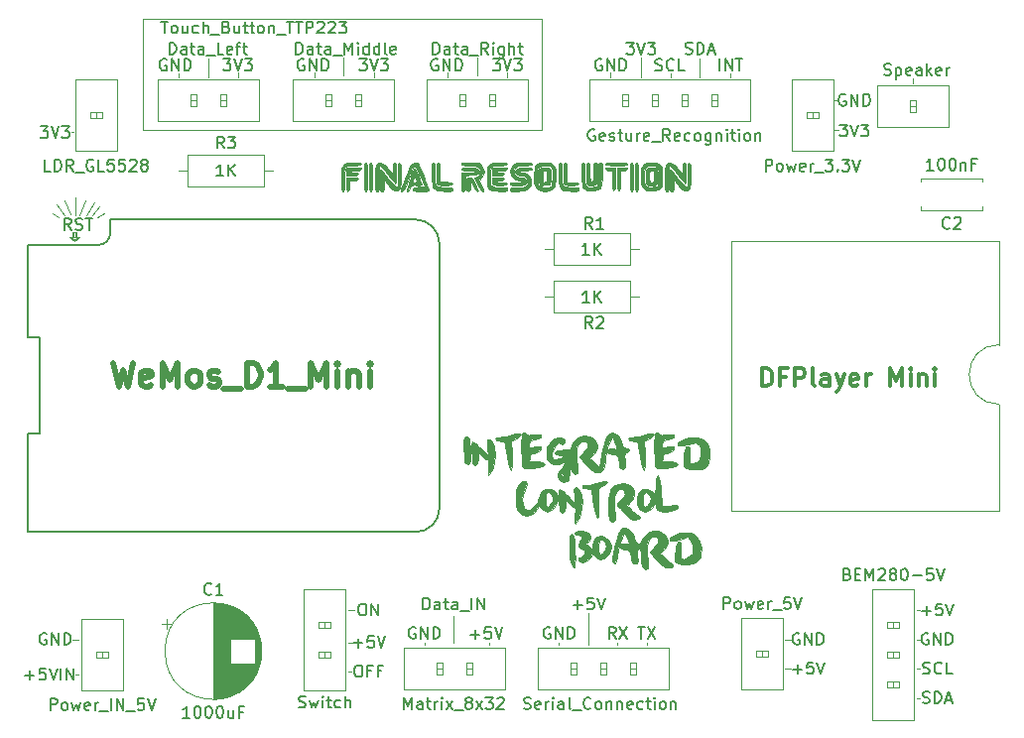
<source format=gbr>
%TF.GenerationSoftware,KiCad,Pcbnew,(5.1.4)-1*%
%TF.CreationDate,2020-08-23T14:24:33+08:00*%
%TF.ProjectId,Integrated-Control-Board-RevA,496e7465-6772-4617-9465-642d436f6e74,rev?*%
%TF.SameCoordinates,Original*%
%TF.FileFunction,Legend,Top*%
%TF.FilePolarity,Positive*%
%FSLAX46Y46*%
G04 Gerber Fmt 4.6, Leading zero omitted, Abs format (unit mm)*
G04 Created by KiCad (PCBNEW (5.1.4)-1) date 2020-08-23 14:24:33*
%MOMM*%
%LPD*%
G04 APERTURE LIST*
%ADD10C,0.120000*%
%ADD11C,0.150000*%
%ADD12C,0.500000*%
%ADD13C,0.010000*%
%ADD14C,0.375000*%
G04 APERTURE END LIST*
D10*
X204500000Y-70000000D02*
X170500000Y-70000000D01*
X204500000Y-79500000D02*
X204500000Y-70000000D01*
X170500000Y-79500000D02*
X204500000Y-79500000D01*
X170500000Y-70000000D02*
X170500000Y-79500000D01*
X164650000Y-88900000D02*
X164550000Y-88850000D01*
X164850000Y-88800000D02*
X164650000Y-88900000D01*
X164400000Y-88800000D02*
X164850000Y-88800000D01*
X165100000Y-88700000D02*
X164650000Y-89000000D01*
X164200000Y-88700000D02*
X165100000Y-88700000D01*
X164650000Y-89000000D02*
X164200000Y-88700000D01*
X164700000Y-88700000D02*
X164700000Y-88300000D01*
X164600000Y-88700000D02*
X164700000Y-88700000D01*
X164600000Y-88300000D02*
X164600000Y-88700000D01*
X164500000Y-88800000D02*
X164500000Y-88700000D01*
X164800000Y-88800000D02*
X164500000Y-88800000D01*
X164800000Y-88200000D02*
X164800000Y-88800000D01*
X164500000Y-88200000D02*
X164800000Y-88200000D01*
X164500000Y-88700000D02*
X164500000Y-88200000D01*
X165700000Y-86800000D02*
X166300000Y-85700000D01*
X166200000Y-86800000D02*
X166800000Y-86000000D01*
X166600000Y-87000000D02*
X167200000Y-86600000D01*
X165100000Y-86800000D02*
X165600000Y-85500000D01*
X164300000Y-86700000D02*
X163800000Y-85500000D01*
X164700000Y-86800000D02*
X164700000Y-85300000D01*
X163800000Y-86800000D02*
X163100000Y-85900000D01*
X163300000Y-87000000D02*
X162800000Y-86600000D01*
D11*
X164352380Y-88052380D02*
X164019047Y-87576190D01*
X163780952Y-88052380D02*
X163780952Y-87052380D01*
X164161904Y-87052380D01*
X164257142Y-87100000D01*
X164304761Y-87147619D01*
X164352380Y-87242857D01*
X164352380Y-87385714D01*
X164304761Y-87480952D01*
X164257142Y-87528571D01*
X164161904Y-87576190D01*
X163780952Y-87576190D01*
X164733333Y-88004761D02*
X164876190Y-88052380D01*
X165114285Y-88052380D01*
X165209523Y-88004761D01*
X165257142Y-87957142D01*
X165304761Y-87861904D01*
X165304761Y-87766666D01*
X165257142Y-87671428D01*
X165209523Y-87623809D01*
X165114285Y-87576190D01*
X164923809Y-87528571D01*
X164828571Y-87480952D01*
X164780952Y-87433333D01*
X164733333Y-87338095D01*
X164733333Y-87242857D01*
X164780952Y-87147619D01*
X164828571Y-87100000D01*
X164923809Y-87052380D01*
X165161904Y-87052380D01*
X165304761Y-87100000D01*
X165590476Y-87052380D02*
X166161904Y-87052380D01*
X165876190Y-88052380D02*
X165876190Y-87052380D01*
D10*
X164400000Y-79700000D02*
X164600000Y-79700000D01*
X173500000Y-74700000D02*
X173500000Y-75000000D01*
X176100000Y-73400000D02*
X176100000Y-75000000D01*
X178600000Y-74600000D02*
X178600000Y-75000000D01*
X185100000Y-74600000D02*
X185100000Y-75000000D01*
X187600000Y-73300000D02*
X187600000Y-74900000D01*
X190200000Y-74600000D02*
X190200000Y-75000000D01*
X196500000Y-74600000D02*
X196500000Y-75000000D01*
X199000000Y-73300000D02*
X199000000Y-74900000D01*
X201600000Y-74600000D02*
X201600000Y-75000000D01*
X210400000Y-74600000D02*
X210400000Y-75000000D01*
X213000000Y-73300000D02*
X213000000Y-75000000D01*
X215500000Y-74700000D02*
X215500000Y-75000000D01*
X218000000Y-73400000D02*
X218000000Y-75000000D01*
X220600000Y-74700000D02*
X220600000Y-75000000D01*
X236200000Y-75100000D02*
X236200000Y-75500000D01*
X229800000Y-79500000D02*
X229500000Y-79500000D01*
X229600000Y-77000000D02*
X229500000Y-77000000D01*
X229700000Y-77000000D02*
X229600000Y-77000000D01*
D11*
X229961904Y-79052380D02*
X230580952Y-79052380D01*
X230247619Y-79433333D01*
X230390476Y-79433333D01*
X230485714Y-79480952D01*
X230533333Y-79528571D01*
X230580952Y-79623809D01*
X230580952Y-79861904D01*
X230533333Y-79957142D01*
X230485714Y-80004761D01*
X230390476Y-80052380D01*
X230104761Y-80052380D01*
X230009523Y-80004761D01*
X229961904Y-79957142D01*
X230866666Y-79052380D02*
X231200000Y-80052380D01*
X231533333Y-79052380D01*
X231771428Y-79052380D02*
X232390476Y-79052380D01*
X232057142Y-79433333D01*
X232200000Y-79433333D01*
X232295238Y-79480952D01*
X232342857Y-79528571D01*
X232390476Y-79623809D01*
X232390476Y-79861904D01*
X232342857Y-79957142D01*
X232295238Y-80004761D01*
X232200000Y-80052380D01*
X231914285Y-80052380D01*
X231819047Y-80004761D01*
X231771428Y-79957142D01*
X230438095Y-76500000D02*
X230342857Y-76452380D01*
X230200000Y-76452380D01*
X230057142Y-76500000D01*
X229961904Y-76595238D01*
X229914285Y-76690476D01*
X229866666Y-76880952D01*
X229866666Y-77023809D01*
X229914285Y-77214285D01*
X229961904Y-77309523D01*
X230057142Y-77404761D01*
X230200000Y-77452380D01*
X230295238Y-77452380D01*
X230438095Y-77404761D01*
X230485714Y-77357142D01*
X230485714Y-77023809D01*
X230295238Y-77023809D01*
X230914285Y-77452380D02*
X230914285Y-76452380D01*
X231485714Y-77452380D01*
X231485714Y-76452380D01*
X231961904Y-77452380D02*
X231961904Y-76452380D01*
X232200000Y-76452380D01*
X232342857Y-76500000D01*
X232438095Y-76595238D01*
X232485714Y-76690476D01*
X232533333Y-76880952D01*
X232533333Y-77023809D01*
X232485714Y-77214285D01*
X232438095Y-77309523D01*
X232342857Y-77404761D01*
X232200000Y-77452380D01*
X231961904Y-77452380D01*
X219695238Y-74452380D02*
X219695238Y-73452380D01*
X220171428Y-74452380D02*
X220171428Y-73452380D01*
X220742857Y-74452380D01*
X220742857Y-73452380D01*
X221076190Y-73452380D02*
X221647619Y-73452380D01*
X221361904Y-74452380D02*
X221361904Y-73452380D01*
X216785714Y-73004761D02*
X216928571Y-73052380D01*
X217166666Y-73052380D01*
X217261904Y-73004761D01*
X217309523Y-72957142D01*
X217357142Y-72861904D01*
X217357142Y-72766666D01*
X217309523Y-72671428D01*
X217261904Y-72623809D01*
X217166666Y-72576190D01*
X216976190Y-72528571D01*
X216880952Y-72480952D01*
X216833333Y-72433333D01*
X216785714Y-72338095D01*
X216785714Y-72242857D01*
X216833333Y-72147619D01*
X216880952Y-72100000D01*
X216976190Y-72052380D01*
X217214285Y-72052380D01*
X217357142Y-72100000D01*
X217785714Y-73052380D02*
X217785714Y-72052380D01*
X218023809Y-72052380D01*
X218166666Y-72100000D01*
X218261904Y-72195238D01*
X218309523Y-72290476D01*
X218357142Y-72480952D01*
X218357142Y-72623809D01*
X218309523Y-72814285D01*
X218261904Y-72909523D01*
X218166666Y-73004761D01*
X218023809Y-73052380D01*
X217785714Y-73052380D01*
X218738095Y-72766666D02*
X219214285Y-72766666D01*
X218642857Y-73052380D02*
X218976190Y-72052380D01*
X219309523Y-73052380D01*
X214209523Y-74404761D02*
X214352380Y-74452380D01*
X214590476Y-74452380D01*
X214685714Y-74404761D01*
X214733333Y-74357142D01*
X214780952Y-74261904D01*
X214780952Y-74166666D01*
X214733333Y-74071428D01*
X214685714Y-74023809D01*
X214590476Y-73976190D01*
X214400000Y-73928571D01*
X214304761Y-73880952D01*
X214257142Y-73833333D01*
X214209523Y-73738095D01*
X214209523Y-73642857D01*
X214257142Y-73547619D01*
X214304761Y-73500000D01*
X214400000Y-73452380D01*
X214638095Y-73452380D01*
X214780952Y-73500000D01*
X215780952Y-74357142D02*
X215733333Y-74404761D01*
X215590476Y-74452380D01*
X215495238Y-74452380D01*
X215352380Y-74404761D01*
X215257142Y-74309523D01*
X215209523Y-74214285D01*
X215161904Y-74023809D01*
X215161904Y-73880952D01*
X215209523Y-73690476D01*
X215257142Y-73595238D01*
X215352380Y-73500000D01*
X215495238Y-73452380D01*
X215590476Y-73452380D01*
X215733333Y-73500000D01*
X215780952Y-73547619D01*
X216685714Y-74452380D02*
X216209523Y-74452380D01*
X216209523Y-73452380D01*
X211761904Y-72052380D02*
X212380952Y-72052380D01*
X212047619Y-72433333D01*
X212190476Y-72433333D01*
X212285714Y-72480952D01*
X212333333Y-72528571D01*
X212380952Y-72623809D01*
X212380952Y-72861904D01*
X212333333Y-72957142D01*
X212285714Y-73004761D01*
X212190476Y-73052380D01*
X211904761Y-73052380D01*
X211809523Y-73004761D01*
X211761904Y-72957142D01*
X212666666Y-72052380D02*
X213000000Y-73052380D01*
X213333333Y-72052380D01*
X213571428Y-72052380D02*
X214190476Y-72052380D01*
X213857142Y-72433333D01*
X214000000Y-72433333D01*
X214095238Y-72480952D01*
X214142857Y-72528571D01*
X214190476Y-72623809D01*
X214190476Y-72861904D01*
X214142857Y-72957142D01*
X214095238Y-73004761D01*
X214000000Y-73052380D01*
X213714285Y-73052380D01*
X213619047Y-73004761D01*
X213571428Y-72957142D01*
X209638095Y-73500000D02*
X209542857Y-73452380D01*
X209400000Y-73452380D01*
X209257142Y-73500000D01*
X209161904Y-73595238D01*
X209114285Y-73690476D01*
X209066666Y-73880952D01*
X209066666Y-74023809D01*
X209114285Y-74214285D01*
X209161904Y-74309523D01*
X209257142Y-74404761D01*
X209400000Y-74452380D01*
X209495238Y-74452380D01*
X209638095Y-74404761D01*
X209685714Y-74357142D01*
X209685714Y-74023809D01*
X209495238Y-74023809D01*
X210114285Y-74452380D02*
X210114285Y-73452380D01*
X210685714Y-74452380D01*
X210685714Y-73452380D01*
X211161904Y-74452380D02*
X211161904Y-73452380D01*
X211400000Y-73452380D01*
X211542857Y-73500000D01*
X211638095Y-73595238D01*
X211685714Y-73690476D01*
X211733333Y-73880952D01*
X211733333Y-74023809D01*
X211685714Y-74214285D01*
X211638095Y-74309523D01*
X211542857Y-74404761D01*
X211400000Y-74452380D01*
X211161904Y-74452380D01*
X200361904Y-73452380D02*
X200980952Y-73452380D01*
X200647619Y-73833333D01*
X200790476Y-73833333D01*
X200885714Y-73880952D01*
X200933333Y-73928571D01*
X200980952Y-74023809D01*
X200980952Y-74261904D01*
X200933333Y-74357142D01*
X200885714Y-74404761D01*
X200790476Y-74452380D01*
X200504761Y-74452380D01*
X200409523Y-74404761D01*
X200361904Y-74357142D01*
X201266666Y-73452380D02*
X201600000Y-74452380D01*
X201933333Y-73452380D01*
X202171428Y-73452380D02*
X202790476Y-73452380D01*
X202457142Y-73833333D01*
X202600000Y-73833333D01*
X202695238Y-73880952D01*
X202742857Y-73928571D01*
X202790476Y-74023809D01*
X202790476Y-74261904D01*
X202742857Y-74357142D01*
X202695238Y-74404761D01*
X202600000Y-74452380D01*
X202314285Y-74452380D01*
X202219047Y-74404761D01*
X202171428Y-74357142D01*
X195238095Y-73052380D02*
X195238095Y-72052380D01*
X195476190Y-72052380D01*
X195619047Y-72100000D01*
X195714285Y-72195238D01*
X195761904Y-72290476D01*
X195809523Y-72480952D01*
X195809523Y-72623809D01*
X195761904Y-72814285D01*
X195714285Y-72909523D01*
X195619047Y-73004761D01*
X195476190Y-73052380D01*
X195238095Y-73052380D01*
X196666666Y-73052380D02*
X196666666Y-72528571D01*
X196619047Y-72433333D01*
X196523809Y-72385714D01*
X196333333Y-72385714D01*
X196238095Y-72433333D01*
X196666666Y-73004761D02*
X196571428Y-73052380D01*
X196333333Y-73052380D01*
X196238095Y-73004761D01*
X196190476Y-72909523D01*
X196190476Y-72814285D01*
X196238095Y-72719047D01*
X196333333Y-72671428D01*
X196571428Y-72671428D01*
X196666666Y-72623809D01*
X197000000Y-72385714D02*
X197380952Y-72385714D01*
X197142857Y-72052380D02*
X197142857Y-72909523D01*
X197190476Y-73004761D01*
X197285714Y-73052380D01*
X197380952Y-73052380D01*
X198142857Y-73052380D02*
X198142857Y-72528571D01*
X198095238Y-72433333D01*
X198000000Y-72385714D01*
X197809523Y-72385714D01*
X197714285Y-72433333D01*
X198142857Y-73004761D02*
X198047619Y-73052380D01*
X197809523Y-73052380D01*
X197714285Y-73004761D01*
X197666666Y-72909523D01*
X197666666Y-72814285D01*
X197714285Y-72719047D01*
X197809523Y-72671428D01*
X198047619Y-72671428D01*
X198142857Y-72623809D01*
X198380952Y-73147619D02*
X199142857Y-73147619D01*
X199952380Y-73052380D02*
X199619047Y-72576190D01*
X199380952Y-73052380D02*
X199380952Y-72052380D01*
X199761904Y-72052380D01*
X199857142Y-72100000D01*
X199904761Y-72147619D01*
X199952380Y-72242857D01*
X199952380Y-72385714D01*
X199904761Y-72480952D01*
X199857142Y-72528571D01*
X199761904Y-72576190D01*
X199380952Y-72576190D01*
X200380952Y-73052380D02*
X200380952Y-72385714D01*
X200380952Y-72052380D02*
X200333333Y-72100000D01*
X200380952Y-72147619D01*
X200428571Y-72100000D01*
X200380952Y-72052380D01*
X200380952Y-72147619D01*
X201285714Y-72385714D02*
X201285714Y-73195238D01*
X201238095Y-73290476D01*
X201190476Y-73338095D01*
X201095238Y-73385714D01*
X200952380Y-73385714D01*
X200857142Y-73338095D01*
X201285714Y-73004761D02*
X201190476Y-73052380D01*
X201000000Y-73052380D01*
X200904761Y-73004761D01*
X200857142Y-72957142D01*
X200809523Y-72861904D01*
X200809523Y-72576190D01*
X200857142Y-72480952D01*
X200904761Y-72433333D01*
X201000000Y-72385714D01*
X201190476Y-72385714D01*
X201285714Y-72433333D01*
X201761904Y-73052380D02*
X201761904Y-72052380D01*
X202190476Y-73052380D02*
X202190476Y-72528571D01*
X202142857Y-72433333D01*
X202047619Y-72385714D01*
X201904761Y-72385714D01*
X201809523Y-72433333D01*
X201761904Y-72480952D01*
X202523809Y-72385714D02*
X202904761Y-72385714D01*
X202666666Y-72052380D02*
X202666666Y-72909523D01*
X202714285Y-73004761D01*
X202809523Y-73052380D01*
X202904761Y-73052380D01*
X195638095Y-73500000D02*
X195542857Y-73452380D01*
X195400000Y-73452380D01*
X195257142Y-73500000D01*
X195161904Y-73595238D01*
X195114285Y-73690476D01*
X195066666Y-73880952D01*
X195066666Y-74023809D01*
X195114285Y-74214285D01*
X195161904Y-74309523D01*
X195257142Y-74404761D01*
X195400000Y-74452380D01*
X195495238Y-74452380D01*
X195638095Y-74404761D01*
X195685714Y-74357142D01*
X195685714Y-74023809D01*
X195495238Y-74023809D01*
X196114285Y-74452380D02*
X196114285Y-73452380D01*
X196685714Y-74452380D01*
X196685714Y-73452380D01*
X197161904Y-74452380D02*
X197161904Y-73452380D01*
X197400000Y-73452380D01*
X197542857Y-73500000D01*
X197638095Y-73595238D01*
X197685714Y-73690476D01*
X197733333Y-73880952D01*
X197733333Y-74023809D01*
X197685714Y-74214285D01*
X197638095Y-74309523D01*
X197542857Y-74404761D01*
X197400000Y-74452380D01*
X197161904Y-74452380D01*
X188961904Y-73452380D02*
X189580952Y-73452380D01*
X189247619Y-73833333D01*
X189390476Y-73833333D01*
X189485714Y-73880952D01*
X189533333Y-73928571D01*
X189580952Y-74023809D01*
X189580952Y-74261904D01*
X189533333Y-74357142D01*
X189485714Y-74404761D01*
X189390476Y-74452380D01*
X189104761Y-74452380D01*
X189009523Y-74404761D01*
X188961904Y-74357142D01*
X189866666Y-73452380D02*
X190200000Y-74452380D01*
X190533333Y-73452380D01*
X190771428Y-73452380D02*
X191390476Y-73452380D01*
X191057142Y-73833333D01*
X191200000Y-73833333D01*
X191295238Y-73880952D01*
X191342857Y-73928571D01*
X191390476Y-74023809D01*
X191390476Y-74261904D01*
X191342857Y-74357142D01*
X191295238Y-74404761D01*
X191200000Y-74452380D01*
X190914285Y-74452380D01*
X190819047Y-74404761D01*
X190771428Y-74357142D01*
X183561904Y-73052380D02*
X183561904Y-72052380D01*
X183800000Y-72052380D01*
X183942857Y-72100000D01*
X184038095Y-72195238D01*
X184085714Y-72290476D01*
X184133333Y-72480952D01*
X184133333Y-72623809D01*
X184085714Y-72814285D01*
X184038095Y-72909523D01*
X183942857Y-73004761D01*
X183800000Y-73052380D01*
X183561904Y-73052380D01*
X184990476Y-73052380D02*
X184990476Y-72528571D01*
X184942857Y-72433333D01*
X184847619Y-72385714D01*
X184657142Y-72385714D01*
X184561904Y-72433333D01*
X184990476Y-73004761D02*
X184895238Y-73052380D01*
X184657142Y-73052380D01*
X184561904Y-73004761D01*
X184514285Y-72909523D01*
X184514285Y-72814285D01*
X184561904Y-72719047D01*
X184657142Y-72671428D01*
X184895238Y-72671428D01*
X184990476Y-72623809D01*
X185323809Y-72385714D02*
X185704761Y-72385714D01*
X185466666Y-72052380D02*
X185466666Y-72909523D01*
X185514285Y-73004761D01*
X185609523Y-73052380D01*
X185704761Y-73052380D01*
X186466666Y-73052380D02*
X186466666Y-72528571D01*
X186419047Y-72433333D01*
X186323809Y-72385714D01*
X186133333Y-72385714D01*
X186038095Y-72433333D01*
X186466666Y-73004761D02*
X186371428Y-73052380D01*
X186133333Y-73052380D01*
X186038095Y-73004761D01*
X185990476Y-72909523D01*
X185990476Y-72814285D01*
X186038095Y-72719047D01*
X186133333Y-72671428D01*
X186371428Y-72671428D01*
X186466666Y-72623809D01*
X186704761Y-73147619D02*
X187466666Y-73147619D01*
X187704761Y-73052380D02*
X187704761Y-72052380D01*
X188038095Y-72766666D01*
X188371428Y-72052380D01*
X188371428Y-73052380D01*
X188847619Y-73052380D02*
X188847619Y-72385714D01*
X188847619Y-72052380D02*
X188800000Y-72100000D01*
X188847619Y-72147619D01*
X188895238Y-72100000D01*
X188847619Y-72052380D01*
X188847619Y-72147619D01*
X189752380Y-73052380D02*
X189752380Y-72052380D01*
X189752380Y-73004761D02*
X189657142Y-73052380D01*
X189466666Y-73052380D01*
X189371428Y-73004761D01*
X189323809Y-72957142D01*
X189276190Y-72861904D01*
X189276190Y-72576190D01*
X189323809Y-72480952D01*
X189371428Y-72433333D01*
X189466666Y-72385714D01*
X189657142Y-72385714D01*
X189752380Y-72433333D01*
X190657142Y-73052380D02*
X190657142Y-72052380D01*
X190657142Y-73004761D02*
X190561904Y-73052380D01*
X190371428Y-73052380D01*
X190276190Y-73004761D01*
X190228571Y-72957142D01*
X190180952Y-72861904D01*
X190180952Y-72576190D01*
X190228571Y-72480952D01*
X190276190Y-72433333D01*
X190371428Y-72385714D01*
X190561904Y-72385714D01*
X190657142Y-72433333D01*
X191276190Y-73052380D02*
X191180952Y-73004761D01*
X191133333Y-72909523D01*
X191133333Y-72052380D01*
X192038095Y-73004761D02*
X191942857Y-73052380D01*
X191752380Y-73052380D01*
X191657142Y-73004761D01*
X191609523Y-72909523D01*
X191609523Y-72528571D01*
X191657142Y-72433333D01*
X191752380Y-72385714D01*
X191942857Y-72385714D01*
X192038095Y-72433333D01*
X192085714Y-72528571D01*
X192085714Y-72623809D01*
X191609523Y-72719047D01*
X184238095Y-73500000D02*
X184142857Y-73452380D01*
X184000000Y-73452380D01*
X183857142Y-73500000D01*
X183761904Y-73595238D01*
X183714285Y-73690476D01*
X183666666Y-73880952D01*
X183666666Y-74023809D01*
X183714285Y-74214285D01*
X183761904Y-74309523D01*
X183857142Y-74404761D01*
X184000000Y-74452380D01*
X184095238Y-74452380D01*
X184238095Y-74404761D01*
X184285714Y-74357142D01*
X184285714Y-74023809D01*
X184095238Y-74023809D01*
X184714285Y-74452380D02*
X184714285Y-73452380D01*
X185285714Y-74452380D01*
X185285714Y-73452380D01*
X185761904Y-74452380D02*
X185761904Y-73452380D01*
X186000000Y-73452380D01*
X186142857Y-73500000D01*
X186238095Y-73595238D01*
X186285714Y-73690476D01*
X186333333Y-73880952D01*
X186333333Y-74023809D01*
X186285714Y-74214285D01*
X186238095Y-74309523D01*
X186142857Y-74404761D01*
X186000000Y-74452380D01*
X185761904Y-74452380D01*
X177361904Y-73452380D02*
X177980952Y-73452380D01*
X177647619Y-73833333D01*
X177790476Y-73833333D01*
X177885714Y-73880952D01*
X177933333Y-73928571D01*
X177980952Y-74023809D01*
X177980952Y-74261904D01*
X177933333Y-74357142D01*
X177885714Y-74404761D01*
X177790476Y-74452380D01*
X177504761Y-74452380D01*
X177409523Y-74404761D01*
X177361904Y-74357142D01*
X178266666Y-73452380D02*
X178600000Y-74452380D01*
X178933333Y-73452380D01*
X179171428Y-73452380D02*
X179790476Y-73452380D01*
X179457142Y-73833333D01*
X179600000Y-73833333D01*
X179695238Y-73880952D01*
X179742857Y-73928571D01*
X179790476Y-74023809D01*
X179790476Y-74261904D01*
X179742857Y-74357142D01*
X179695238Y-74404761D01*
X179600000Y-74452380D01*
X179314285Y-74452380D01*
X179219047Y-74404761D01*
X179171428Y-74357142D01*
X172761904Y-73052380D02*
X172761904Y-72052380D01*
X173000000Y-72052380D01*
X173142857Y-72100000D01*
X173238095Y-72195238D01*
X173285714Y-72290476D01*
X173333333Y-72480952D01*
X173333333Y-72623809D01*
X173285714Y-72814285D01*
X173238095Y-72909523D01*
X173142857Y-73004761D01*
X173000000Y-73052380D01*
X172761904Y-73052380D01*
X174190476Y-73052380D02*
X174190476Y-72528571D01*
X174142857Y-72433333D01*
X174047619Y-72385714D01*
X173857142Y-72385714D01*
X173761904Y-72433333D01*
X174190476Y-73004761D02*
X174095238Y-73052380D01*
X173857142Y-73052380D01*
X173761904Y-73004761D01*
X173714285Y-72909523D01*
X173714285Y-72814285D01*
X173761904Y-72719047D01*
X173857142Y-72671428D01*
X174095238Y-72671428D01*
X174190476Y-72623809D01*
X174523809Y-72385714D02*
X174904761Y-72385714D01*
X174666666Y-72052380D02*
X174666666Y-72909523D01*
X174714285Y-73004761D01*
X174809523Y-73052380D01*
X174904761Y-73052380D01*
X175666666Y-73052380D02*
X175666666Y-72528571D01*
X175619047Y-72433333D01*
X175523809Y-72385714D01*
X175333333Y-72385714D01*
X175238095Y-72433333D01*
X175666666Y-73004761D02*
X175571428Y-73052380D01*
X175333333Y-73052380D01*
X175238095Y-73004761D01*
X175190476Y-72909523D01*
X175190476Y-72814285D01*
X175238095Y-72719047D01*
X175333333Y-72671428D01*
X175571428Y-72671428D01*
X175666666Y-72623809D01*
X175904761Y-73147619D02*
X176666666Y-73147619D01*
X177380952Y-73052380D02*
X176904761Y-73052380D01*
X176904761Y-72052380D01*
X178095238Y-73004761D02*
X178000000Y-73052380D01*
X177809523Y-73052380D01*
X177714285Y-73004761D01*
X177666666Y-72909523D01*
X177666666Y-72528571D01*
X177714285Y-72433333D01*
X177809523Y-72385714D01*
X178000000Y-72385714D01*
X178095238Y-72433333D01*
X178142857Y-72528571D01*
X178142857Y-72623809D01*
X177666666Y-72719047D01*
X178428571Y-72385714D02*
X178809523Y-72385714D01*
X178571428Y-73052380D02*
X178571428Y-72195238D01*
X178619047Y-72100000D01*
X178714285Y-72052380D01*
X178809523Y-72052380D01*
X179000000Y-72385714D02*
X179380952Y-72385714D01*
X179142857Y-72052380D02*
X179142857Y-72909523D01*
X179190476Y-73004761D01*
X179285714Y-73052380D01*
X179380952Y-73052380D01*
X172488095Y-73500000D02*
X172392857Y-73452380D01*
X172250000Y-73452380D01*
X172107142Y-73500000D01*
X172011904Y-73595238D01*
X171964285Y-73690476D01*
X171916666Y-73880952D01*
X171916666Y-74023809D01*
X171964285Y-74214285D01*
X172011904Y-74309523D01*
X172107142Y-74404761D01*
X172250000Y-74452380D01*
X172345238Y-74452380D01*
X172488095Y-74404761D01*
X172535714Y-74357142D01*
X172535714Y-74023809D01*
X172345238Y-74023809D01*
X172964285Y-74452380D02*
X172964285Y-73452380D01*
X173535714Y-74452380D01*
X173535714Y-73452380D01*
X174011904Y-74452380D02*
X174011904Y-73452380D01*
X174250000Y-73452380D01*
X174392857Y-73500000D01*
X174488095Y-73595238D01*
X174535714Y-73690476D01*
X174583333Y-73880952D01*
X174583333Y-74023809D01*
X174535714Y-74214285D01*
X174488095Y-74309523D01*
X174392857Y-74404761D01*
X174250000Y-74452380D01*
X174011904Y-74452380D01*
X161761904Y-79202380D02*
X162380952Y-79202380D01*
X162047619Y-79583333D01*
X162190476Y-79583333D01*
X162285714Y-79630952D01*
X162333333Y-79678571D01*
X162380952Y-79773809D01*
X162380952Y-80011904D01*
X162333333Y-80107142D01*
X162285714Y-80154761D01*
X162190476Y-80202380D01*
X161904761Y-80202380D01*
X161809523Y-80154761D01*
X161761904Y-80107142D01*
X162666666Y-79202380D02*
X163000000Y-80202380D01*
X163333333Y-79202380D01*
X163571428Y-79202380D02*
X164190476Y-79202380D01*
X163857142Y-79583333D01*
X164000000Y-79583333D01*
X164095238Y-79630952D01*
X164142857Y-79678571D01*
X164190476Y-79773809D01*
X164190476Y-80011904D01*
X164142857Y-80107142D01*
X164095238Y-80154761D01*
X164000000Y-80202380D01*
X163714285Y-80202380D01*
X163619047Y-80154761D01*
X163571428Y-80107142D01*
D10*
X200000000Y-123250000D02*
X200000000Y-123500000D01*
X206000000Y-123250000D02*
X206000000Y-123500000D01*
X208500000Y-120750000D02*
X208500000Y-123500000D01*
X211000000Y-123250000D02*
X211000000Y-123500000D01*
X213500000Y-123250000D02*
X213500000Y-123500000D01*
X225750000Y-123000000D02*
X225250000Y-123000000D01*
X225500000Y-125500000D02*
X225250000Y-125500000D01*
X225750000Y-125500000D02*
X225500000Y-125500000D01*
X236750000Y-128000000D02*
X236500000Y-128000000D01*
X236750000Y-125500000D02*
X236500000Y-125500000D01*
X236750000Y-123000000D02*
X236500000Y-123000000D01*
X236750000Y-120500000D02*
X236500000Y-120500000D01*
D11*
X237035714Y-128404761D02*
X237178571Y-128452380D01*
X237416666Y-128452380D01*
X237511904Y-128404761D01*
X237559523Y-128357142D01*
X237607142Y-128261904D01*
X237607142Y-128166666D01*
X237559523Y-128071428D01*
X237511904Y-128023809D01*
X237416666Y-127976190D01*
X237226190Y-127928571D01*
X237130952Y-127880952D01*
X237083333Y-127833333D01*
X237035714Y-127738095D01*
X237035714Y-127642857D01*
X237083333Y-127547619D01*
X237130952Y-127500000D01*
X237226190Y-127452380D01*
X237464285Y-127452380D01*
X237607142Y-127500000D01*
X238035714Y-128452380D02*
X238035714Y-127452380D01*
X238273809Y-127452380D01*
X238416666Y-127500000D01*
X238511904Y-127595238D01*
X238559523Y-127690476D01*
X238607142Y-127880952D01*
X238607142Y-128023809D01*
X238559523Y-128214285D01*
X238511904Y-128309523D01*
X238416666Y-128404761D01*
X238273809Y-128452380D01*
X238035714Y-128452380D01*
X238988095Y-128166666D02*
X239464285Y-128166666D01*
X238892857Y-128452380D02*
X239226190Y-127452380D01*
X239559523Y-128452380D01*
X237059523Y-125904761D02*
X237202380Y-125952380D01*
X237440476Y-125952380D01*
X237535714Y-125904761D01*
X237583333Y-125857142D01*
X237630952Y-125761904D01*
X237630952Y-125666666D01*
X237583333Y-125571428D01*
X237535714Y-125523809D01*
X237440476Y-125476190D01*
X237250000Y-125428571D01*
X237154761Y-125380952D01*
X237107142Y-125333333D01*
X237059523Y-125238095D01*
X237059523Y-125142857D01*
X237107142Y-125047619D01*
X237154761Y-125000000D01*
X237250000Y-124952380D01*
X237488095Y-124952380D01*
X237630952Y-125000000D01*
X238630952Y-125857142D02*
X238583333Y-125904761D01*
X238440476Y-125952380D01*
X238345238Y-125952380D01*
X238202380Y-125904761D01*
X238107142Y-125809523D01*
X238059523Y-125714285D01*
X238011904Y-125523809D01*
X238011904Y-125380952D01*
X238059523Y-125190476D01*
X238107142Y-125095238D01*
X238202380Y-125000000D01*
X238345238Y-124952380D01*
X238440476Y-124952380D01*
X238583333Y-125000000D01*
X238630952Y-125047619D01*
X239535714Y-125952380D02*
X239059523Y-125952380D01*
X239059523Y-124952380D01*
X237488095Y-122500000D02*
X237392857Y-122452380D01*
X237250000Y-122452380D01*
X237107142Y-122500000D01*
X237011904Y-122595238D01*
X236964285Y-122690476D01*
X236916666Y-122880952D01*
X236916666Y-123023809D01*
X236964285Y-123214285D01*
X237011904Y-123309523D01*
X237107142Y-123404761D01*
X237250000Y-123452380D01*
X237345238Y-123452380D01*
X237488095Y-123404761D01*
X237535714Y-123357142D01*
X237535714Y-123023809D01*
X237345238Y-123023809D01*
X237964285Y-123452380D02*
X237964285Y-122452380D01*
X238535714Y-123452380D01*
X238535714Y-122452380D01*
X239011904Y-123452380D02*
X239011904Y-122452380D01*
X239250000Y-122452380D01*
X239392857Y-122500000D01*
X239488095Y-122595238D01*
X239535714Y-122690476D01*
X239583333Y-122880952D01*
X239583333Y-123023809D01*
X239535714Y-123214285D01*
X239488095Y-123309523D01*
X239392857Y-123404761D01*
X239250000Y-123452380D01*
X239011904Y-123452380D01*
X236964285Y-120571428D02*
X237726190Y-120571428D01*
X237345238Y-120952380D02*
X237345238Y-120190476D01*
X238678571Y-119952380D02*
X238202380Y-119952380D01*
X238154761Y-120428571D01*
X238202380Y-120380952D01*
X238297619Y-120333333D01*
X238535714Y-120333333D01*
X238630952Y-120380952D01*
X238678571Y-120428571D01*
X238726190Y-120523809D01*
X238726190Y-120761904D01*
X238678571Y-120857142D01*
X238630952Y-120904761D01*
X238535714Y-120952380D01*
X238297619Y-120952380D01*
X238202380Y-120904761D01*
X238154761Y-120857142D01*
X239011904Y-119952380D02*
X239345238Y-120952380D01*
X239678571Y-119952380D01*
X225964285Y-125571428D02*
X226726190Y-125571428D01*
X226345238Y-125952380D02*
X226345238Y-125190476D01*
X227678571Y-124952380D02*
X227202380Y-124952380D01*
X227154761Y-125428571D01*
X227202380Y-125380952D01*
X227297619Y-125333333D01*
X227535714Y-125333333D01*
X227630952Y-125380952D01*
X227678571Y-125428571D01*
X227726190Y-125523809D01*
X227726190Y-125761904D01*
X227678571Y-125857142D01*
X227630952Y-125904761D01*
X227535714Y-125952380D01*
X227297619Y-125952380D01*
X227202380Y-125904761D01*
X227154761Y-125857142D01*
X228011904Y-124952380D02*
X228345238Y-125952380D01*
X228678571Y-124952380D01*
X226488095Y-122500000D02*
X226392857Y-122452380D01*
X226250000Y-122452380D01*
X226107142Y-122500000D01*
X226011904Y-122595238D01*
X225964285Y-122690476D01*
X225916666Y-122880952D01*
X225916666Y-123023809D01*
X225964285Y-123214285D01*
X226011904Y-123309523D01*
X226107142Y-123404761D01*
X226250000Y-123452380D01*
X226345238Y-123452380D01*
X226488095Y-123404761D01*
X226535714Y-123357142D01*
X226535714Y-123023809D01*
X226345238Y-123023809D01*
X226964285Y-123452380D02*
X226964285Y-122452380D01*
X227535714Y-123452380D01*
X227535714Y-122452380D01*
X228011904Y-123452380D02*
X228011904Y-122452380D01*
X228250000Y-122452380D01*
X228392857Y-122500000D01*
X228488095Y-122595238D01*
X228535714Y-122690476D01*
X228583333Y-122880952D01*
X228583333Y-123023809D01*
X228535714Y-123214285D01*
X228488095Y-123309523D01*
X228392857Y-123404761D01*
X228250000Y-123452380D01*
X228011904Y-123452380D01*
X212738095Y-121952380D02*
X213309523Y-121952380D01*
X213023809Y-122952380D02*
X213023809Y-121952380D01*
X213547619Y-121952380D02*
X214214285Y-122952380D01*
X214214285Y-121952380D02*
X213547619Y-122952380D01*
X210833333Y-122952380D02*
X210500000Y-122476190D01*
X210261904Y-122952380D02*
X210261904Y-121952380D01*
X210642857Y-121952380D01*
X210738095Y-122000000D01*
X210785714Y-122047619D01*
X210833333Y-122142857D01*
X210833333Y-122285714D01*
X210785714Y-122380952D01*
X210738095Y-122428571D01*
X210642857Y-122476190D01*
X210261904Y-122476190D01*
X211166666Y-121952380D02*
X211833333Y-122952380D01*
X211833333Y-121952380D02*
X211166666Y-122952380D01*
X207214285Y-120071428D02*
X207976190Y-120071428D01*
X207595238Y-120452380D02*
X207595238Y-119690476D01*
X208928571Y-119452380D02*
X208452380Y-119452380D01*
X208404761Y-119928571D01*
X208452380Y-119880952D01*
X208547619Y-119833333D01*
X208785714Y-119833333D01*
X208880952Y-119880952D01*
X208928571Y-119928571D01*
X208976190Y-120023809D01*
X208976190Y-120261904D01*
X208928571Y-120357142D01*
X208880952Y-120404761D01*
X208785714Y-120452380D01*
X208547619Y-120452380D01*
X208452380Y-120404761D01*
X208404761Y-120357142D01*
X209261904Y-119452380D02*
X209595238Y-120452380D01*
X209928571Y-119452380D01*
X205238095Y-122000000D02*
X205142857Y-121952380D01*
X205000000Y-121952380D01*
X204857142Y-122000000D01*
X204761904Y-122095238D01*
X204714285Y-122190476D01*
X204666666Y-122380952D01*
X204666666Y-122523809D01*
X204714285Y-122714285D01*
X204761904Y-122809523D01*
X204857142Y-122904761D01*
X205000000Y-122952380D01*
X205095238Y-122952380D01*
X205238095Y-122904761D01*
X205285714Y-122857142D01*
X205285714Y-122523809D01*
X205095238Y-122523809D01*
X205714285Y-122952380D02*
X205714285Y-121952380D01*
X206285714Y-122952380D01*
X206285714Y-121952380D01*
X206761904Y-122952380D02*
X206761904Y-121952380D01*
X207000000Y-121952380D01*
X207142857Y-122000000D01*
X207238095Y-122095238D01*
X207285714Y-122190476D01*
X207333333Y-122380952D01*
X207333333Y-122523809D01*
X207285714Y-122714285D01*
X207238095Y-122809523D01*
X207142857Y-122904761D01*
X207000000Y-122952380D01*
X206761904Y-122952380D01*
X198464285Y-122571428D02*
X199226190Y-122571428D01*
X198845238Y-122952380D02*
X198845238Y-122190476D01*
X200178571Y-121952380D02*
X199702380Y-121952380D01*
X199654761Y-122428571D01*
X199702380Y-122380952D01*
X199797619Y-122333333D01*
X200035714Y-122333333D01*
X200130952Y-122380952D01*
X200178571Y-122428571D01*
X200226190Y-122523809D01*
X200226190Y-122761904D01*
X200178571Y-122857142D01*
X200130952Y-122904761D01*
X200035714Y-122952380D01*
X199797619Y-122952380D01*
X199702380Y-122904761D01*
X199654761Y-122857142D01*
X200511904Y-121952380D02*
X200845238Y-122952380D01*
X201178571Y-121952380D01*
D10*
X164750000Y-126000000D02*
X165000000Y-126000000D01*
X164500000Y-123000000D02*
X165000000Y-123000000D01*
X188250000Y-125750000D02*
X188000000Y-125750000D01*
X188250000Y-123250000D02*
X188000000Y-123250000D01*
X188500000Y-120500000D02*
X188000000Y-120500000D01*
X194500000Y-123250000D02*
X194500000Y-123500000D01*
X197000000Y-123250000D02*
X197000000Y-121000000D01*
D11*
X194404761Y-120452380D02*
X194404761Y-119452380D01*
X194642857Y-119452380D01*
X194785714Y-119500000D01*
X194880952Y-119595238D01*
X194928571Y-119690476D01*
X194976190Y-119880952D01*
X194976190Y-120023809D01*
X194928571Y-120214285D01*
X194880952Y-120309523D01*
X194785714Y-120404761D01*
X194642857Y-120452380D01*
X194404761Y-120452380D01*
X195833333Y-120452380D02*
X195833333Y-119928571D01*
X195785714Y-119833333D01*
X195690476Y-119785714D01*
X195500000Y-119785714D01*
X195404761Y-119833333D01*
X195833333Y-120404761D02*
X195738095Y-120452380D01*
X195500000Y-120452380D01*
X195404761Y-120404761D01*
X195357142Y-120309523D01*
X195357142Y-120214285D01*
X195404761Y-120119047D01*
X195500000Y-120071428D01*
X195738095Y-120071428D01*
X195833333Y-120023809D01*
X196166666Y-119785714D02*
X196547619Y-119785714D01*
X196309523Y-119452380D02*
X196309523Y-120309523D01*
X196357142Y-120404761D01*
X196452380Y-120452380D01*
X196547619Y-120452380D01*
X197309523Y-120452380D02*
X197309523Y-119928571D01*
X197261904Y-119833333D01*
X197166666Y-119785714D01*
X196976190Y-119785714D01*
X196880952Y-119833333D01*
X197309523Y-120404761D02*
X197214285Y-120452380D01*
X196976190Y-120452380D01*
X196880952Y-120404761D01*
X196833333Y-120309523D01*
X196833333Y-120214285D01*
X196880952Y-120119047D01*
X196976190Y-120071428D01*
X197214285Y-120071428D01*
X197309523Y-120023809D01*
X197547619Y-120547619D02*
X198309523Y-120547619D01*
X198547619Y-120452380D02*
X198547619Y-119452380D01*
X199023809Y-120452380D02*
X199023809Y-119452380D01*
X199595238Y-120452380D01*
X199595238Y-119452380D01*
X193738095Y-122000000D02*
X193642857Y-121952380D01*
X193500000Y-121952380D01*
X193357142Y-122000000D01*
X193261904Y-122095238D01*
X193214285Y-122190476D01*
X193166666Y-122380952D01*
X193166666Y-122523809D01*
X193214285Y-122714285D01*
X193261904Y-122809523D01*
X193357142Y-122904761D01*
X193500000Y-122952380D01*
X193595238Y-122952380D01*
X193738095Y-122904761D01*
X193785714Y-122857142D01*
X193785714Y-122523809D01*
X193595238Y-122523809D01*
X194214285Y-122952380D02*
X194214285Y-121952380D01*
X194785714Y-122952380D01*
X194785714Y-121952380D01*
X195261904Y-122952380D02*
X195261904Y-121952380D01*
X195500000Y-121952380D01*
X195642857Y-122000000D01*
X195738095Y-122095238D01*
X195785714Y-122190476D01*
X195833333Y-122380952D01*
X195833333Y-122523809D01*
X195785714Y-122714285D01*
X195738095Y-122809523D01*
X195642857Y-122904761D01*
X195500000Y-122952380D01*
X195261904Y-122952380D01*
X188797619Y-125202380D02*
X188988095Y-125202380D01*
X189083333Y-125250000D01*
X189178571Y-125345238D01*
X189226190Y-125535714D01*
X189226190Y-125869047D01*
X189178571Y-126059523D01*
X189083333Y-126154761D01*
X188988095Y-126202380D01*
X188797619Y-126202380D01*
X188702380Y-126154761D01*
X188607142Y-126059523D01*
X188559523Y-125869047D01*
X188559523Y-125535714D01*
X188607142Y-125345238D01*
X188702380Y-125250000D01*
X188797619Y-125202380D01*
X189988095Y-125678571D02*
X189654761Y-125678571D01*
X189654761Y-126202380D02*
X189654761Y-125202380D01*
X190130952Y-125202380D01*
X190845238Y-125678571D02*
X190511904Y-125678571D01*
X190511904Y-126202380D02*
X190511904Y-125202380D01*
X190988095Y-125202380D01*
X188464285Y-123321428D02*
X189226190Y-123321428D01*
X188845238Y-123702380D02*
X188845238Y-122940476D01*
X190178571Y-122702380D02*
X189702380Y-122702380D01*
X189654761Y-123178571D01*
X189702380Y-123130952D01*
X189797619Y-123083333D01*
X190035714Y-123083333D01*
X190130952Y-123130952D01*
X190178571Y-123178571D01*
X190226190Y-123273809D01*
X190226190Y-123511904D01*
X190178571Y-123607142D01*
X190130952Y-123654761D01*
X190035714Y-123702380D01*
X189797619Y-123702380D01*
X189702380Y-123654761D01*
X189654761Y-123607142D01*
X190511904Y-122702380D02*
X190845238Y-123702380D01*
X191178571Y-122702380D01*
X189130952Y-119952380D02*
X189321428Y-119952380D01*
X189416666Y-120000000D01*
X189511904Y-120095238D01*
X189559523Y-120285714D01*
X189559523Y-120619047D01*
X189511904Y-120809523D01*
X189416666Y-120904761D01*
X189321428Y-120952380D01*
X189130952Y-120952380D01*
X189035714Y-120904761D01*
X188940476Y-120809523D01*
X188892857Y-120619047D01*
X188892857Y-120285714D01*
X188940476Y-120095238D01*
X189035714Y-120000000D01*
X189130952Y-119952380D01*
X189988095Y-120952380D02*
X189988095Y-119952380D01*
X190559523Y-120952380D01*
X190559523Y-119952380D01*
X160452380Y-126071428D02*
X161214285Y-126071428D01*
X160833333Y-126452380D02*
X160833333Y-125690476D01*
X162166666Y-125452380D02*
X161690476Y-125452380D01*
X161642857Y-125928571D01*
X161690476Y-125880952D01*
X161785714Y-125833333D01*
X162023809Y-125833333D01*
X162119047Y-125880952D01*
X162166666Y-125928571D01*
X162214285Y-126023809D01*
X162214285Y-126261904D01*
X162166666Y-126357142D01*
X162119047Y-126404761D01*
X162023809Y-126452380D01*
X161785714Y-126452380D01*
X161690476Y-126404761D01*
X161642857Y-126357142D01*
X162500000Y-125452380D02*
X162833333Y-126452380D01*
X163166666Y-125452380D01*
X163500000Y-126452380D02*
X163500000Y-125452380D01*
X163976190Y-126452380D02*
X163976190Y-125452380D01*
X164547619Y-126452380D01*
X164547619Y-125452380D01*
X162238095Y-122500000D02*
X162142857Y-122452380D01*
X162000000Y-122452380D01*
X161857142Y-122500000D01*
X161761904Y-122595238D01*
X161714285Y-122690476D01*
X161666666Y-122880952D01*
X161666666Y-123023809D01*
X161714285Y-123214285D01*
X161761904Y-123309523D01*
X161857142Y-123404761D01*
X162000000Y-123452380D01*
X162095238Y-123452380D01*
X162238095Y-123404761D01*
X162285714Y-123357142D01*
X162285714Y-123023809D01*
X162095238Y-123023809D01*
X162714285Y-123452380D02*
X162714285Y-122452380D01*
X163285714Y-123452380D01*
X163285714Y-122452380D01*
X163761904Y-123452380D02*
X163761904Y-122452380D01*
X164000000Y-122452380D01*
X164142857Y-122500000D01*
X164238095Y-122595238D01*
X164285714Y-122690476D01*
X164333333Y-122880952D01*
X164333333Y-123023809D01*
X164285714Y-123214285D01*
X164238095Y-123309523D01*
X164142857Y-123404761D01*
X164000000Y-123452380D01*
X163761904Y-123452380D01*
X172047619Y-70252380D02*
X172619047Y-70252380D01*
X172333333Y-71252380D02*
X172333333Y-70252380D01*
X173095238Y-71252380D02*
X173000000Y-71204761D01*
X172952380Y-71157142D01*
X172904761Y-71061904D01*
X172904761Y-70776190D01*
X172952380Y-70680952D01*
X173000000Y-70633333D01*
X173095238Y-70585714D01*
X173238095Y-70585714D01*
X173333333Y-70633333D01*
X173380952Y-70680952D01*
X173428571Y-70776190D01*
X173428571Y-71061904D01*
X173380952Y-71157142D01*
X173333333Y-71204761D01*
X173238095Y-71252380D01*
X173095238Y-71252380D01*
X174285714Y-70585714D02*
X174285714Y-71252380D01*
X173857142Y-70585714D02*
X173857142Y-71109523D01*
X173904761Y-71204761D01*
X174000000Y-71252380D01*
X174142857Y-71252380D01*
X174238095Y-71204761D01*
X174285714Y-71157142D01*
X175190476Y-71204761D02*
X175095238Y-71252380D01*
X174904761Y-71252380D01*
X174809523Y-71204761D01*
X174761904Y-71157142D01*
X174714285Y-71061904D01*
X174714285Y-70776190D01*
X174761904Y-70680952D01*
X174809523Y-70633333D01*
X174904761Y-70585714D01*
X175095238Y-70585714D01*
X175190476Y-70633333D01*
X175619047Y-71252380D02*
X175619047Y-70252380D01*
X176047619Y-71252380D02*
X176047619Y-70728571D01*
X176000000Y-70633333D01*
X175904761Y-70585714D01*
X175761904Y-70585714D01*
X175666666Y-70633333D01*
X175619047Y-70680952D01*
X176285714Y-71347619D02*
X177047619Y-71347619D01*
X177619047Y-70728571D02*
X177761904Y-70776190D01*
X177809523Y-70823809D01*
X177857142Y-70919047D01*
X177857142Y-71061904D01*
X177809523Y-71157142D01*
X177761904Y-71204761D01*
X177666666Y-71252380D01*
X177285714Y-71252380D01*
X177285714Y-70252380D01*
X177619047Y-70252380D01*
X177714285Y-70300000D01*
X177761904Y-70347619D01*
X177809523Y-70442857D01*
X177809523Y-70538095D01*
X177761904Y-70633333D01*
X177714285Y-70680952D01*
X177619047Y-70728571D01*
X177285714Y-70728571D01*
X178714285Y-70585714D02*
X178714285Y-71252380D01*
X178285714Y-70585714D02*
X178285714Y-71109523D01*
X178333333Y-71204761D01*
X178428571Y-71252380D01*
X178571428Y-71252380D01*
X178666666Y-71204761D01*
X178714285Y-71157142D01*
X179047619Y-70585714D02*
X179428571Y-70585714D01*
X179190476Y-70252380D02*
X179190476Y-71109523D01*
X179238095Y-71204761D01*
X179333333Y-71252380D01*
X179428571Y-71252380D01*
X179619047Y-70585714D02*
X180000000Y-70585714D01*
X179761904Y-70252380D02*
X179761904Y-71109523D01*
X179809523Y-71204761D01*
X179904761Y-71252380D01*
X180000000Y-71252380D01*
X180476190Y-71252380D02*
X180380952Y-71204761D01*
X180333333Y-71157142D01*
X180285714Y-71061904D01*
X180285714Y-70776190D01*
X180333333Y-70680952D01*
X180380952Y-70633333D01*
X180476190Y-70585714D01*
X180619047Y-70585714D01*
X180714285Y-70633333D01*
X180761904Y-70680952D01*
X180809523Y-70776190D01*
X180809523Y-71061904D01*
X180761904Y-71157142D01*
X180714285Y-71204761D01*
X180619047Y-71252380D01*
X180476190Y-71252380D01*
X181238095Y-70585714D02*
X181238095Y-71252380D01*
X181238095Y-70680952D02*
X181285714Y-70633333D01*
X181380952Y-70585714D01*
X181523809Y-70585714D01*
X181619047Y-70633333D01*
X181666666Y-70728571D01*
X181666666Y-71252380D01*
X181904761Y-71347619D02*
X182666666Y-71347619D01*
X182761904Y-70252380D02*
X183333333Y-70252380D01*
X183047619Y-71252380D02*
X183047619Y-70252380D01*
X183523809Y-70252380D02*
X184095238Y-70252380D01*
X183809523Y-71252380D02*
X183809523Y-70252380D01*
X184428571Y-71252380D02*
X184428571Y-70252380D01*
X184809523Y-70252380D01*
X184904761Y-70300000D01*
X184952380Y-70347619D01*
X185000000Y-70442857D01*
X185000000Y-70585714D01*
X184952380Y-70680952D01*
X184904761Y-70728571D01*
X184809523Y-70776190D01*
X184428571Y-70776190D01*
X185380952Y-70347619D02*
X185428571Y-70300000D01*
X185523809Y-70252380D01*
X185761904Y-70252380D01*
X185857142Y-70300000D01*
X185904761Y-70347619D01*
X185952380Y-70442857D01*
X185952380Y-70538095D01*
X185904761Y-70680952D01*
X185333333Y-71252380D01*
X185952380Y-71252380D01*
X186333333Y-70347619D02*
X186380952Y-70300000D01*
X186476190Y-70252380D01*
X186714285Y-70252380D01*
X186809523Y-70300000D01*
X186857142Y-70347619D01*
X186904761Y-70442857D01*
X186904761Y-70538095D01*
X186857142Y-70680952D01*
X186285714Y-71252380D01*
X186904761Y-71252380D01*
X187238095Y-70252380D02*
X187857142Y-70252380D01*
X187523809Y-70633333D01*
X187666666Y-70633333D01*
X187761904Y-70680952D01*
X187809523Y-70728571D01*
X187857142Y-70823809D01*
X187857142Y-71061904D01*
X187809523Y-71157142D01*
X187761904Y-71204761D01*
X187666666Y-71252380D01*
X187380952Y-71252380D01*
X187285714Y-71204761D01*
X187238095Y-71157142D01*
D12*
X167952380Y-99404761D02*
X168428571Y-101404761D01*
X168809523Y-99976190D01*
X169190476Y-101404761D01*
X169666666Y-99404761D01*
X171190476Y-101309523D02*
X171000000Y-101404761D01*
X170619047Y-101404761D01*
X170428571Y-101309523D01*
X170333333Y-101119047D01*
X170333333Y-100357142D01*
X170428571Y-100166666D01*
X170619047Y-100071428D01*
X171000000Y-100071428D01*
X171190476Y-100166666D01*
X171285714Y-100357142D01*
X171285714Y-100547619D01*
X170333333Y-100738095D01*
X172142857Y-101404761D02*
X172142857Y-99404761D01*
X172809523Y-100833333D01*
X173476190Y-99404761D01*
X173476190Y-101404761D01*
X174714285Y-101404761D02*
X174523809Y-101309523D01*
X174428571Y-101214285D01*
X174333333Y-101023809D01*
X174333333Y-100452380D01*
X174428571Y-100261904D01*
X174523809Y-100166666D01*
X174714285Y-100071428D01*
X175000000Y-100071428D01*
X175190476Y-100166666D01*
X175285714Y-100261904D01*
X175380952Y-100452380D01*
X175380952Y-101023809D01*
X175285714Y-101214285D01*
X175190476Y-101309523D01*
X175000000Y-101404761D01*
X174714285Y-101404761D01*
X176142857Y-101309523D02*
X176333333Y-101404761D01*
X176714285Y-101404761D01*
X176904761Y-101309523D01*
X177000000Y-101119047D01*
X177000000Y-101023809D01*
X176904761Y-100833333D01*
X176714285Y-100738095D01*
X176428571Y-100738095D01*
X176238095Y-100642857D01*
X176142857Y-100452380D01*
X176142857Y-100357142D01*
X176238095Y-100166666D01*
X176428571Y-100071428D01*
X176714285Y-100071428D01*
X176904761Y-100166666D01*
X177380952Y-101595238D02*
X178904761Y-101595238D01*
X179380952Y-101404761D02*
X179380952Y-99404761D01*
X179857142Y-99404761D01*
X180142857Y-99500000D01*
X180333333Y-99690476D01*
X180428571Y-99880952D01*
X180523809Y-100261904D01*
X180523809Y-100547619D01*
X180428571Y-100928571D01*
X180333333Y-101119047D01*
X180142857Y-101309523D01*
X179857142Y-101404761D01*
X179380952Y-101404761D01*
X182428571Y-101404761D02*
X181285714Y-101404761D01*
X181857142Y-101404761D02*
X181857142Y-99404761D01*
X181666666Y-99690476D01*
X181476190Y-99880952D01*
X181285714Y-99976190D01*
X182809523Y-101595238D02*
X184333333Y-101595238D01*
X184809523Y-101404761D02*
X184809523Y-99404761D01*
X185476190Y-100833333D01*
X186142857Y-99404761D01*
X186142857Y-101404761D01*
X187095238Y-101404761D02*
X187095238Y-100071428D01*
X187095238Y-99404761D02*
X187000000Y-99500000D01*
X187095238Y-99595238D01*
X187190476Y-99500000D01*
X187095238Y-99404761D01*
X187095238Y-99595238D01*
X188047619Y-100071428D02*
X188047619Y-101404761D01*
X188047619Y-100261904D02*
X188142857Y-100166666D01*
X188333333Y-100071428D01*
X188619047Y-100071428D01*
X188809523Y-100166666D01*
X188904761Y-100357142D01*
X188904761Y-101404761D01*
X189857142Y-101404761D02*
X189857142Y-100071428D01*
X189857142Y-99404761D02*
X189761904Y-99500000D01*
X189857142Y-99595238D01*
X189952380Y-99500000D01*
X189857142Y-99404761D01*
X189857142Y-99595238D01*
D10*
X243540000Y-102930000D02*
X243540000Y-112070000D01*
X243540000Y-102930000D02*
G75*
G02X243540000Y-97850000I0J2540000D01*
G01*
X243540000Y-88960000D02*
X220680000Y-88960000D01*
X243540000Y-97850000D02*
X243540000Y-88960000D01*
X220680000Y-112070000D02*
X243540000Y-112070000D01*
X220680000Y-88960000D02*
X220680000Y-112070000D01*
D13*
G36*
X214236377Y-82756871D02*
G01*
X214321066Y-82808933D01*
X214371593Y-82941616D01*
X214406148Y-83186200D01*
X214422514Y-83485814D01*
X214418475Y-83783583D01*
X214391815Y-84022637D01*
X214371274Y-84097409D01*
X214273252Y-84188460D01*
X214051580Y-84228000D01*
X213919719Y-84231334D01*
X213671685Y-84220296D01*
X213500188Y-84192321D01*
X213463111Y-84174889D01*
X213433367Y-84063958D01*
X213414933Y-83837365D01*
X213411612Y-83698722D01*
X213670852Y-83698722D01*
X213718914Y-83888097D01*
X213831451Y-83968952D01*
X213912009Y-83977334D01*
X214007549Y-83959690D01*
X214059411Y-83880984D01*
X214080536Y-83702552D01*
X214084000Y-83463445D01*
X214079556Y-83180606D01*
X214056531Y-83029890D01*
X214000383Y-82974135D01*
X213896571Y-82976178D01*
X213893500Y-82976612D01*
X213769649Y-83022242D01*
X213705551Y-83144670D01*
X213676491Y-83373186D01*
X213670852Y-83698722D01*
X213411612Y-83698722D01*
X213408011Y-83548418D01*
X213412804Y-83250425D01*
X213429513Y-82996693D01*
X213458058Y-82841258D01*
X213570089Y-82755351D01*
X213781043Y-82711006D01*
X214025084Y-82710691D01*
X214236377Y-82756871D01*
X214236377Y-82756871D01*
G37*
X214236377Y-82756871D02*
X214321066Y-82808933D01*
X214371593Y-82941616D01*
X214406148Y-83186200D01*
X214422514Y-83485814D01*
X214418475Y-83783583D01*
X214391815Y-84022637D01*
X214371274Y-84097409D01*
X214273252Y-84188460D01*
X214051580Y-84228000D01*
X213919719Y-84231334D01*
X213671685Y-84220296D01*
X213500188Y-84192321D01*
X213463111Y-84174889D01*
X213433367Y-84063958D01*
X213414933Y-83837365D01*
X213411612Y-83698722D01*
X213670852Y-83698722D01*
X213718914Y-83888097D01*
X213831451Y-83968952D01*
X213912009Y-83977334D01*
X214007549Y-83959690D01*
X214059411Y-83880984D01*
X214080536Y-83702552D01*
X214084000Y-83463445D01*
X214079556Y-83180606D01*
X214056531Y-83029890D01*
X214000383Y-82974135D01*
X213896571Y-82976178D01*
X213893500Y-82976612D01*
X213769649Y-83022242D01*
X213705551Y-83144670D01*
X213676491Y-83373186D01*
X213670852Y-83698722D01*
X213411612Y-83698722D01*
X213408011Y-83548418D01*
X213412804Y-83250425D01*
X213429513Y-82996693D01*
X213458058Y-82841258D01*
X213570089Y-82755351D01*
X213781043Y-82711006D01*
X214025084Y-82710691D01*
X214236377Y-82756871D01*
G36*
X205036769Y-82722293D02*
G01*
X205171466Y-82786226D01*
X205245684Y-82927712D01*
X205272693Y-83175333D01*
X205265767Y-83557668D01*
X205262021Y-83641279D01*
X205236333Y-84189000D01*
X204802448Y-84214223D01*
X204527379Y-84217103D01*
X204377379Y-84178524D01*
X204315615Y-84101465D01*
X204277094Y-83907105D01*
X204262315Y-83628234D01*
X204265851Y-83469334D01*
X204601333Y-83469334D01*
X204605672Y-83754203D01*
X204628222Y-83906775D01*
X204683287Y-83964040D01*
X204785166Y-83962988D01*
X204791833Y-83962055D01*
X204901817Y-83928748D01*
X204958930Y-83840162D01*
X204979997Y-83652785D01*
X204982333Y-83469334D01*
X204975097Y-83199457D01*
X204942176Y-83055170D01*
X204866745Y-82992962D01*
X204791833Y-82976612D01*
X204687201Y-82973590D01*
X204630110Y-83027011D01*
X204606256Y-83173865D01*
X204601338Y-83451143D01*
X204601333Y-83469334D01*
X204265851Y-83469334D01*
X204269139Y-83321649D01*
X204295428Y-83044148D01*
X204339044Y-82852529D01*
X204364266Y-82808933D01*
X204507848Y-82745422D01*
X204743399Y-82709991D01*
X204828320Y-82707334D01*
X205036769Y-82722293D01*
X205036769Y-82722293D01*
G37*
X205036769Y-82722293D02*
X205171466Y-82786226D01*
X205245684Y-82927712D01*
X205272693Y-83175333D01*
X205265767Y-83557668D01*
X205262021Y-83641279D01*
X205236333Y-84189000D01*
X204802448Y-84214223D01*
X204527379Y-84217103D01*
X204377379Y-84178524D01*
X204315615Y-84101465D01*
X204277094Y-83907105D01*
X204262315Y-83628234D01*
X204265851Y-83469334D01*
X204601333Y-83469334D01*
X204605672Y-83754203D01*
X204628222Y-83906775D01*
X204683287Y-83964040D01*
X204785166Y-83962988D01*
X204791833Y-83962055D01*
X204901817Y-83928748D01*
X204958930Y-83840162D01*
X204979997Y-83652785D01*
X204982333Y-83469334D01*
X204975097Y-83199457D01*
X204942176Y-83055170D01*
X204866745Y-82992962D01*
X204791833Y-82976612D01*
X204687201Y-82973590D01*
X204630110Y-83027011D01*
X204606256Y-83173865D01*
X204601338Y-83451143D01*
X204601333Y-83469334D01*
X204265851Y-83469334D01*
X204269139Y-83321649D01*
X204295428Y-83044148D01*
X204339044Y-82852529D01*
X204364266Y-82808933D01*
X204507848Y-82745422D01*
X204743399Y-82709991D01*
X204828320Y-82707334D01*
X205036769Y-82722293D01*
G36*
X211283543Y-82287628D02*
G01*
X211558033Y-82300951D01*
X211716974Y-82327628D01*
X211787206Y-82371321D01*
X211798000Y-82411000D01*
X211771397Y-82467847D01*
X211673697Y-82505277D01*
X211478060Y-82526951D01*
X211157649Y-82536528D01*
X210866666Y-82538000D01*
X210449789Y-82534373D01*
X210175299Y-82521050D01*
X210016358Y-82494372D01*
X209946127Y-82450680D01*
X209935333Y-82411000D01*
X209961935Y-82354153D01*
X210059636Y-82316723D01*
X210255272Y-82295049D01*
X210575684Y-82285472D01*
X210866666Y-82284000D01*
X211283543Y-82287628D01*
X211283543Y-82287628D01*
G37*
X211283543Y-82287628D02*
X211558033Y-82300951D01*
X211716974Y-82327628D01*
X211787206Y-82371321D01*
X211798000Y-82411000D01*
X211771397Y-82467847D01*
X211673697Y-82505277D01*
X211478060Y-82526951D01*
X211157649Y-82536528D01*
X210866666Y-82538000D01*
X210449789Y-82534373D01*
X210175299Y-82521050D01*
X210016358Y-82494372D01*
X209946127Y-82450680D01*
X209935333Y-82411000D01*
X209961935Y-82354153D01*
X210059636Y-82316723D01*
X210255272Y-82295049D01*
X210575684Y-82285472D01*
X210866666Y-82284000D01*
X211283543Y-82287628D01*
G36*
X201451826Y-82732319D02*
G01*
X201537154Y-82774698D01*
X201553333Y-82830624D01*
X201517364Y-82906011D01*
X201387287Y-82946571D01*
X201129847Y-82960862D01*
X201045333Y-82961334D01*
X200774743Y-82974187D01*
X200591292Y-83007764D01*
X200537333Y-83046000D01*
X200613007Y-83096493D01*
X200804471Y-83126782D01*
X200918333Y-83130667D01*
X201169455Y-83147287D01*
X201283841Y-83203801D01*
X201299333Y-83257667D01*
X201260618Y-83331091D01*
X201123231Y-83370690D01*
X200855306Y-83384352D01*
X200786222Y-83384667D01*
X200273111Y-83384667D01*
X200299389Y-83067167D01*
X200325666Y-82749667D01*
X200939500Y-82724791D01*
X201263538Y-82717568D01*
X201451826Y-82732319D01*
X201451826Y-82732319D01*
G37*
X201451826Y-82732319D02*
X201537154Y-82774698D01*
X201553333Y-82830624D01*
X201517364Y-82906011D01*
X201387287Y-82946571D01*
X201129847Y-82960862D01*
X201045333Y-82961334D01*
X200774743Y-82974187D01*
X200591292Y-83007764D01*
X200537333Y-83046000D01*
X200613007Y-83096493D01*
X200804471Y-83126782D01*
X200918333Y-83130667D01*
X201169455Y-83147287D01*
X201283841Y-83203801D01*
X201299333Y-83257667D01*
X201260618Y-83331091D01*
X201123231Y-83370690D01*
X200855306Y-83384352D01*
X200786222Y-83384667D01*
X200273111Y-83384667D01*
X200299389Y-83067167D01*
X200325666Y-82749667D01*
X200939500Y-82724791D01*
X201263538Y-82717568D01*
X201451826Y-82732319D01*
G36*
X189005826Y-82732319D02*
G01*
X189091154Y-82774698D01*
X189107333Y-82830624D01*
X189068409Y-82909239D01*
X188929259Y-82949632D01*
X188656318Y-82961326D01*
X188646663Y-82961334D01*
X188381508Y-82975739D01*
X188191365Y-83012775D01*
X188133666Y-83046000D01*
X188173828Y-83099800D01*
X188358006Y-83127958D01*
X188467336Y-83130667D01*
X188720267Y-83146874D01*
X188836572Y-83202116D01*
X188853333Y-83257667D01*
X188814618Y-83331091D01*
X188677231Y-83370690D01*
X188409306Y-83384352D01*
X188340222Y-83384667D01*
X187827111Y-83384667D01*
X187853389Y-83067167D01*
X187879666Y-82749667D01*
X188493500Y-82724791D01*
X188817538Y-82717568D01*
X189005826Y-82732319D01*
X189005826Y-82732319D01*
G37*
X189005826Y-82732319D02*
X189091154Y-82774698D01*
X189107333Y-82830624D01*
X189068409Y-82909239D01*
X188929259Y-82949632D01*
X188656318Y-82961326D01*
X188646663Y-82961334D01*
X188381508Y-82975739D01*
X188191365Y-83012775D01*
X188133666Y-83046000D01*
X188173828Y-83099800D01*
X188358006Y-83127958D01*
X188467336Y-83130667D01*
X188720267Y-83146874D01*
X188836572Y-83202116D01*
X188853333Y-83257667D01*
X188814618Y-83331091D01*
X188677231Y-83370690D01*
X188409306Y-83384352D01*
X188340222Y-83384667D01*
X187827111Y-83384667D01*
X187853389Y-83067167D01*
X187879666Y-82749667D01*
X188493500Y-82724791D01*
X188817538Y-82717568D01*
X189005826Y-82732319D01*
G36*
X209165996Y-82295703D02*
G01*
X209215388Y-82351323D01*
X209243049Y-82481632D01*
X209255181Y-82717399D01*
X209257992Y-83089394D01*
X209258000Y-83123742D01*
X209253016Y-83496426D01*
X209239614Y-83814050D01*
X209220119Y-84032565D01*
X209206608Y-84097409D01*
X209094636Y-84194704D01*
X208845111Y-84230790D01*
X208797386Y-84231334D01*
X208562707Y-84219030D01*
X208406614Y-84188230D01*
X208383111Y-84174889D01*
X208360125Y-84071929D01*
X208341649Y-83836969D01*
X208329848Y-83507323D01*
X208326666Y-83201222D01*
X208330580Y-82786231D01*
X208344707Y-82513970D01*
X208372624Y-82357966D01*
X208417908Y-82291746D01*
X208450600Y-82284000D01*
X208510686Y-82317603D01*
X208551835Y-82436197D01*
X208578839Y-82666463D01*
X208596494Y-83035081D01*
X208598767Y-83108519D01*
X208614063Y-83494767D01*
X208636752Y-83742672D01*
X208673097Y-83883221D01*
X208729361Y-83947401D01*
X208771166Y-83961394D01*
X208838583Y-83958624D01*
X208881910Y-83899956D01*
X208906344Y-83756468D01*
X208917082Y-83499241D01*
X208919333Y-83136875D01*
X208921626Y-82749860D01*
X208932546Y-82501616D01*
X208958159Y-82361604D01*
X209004528Y-82299280D01*
X209077716Y-82284103D01*
X209088666Y-82284000D01*
X209165996Y-82295703D01*
X209165996Y-82295703D01*
G37*
X209165996Y-82295703D02*
X209215388Y-82351323D01*
X209243049Y-82481632D01*
X209255181Y-82717399D01*
X209257992Y-83089394D01*
X209258000Y-83123742D01*
X209253016Y-83496426D01*
X209239614Y-83814050D01*
X209220119Y-84032565D01*
X209206608Y-84097409D01*
X209094636Y-84194704D01*
X208845111Y-84230790D01*
X208797386Y-84231334D01*
X208562707Y-84219030D01*
X208406614Y-84188230D01*
X208383111Y-84174889D01*
X208360125Y-84071929D01*
X208341649Y-83836969D01*
X208329848Y-83507323D01*
X208326666Y-83201222D01*
X208330580Y-82786231D01*
X208344707Y-82513970D01*
X208372624Y-82357966D01*
X208417908Y-82291746D01*
X208450600Y-82284000D01*
X208510686Y-82317603D01*
X208551835Y-82436197D01*
X208578839Y-82666463D01*
X208596494Y-83035081D01*
X208598767Y-83108519D01*
X208614063Y-83494767D01*
X208636752Y-83742672D01*
X208673097Y-83883221D01*
X208729361Y-83947401D01*
X208771166Y-83961394D01*
X208838583Y-83958624D01*
X208881910Y-83899956D01*
X208906344Y-83756468D01*
X208917082Y-83499241D01*
X208919333Y-83136875D01*
X208921626Y-82749860D01*
X208932546Y-82501616D01*
X208958159Y-82361604D01*
X209004528Y-82299280D01*
X209077716Y-82284103D01*
X209088666Y-82284000D01*
X209165996Y-82295703D01*
G36*
X206565556Y-82311978D02*
G01*
X206603578Y-82414481D01*
X206624577Y-82619360D01*
X206632732Y-82954468D01*
X206633333Y-83130667D01*
X206633333Y-83977334D01*
X207141333Y-83977334D01*
X207436305Y-83987087D01*
X207594675Y-84021662D01*
X207648331Y-84089031D01*
X207649333Y-84104334D01*
X207613886Y-84174053D01*
X207486678Y-84213587D01*
X207236404Y-84229808D01*
X207070777Y-84231334D01*
X206772032Y-84223621D01*
X206544024Y-84203396D01*
X206435920Y-84175030D01*
X206435777Y-84174889D01*
X206412791Y-84071929D01*
X206394316Y-83836969D01*
X206382515Y-83507323D01*
X206379333Y-83201222D01*
X206383045Y-82787957D01*
X206396675Y-82516910D01*
X206423962Y-82361080D01*
X206468643Y-82293464D01*
X206506333Y-82284000D01*
X206565556Y-82311978D01*
X206565556Y-82311978D01*
G37*
X206565556Y-82311978D02*
X206603578Y-82414481D01*
X206624577Y-82619360D01*
X206632732Y-82954468D01*
X206633333Y-83130667D01*
X206633333Y-83977334D01*
X207141333Y-83977334D01*
X207436305Y-83987087D01*
X207594675Y-84021662D01*
X207648331Y-84089031D01*
X207649333Y-84104334D01*
X207613886Y-84174053D01*
X207486678Y-84213587D01*
X207236404Y-84229808D01*
X207070777Y-84231334D01*
X206772032Y-84223621D01*
X206544024Y-84203396D01*
X206435920Y-84175030D01*
X206435777Y-84174889D01*
X206412791Y-84071929D01*
X206394316Y-83836969D01*
X206382515Y-83507323D01*
X206379333Y-83201222D01*
X206383045Y-82787957D01*
X206396675Y-82516910D01*
X206423962Y-82361080D01*
X206468643Y-82293464D01*
X206506333Y-82284000D01*
X206565556Y-82311978D01*
G36*
X203343534Y-82290051D02*
G01*
X203550785Y-82311995D01*
X203649269Y-82355522D01*
X203670000Y-82411000D01*
X203636521Y-82478269D01*
X203515617Y-82517619D01*
X203276587Y-82535250D01*
X203041145Y-82538000D01*
X202711603Y-82543065D01*
X202504097Y-82567046D01*
X202371426Y-82623120D01*
X202266389Y-82724465D01*
X202235328Y-82762970D01*
X202112548Y-83022150D01*
X202140214Y-83259629D01*
X202299708Y-83444151D01*
X202572415Y-83544457D01*
X202706468Y-83554000D01*
X202941167Y-83593750D01*
X203113619Y-83687048D01*
X203223244Y-83813363D01*
X203229060Y-83921392D01*
X203159021Y-84067566D01*
X203088824Y-84153445D01*
X202966028Y-84203294D01*
X202750648Y-84226212D01*
X202439354Y-84231334D01*
X202105307Y-84224629D01*
X201909552Y-84200407D01*
X201821428Y-84152506D01*
X201807333Y-84104334D01*
X201844073Y-84033097D01*
X201975355Y-83993504D01*
X202232768Y-83978263D01*
X202357666Y-83977334D01*
X202645248Y-83965371D01*
X202842142Y-83933681D01*
X202908000Y-83892667D01*
X202832999Y-83839159D01*
X202646116Y-83809876D01*
X202576859Y-83808000D01*
X202322738Y-83777730D01*
X202131160Y-83659200D01*
X202018123Y-83537517D01*
X201866872Y-83318654D01*
X201824042Y-83114138D01*
X201838405Y-82966017D01*
X201946230Y-82675512D01*
X202105529Y-82474500D01*
X202243495Y-82375680D01*
X202406924Y-82317830D01*
X202643851Y-82290690D01*
X202997387Y-82284000D01*
X203343534Y-82290051D01*
X203343534Y-82290051D01*
G37*
X203343534Y-82290051D02*
X203550785Y-82311995D01*
X203649269Y-82355522D01*
X203670000Y-82411000D01*
X203636521Y-82478269D01*
X203515617Y-82517619D01*
X203276587Y-82535250D01*
X203041145Y-82538000D01*
X202711603Y-82543065D01*
X202504097Y-82567046D01*
X202371426Y-82623120D01*
X202266389Y-82724465D01*
X202235328Y-82762970D01*
X202112548Y-83022150D01*
X202140214Y-83259629D01*
X202299708Y-83444151D01*
X202572415Y-83544457D01*
X202706468Y-83554000D01*
X202941167Y-83593750D01*
X203113619Y-83687048D01*
X203223244Y-83813363D01*
X203229060Y-83921392D01*
X203159021Y-84067566D01*
X203088824Y-84153445D01*
X202966028Y-84203294D01*
X202750648Y-84226212D01*
X202439354Y-84231334D01*
X202105307Y-84224629D01*
X201909552Y-84200407D01*
X201821428Y-84152506D01*
X201807333Y-84104334D01*
X201844073Y-84033097D01*
X201975355Y-83993504D01*
X202232768Y-83978263D01*
X202357666Y-83977334D01*
X202645248Y-83965371D01*
X202842142Y-83933681D01*
X202908000Y-83892667D01*
X202832999Y-83839159D01*
X202646116Y-83809876D01*
X202576859Y-83808000D01*
X202322738Y-83777730D01*
X202131160Y-83659200D01*
X202018123Y-83537517D01*
X201866872Y-83318654D01*
X201824042Y-83114138D01*
X201838405Y-82966017D01*
X201946230Y-82675512D01*
X202105529Y-82474500D01*
X202243495Y-82375680D01*
X202406924Y-82317830D01*
X202643851Y-82290690D01*
X202997387Y-82284000D01*
X203343534Y-82290051D01*
G36*
X201086305Y-83563754D02*
G01*
X201244675Y-83598329D01*
X201298331Y-83665698D01*
X201299333Y-83681000D01*
X201249471Y-83764708D01*
X201079930Y-83802836D01*
X200918333Y-83808000D01*
X200691113Y-83824817D01*
X200554815Y-83867364D01*
X200537333Y-83892667D01*
X200614452Y-83937765D01*
X200815915Y-83968340D01*
X201045333Y-83977334D01*
X201340305Y-83987087D01*
X201498675Y-84021662D01*
X201552331Y-84089031D01*
X201553333Y-84104334D01*
X201517886Y-84174053D01*
X201390678Y-84213587D01*
X201140404Y-84229808D01*
X200974777Y-84231334D01*
X200676032Y-84223621D01*
X200448024Y-84203396D01*
X200339920Y-84175030D01*
X200339777Y-84174889D01*
X200301034Y-84058697D01*
X200283431Y-83852986D01*
X200283333Y-83836222D01*
X200283333Y-83554000D01*
X200791333Y-83554000D01*
X201086305Y-83563754D01*
X201086305Y-83563754D01*
G37*
X201086305Y-83563754D02*
X201244675Y-83598329D01*
X201298331Y-83665698D01*
X201299333Y-83681000D01*
X201249471Y-83764708D01*
X201079930Y-83802836D01*
X200918333Y-83808000D01*
X200691113Y-83824817D01*
X200554815Y-83867364D01*
X200537333Y-83892667D01*
X200614452Y-83937765D01*
X200815915Y-83968340D01*
X201045333Y-83977334D01*
X201340305Y-83987087D01*
X201498675Y-84021662D01*
X201552331Y-84089031D01*
X201553333Y-84104334D01*
X201517886Y-84174053D01*
X201390678Y-84213587D01*
X201140404Y-84229808D01*
X200974777Y-84231334D01*
X200676032Y-84223621D01*
X200448024Y-84203396D01*
X200339920Y-84175030D01*
X200339777Y-84174889D01*
X200301034Y-84058697D01*
X200283431Y-83852986D01*
X200283333Y-83836222D01*
X200283333Y-83554000D01*
X200791333Y-83554000D01*
X201086305Y-83563754D01*
G36*
X195725987Y-82317578D02*
G01*
X195767121Y-82436092D01*
X195794124Y-82666213D01*
X195811783Y-83034611D01*
X195814100Y-83109500D01*
X195838333Y-83935000D01*
X196367500Y-83960207D01*
X196676995Y-83986138D01*
X196844420Y-84031835D01*
X196896597Y-84104806D01*
X196896666Y-84108374D01*
X196859481Y-84174348D01*
X196728259Y-84212725D01*
X196473501Y-84229347D01*
X196275777Y-84231334D01*
X195966065Y-84224133D01*
X195726110Y-84205147D01*
X195602981Y-84178298D01*
X195598444Y-84174889D01*
X195575458Y-84071929D01*
X195556983Y-83836969D01*
X195545181Y-83507323D01*
X195542000Y-83201222D01*
X195545914Y-82786231D01*
X195560041Y-82513970D01*
X195587957Y-82357966D01*
X195633241Y-82291746D01*
X195665934Y-82284000D01*
X195725987Y-82317578D01*
X195725987Y-82317578D01*
G37*
X195725987Y-82317578D02*
X195767121Y-82436092D01*
X195794124Y-82666213D01*
X195811783Y-83034611D01*
X195814100Y-83109500D01*
X195838333Y-83935000D01*
X196367500Y-83960207D01*
X196676995Y-83986138D01*
X196844420Y-84031835D01*
X196896597Y-84104806D01*
X196896666Y-84108374D01*
X196859481Y-84174348D01*
X196728259Y-84212725D01*
X196473501Y-84229347D01*
X196275777Y-84231334D01*
X195966065Y-84224133D01*
X195726110Y-84205147D01*
X195602981Y-84178298D01*
X195598444Y-84174889D01*
X195575458Y-84071929D01*
X195556983Y-83836969D01*
X195545181Y-83507323D01*
X195542000Y-83201222D01*
X195545914Y-82786231D01*
X195560041Y-82513970D01*
X195587957Y-82357966D01*
X195633241Y-82291746D01*
X195665934Y-82284000D01*
X195725987Y-82317578D01*
G36*
X211640885Y-82720929D02*
G01*
X211770910Y-82768002D01*
X211798000Y-82834334D01*
X211733740Y-82928265D01*
X211528655Y-82961104D01*
X211501666Y-82961334D01*
X211205333Y-82961334D01*
X211205333Y-83808000D01*
X211201136Y-84202818D01*
X211185761Y-84456300D01*
X211155029Y-84596297D01*
X211104763Y-84650660D01*
X211078333Y-84654667D01*
X211022564Y-84628655D01*
X210985431Y-84533045D01*
X210963495Y-84341475D01*
X210953319Y-84027583D01*
X210951333Y-83681000D01*
X210951333Y-82707334D01*
X211374666Y-82707334D01*
X211640885Y-82720929D01*
X211640885Y-82720929D01*
G37*
X211640885Y-82720929D02*
X211770910Y-82768002D01*
X211798000Y-82834334D01*
X211733740Y-82928265D01*
X211528655Y-82961104D01*
X211501666Y-82961334D01*
X211205333Y-82961334D01*
X211205333Y-83808000D01*
X211201136Y-84202818D01*
X211185761Y-84456300D01*
X211155029Y-84596297D01*
X211104763Y-84650660D01*
X211078333Y-84654667D01*
X211022564Y-84628655D01*
X210985431Y-84533045D01*
X210963495Y-84341475D01*
X210953319Y-84027583D01*
X210951333Y-83681000D01*
X210951333Y-82707334D01*
X211374666Y-82707334D01*
X211640885Y-82720929D01*
G36*
X210782000Y-83681000D02*
G01*
X210778607Y-84108565D01*
X210766136Y-84393251D01*
X210741148Y-84561422D01*
X210700206Y-84639440D01*
X210655000Y-84654667D01*
X210595777Y-84626689D01*
X210557755Y-84524186D01*
X210536755Y-84319307D01*
X210528601Y-83984199D01*
X210528000Y-83808000D01*
X210528000Y-82961334D01*
X210231666Y-82961334D01*
X210012493Y-82933794D01*
X209935869Y-82845900D01*
X209935333Y-82834334D01*
X209980652Y-82754468D01*
X210137560Y-82715460D01*
X210358666Y-82707334D01*
X210782000Y-82707334D01*
X210782000Y-83681000D01*
X210782000Y-83681000D01*
G37*
X210782000Y-83681000D02*
X210778607Y-84108565D01*
X210766136Y-84393251D01*
X210741148Y-84561422D01*
X210700206Y-84639440D01*
X210655000Y-84654667D01*
X210595777Y-84626689D01*
X210557755Y-84524186D01*
X210536755Y-84319307D01*
X210528601Y-83984199D01*
X210528000Y-83808000D01*
X210528000Y-82961334D01*
X210231666Y-82961334D01*
X210012493Y-82933794D01*
X209935869Y-82845900D01*
X209935333Y-82834334D01*
X209980652Y-82754468D01*
X210137560Y-82715460D01*
X210358666Y-82707334D01*
X210782000Y-82707334D01*
X210782000Y-83681000D01*
G36*
X217149376Y-82362114D02*
G01*
X217192800Y-82571855D01*
X217220131Y-82876317D01*
X217231563Y-83238599D01*
X217227287Y-83621795D01*
X217207498Y-83989004D01*
X217172387Y-84303320D01*
X217122148Y-84527841D01*
X217077495Y-84612410D01*
X216875280Y-84708941D01*
X216632740Y-84658947D01*
X216378525Y-84470553D01*
X216309660Y-84394709D01*
X216122669Y-84172064D01*
X215952407Y-83968701D01*
X215940127Y-83953993D01*
X215851739Y-83855129D01*
X215804580Y-83847102D01*
X215785273Y-83954872D01*
X215780442Y-84203402D01*
X215780150Y-84252500D01*
X215771730Y-84529119D01*
X215741291Y-84675975D01*
X215674910Y-84732443D01*
X215608000Y-84739334D01*
X215533893Y-84728616D01*
X215485249Y-84676949D01*
X215456746Y-84555060D01*
X215443062Y-84333677D01*
X215438875Y-83983527D01*
X215438666Y-83808000D01*
X215441626Y-83433744D01*
X215449653Y-83131291D01*
X215461465Y-82934818D01*
X215473579Y-82876667D01*
X215537327Y-82938457D01*
X215684488Y-83106435D01*
X215892749Y-83354516D01*
X216125284Y-83638667D01*
X216378152Y-83939902D01*
X216601030Y-84184919D01*
X216768624Y-84347210D01*
X216852372Y-84400667D01*
X216900574Y-84360559D01*
X216933378Y-84225960D01*
X216953016Y-83975460D01*
X216961718Y-83587648D01*
X216962666Y-83342334D01*
X216965664Y-82894015D01*
X216976695Y-82589491D01*
X216998814Y-82403292D01*
X217035079Y-82309953D01*
X217088545Y-82284007D01*
X217089666Y-82284000D01*
X217149376Y-82362114D01*
X217149376Y-82362114D01*
G37*
X217149376Y-82362114D02*
X217192800Y-82571855D01*
X217220131Y-82876317D01*
X217231563Y-83238599D01*
X217227287Y-83621795D01*
X217207498Y-83989004D01*
X217172387Y-84303320D01*
X217122148Y-84527841D01*
X217077495Y-84612410D01*
X216875280Y-84708941D01*
X216632740Y-84658947D01*
X216378525Y-84470553D01*
X216309660Y-84394709D01*
X216122669Y-84172064D01*
X215952407Y-83968701D01*
X215940127Y-83953993D01*
X215851739Y-83855129D01*
X215804580Y-83847102D01*
X215785273Y-83954872D01*
X215780442Y-84203402D01*
X215780150Y-84252500D01*
X215771730Y-84529119D01*
X215741291Y-84675975D01*
X215674910Y-84732443D01*
X215608000Y-84739334D01*
X215533893Y-84728616D01*
X215485249Y-84676949D01*
X215456746Y-84555060D01*
X215443062Y-84333677D01*
X215438875Y-83983527D01*
X215438666Y-83808000D01*
X215441626Y-83433744D01*
X215449653Y-83131291D01*
X215461465Y-82934818D01*
X215473579Y-82876667D01*
X215537327Y-82938457D01*
X215684488Y-83106435D01*
X215892749Y-83354516D01*
X216125284Y-83638667D01*
X216378152Y-83939902D01*
X216601030Y-84184919D01*
X216768624Y-84347210D01*
X216852372Y-84400667D01*
X216900574Y-84360559D01*
X216933378Y-84225960D01*
X216953016Y-83975460D01*
X216961718Y-83587648D01*
X216962666Y-83342334D01*
X216965664Y-82894015D01*
X216976695Y-82589491D01*
X216998814Y-82403292D01*
X217035079Y-82309953D01*
X217088545Y-82284007D01*
X217089666Y-82284000D01*
X217149376Y-82362114D01*
G36*
X215738027Y-82415557D02*
G01*
X216023282Y-82688234D01*
X216039546Y-82707334D01*
X216232487Y-82924122D01*
X216387717Y-83076775D01*
X216467920Y-83130667D01*
X216508662Y-83054499D01*
X216534518Y-82859757D01*
X216539333Y-82707334D01*
X216552929Y-82441115D01*
X216600001Y-82311089D01*
X216666333Y-82284000D01*
X216724328Y-82311255D01*
X216762055Y-82411242D01*
X216783420Y-82611298D01*
X216792328Y-82938758D01*
X216793333Y-83173000D01*
X216790027Y-83537953D01*
X216781086Y-83830298D01*
X216767977Y-84015057D01*
X216756048Y-84062000D01*
X216690775Y-84000597D01*
X216541763Y-83833882D01*
X216331893Y-83588093D01*
X216110054Y-83321167D01*
X215860743Y-83022886D01*
X215647039Y-82776756D01*
X215493495Y-82610447D01*
X215427672Y-82552111D01*
X215400419Y-82620674D01*
X215377721Y-82828275D01*
X215361644Y-83144636D01*
X215354254Y-83539481D01*
X215354000Y-83631611D01*
X215352580Y-84082623D01*
X215345579Y-84391208D01*
X215328885Y-84584269D01*
X215298386Y-84688707D01*
X215249969Y-84731422D01*
X215184666Y-84739334D01*
X215114546Y-84729736D01*
X215067010Y-84682651D01*
X215037690Y-84570641D01*
X215022219Y-84366269D01*
X215016231Y-84042097D01*
X215015333Y-83675434D01*
X215022091Y-83254244D01*
X215040516Y-82883892D01*
X215067833Y-82603244D01*
X215101267Y-82451167D01*
X215102978Y-82447767D01*
X215261765Y-82290859D01*
X215478818Y-82281611D01*
X215738027Y-82415557D01*
X215738027Y-82415557D01*
G37*
X215738027Y-82415557D02*
X216023282Y-82688234D01*
X216039546Y-82707334D01*
X216232487Y-82924122D01*
X216387717Y-83076775D01*
X216467920Y-83130667D01*
X216508662Y-83054499D01*
X216534518Y-82859757D01*
X216539333Y-82707334D01*
X216552929Y-82441115D01*
X216600001Y-82311089D01*
X216666333Y-82284000D01*
X216724328Y-82311255D01*
X216762055Y-82411242D01*
X216783420Y-82611298D01*
X216792328Y-82938758D01*
X216793333Y-83173000D01*
X216790027Y-83537953D01*
X216781086Y-83830298D01*
X216767977Y-84015057D01*
X216756048Y-84062000D01*
X216690775Y-84000597D01*
X216541763Y-83833882D01*
X216331893Y-83588093D01*
X216110054Y-83321167D01*
X215860743Y-83022886D01*
X215647039Y-82776756D01*
X215493495Y-82610447D01*
X215427672Y-82552111D01*
X215400419Y-82620674D01*
X215377721Y-82828275D01*
X215361644Y-83144636D01*
X215354254Y-83539481D01*
X215354000Y-83631611D01*
X215352580Y-84082623D01*
X215345579Y-84391208D01*
X215328885Y-84584269D01*
X215298386Y-84688707D01*
X215249969Y-84731422D01*
X215184666Y-84739334D01*
X215114546Y-84729736D01*
X215067010Y-84682651D01*
X215037690Y-84570641D01*
X215022219Y-84366269D01*
X215016231Y-84042097D01*
X215015333Y-83675434D01*
X215022091Y-83254244D01*
X215040516Y-82883892D01*
X215067833Y-82603244D01*
X215101267Y-82451167D01*
X215102978Y-82447767D01*
X215261765Y-82290859D01*
X215478818Y-82281611D01*
X215738027Y-82415557D01*
G36*
X214257664Y-82305520D02*
G01*
X214498877Y-82377715D01*
X214603786Y-82445788D01*
X214695124Y-82531806D01*
X214753447Y-82636101D01*
X214786089Y-82795856D01*
X214800382Y-83048249D01*
X214803660Y-83430463D01*
X214803666Y-83459241D01*
X214799983Y-83856374D01*
X214784427Y-84122405D01*
X214750238Y-84295489D01*
X214690656Y-84413781D01*
X214620231Y-84494535D01*
X214394114Y-84625844D01*
X214072351Y-84701914D01*
X213722055Y-84714237D01*
X213410340Y-84654302D01*
X213397733Y-84649552D01*
X213212861Y-84534198D01*
X213088356Y-84339762D01*
X213015448Y-84040204D01*
X212985367Y-83609487D01*
X212983560Y-83440327D01*
X213237333Y-83440327D01*
X213250583Y-83760069D01*
X213284841Y-84041181D01*
X213319904Y-84183488D01*
X213386249Y-84311024D01*
X213493000Y-84375863D01*
X213690790Y-84398619D01*
X213853304Y-84400667D01*
X214127239Y-84382597D01*
X214336852Y-84336342D01*
X214405733Y-84299067D01*
X214460365Y-84155063D01*
X214495160Y-83865715D01*
X214507333Y-83455379D01*
X214497818Y-83050948D01*
X214455122Y-82786233D01*
X214358023Y-82632043D01*
X214185294Y-82559184D01*
X213915711Y-82538461D01*
X213840367Y-82538000D01*
X213562881Y-82577904D01*
X213379545Y-82711841D01*
X213276097Y-82961150D01*
X213238277Y-83347167D01*
X213237333Y-83440327D01*
X212983560Y-83440327D01*
X212983333Y-83419168D01*
X212987972Y-83059106D01*
X213008553Y-82823672D01*
X213055071Y-82668265D01*
X213137520Y-82548282D01*
X213191151Y-82491818D01*
X213343511Y-82369225D01*
X213524528Y-82306183D01*
X213795003Y-82284901D01*
X213901438Y-82284000D01*
X214257664Y-82305520D01*
X214257664Y-82305520D01*
G37*
X214257664Y-82305520D02*
X214498877Y-82377715D01*
X214603786Y-82445788D01*
X214695124Y-82531806D01*
X214753447Y-82636101D01*
X214786089Y-82795856D01*
X214800382Y-83048249D01*
X214803660Y-83430463D01*
X214803666Y-83459241D01*
X214799983Y-83856374D01*
X214784427Y-84122405D01*
X214750238Y-84295489D01*
X214690656Y-84413781D01*
X214620231Y-84494535D01*
X214394114Y-84625844D01*
X214072351Y-84701914D01*
X213722055Y-84714237D01*
X213410340Y-84654302D01*
X213397733Y-84649552D01*
X213212861Y-84534198D01*
X213088356Y-84339762D01*
X213015448Y-84040204D01*
X212985367Y-83609487D01*
X212983560Y-83440327D01*
X213237333Y-83440327D01*
X213250583Y-83760069D01*
X213284841Y-84041181D01*
X213319904Y-84183488D01*
X213386249Y-84311024D01*
X213493000Y-84375863D01*
X213690790Y-84398619D01*
X213853304Y-84400667D01*
X214127239Y-84382597D01*
X214336852Y-84336342D01*
X214405733Y-84299067D01*
X214460365Y-84155063D01*
X214495160Y-83865715D01*
X214507333Y-83455379D01*
X214497818Y-83050948D01*
X214455122Y-82786233D01*
X214358023Y-82632043D01*
X214185294Y-82559184D01*
X213915711Y-82538461D01*
X213840367Y-82538000D01*
X213562881Y-82577904D01*
X213379545Y-82711841D01*
X213276097Y-82961150D01*
X213238277Y-83347167D01*
X213237333Y-83440327D01*
X212983560Y-83440327D01*
X212983333Y-83419168D01*
X212987972Y-83059106D01*
X213008553Y-82823672D01*
X213055071Y-82668265D01*
X213137520Y-82548282D01*
X213191151Y-82491818D01*
X213343511Y-82369225D01*
X213524528Y-82306183D01*
X213795003Y-82284901D01*
X213901438Y-82284000D01*
X214257664Y-82305520D01*
G36*
X212652777Y-82307369D02*
G01*
X212688181Y-82393405D01*
X212711016Y-82565997D01*
X212723752Y-82849037D01*
X212728863Y-83266417D01*
X212729333Y-83511667D01*
X212726915Y-83999298D01*
X212718015Y-84341535D01*
X212700161Y-84562268D01*
X212670881Y-84685389D01*
X212627704Y-84734787D01*
X212602333Y-84739334D01*
X212551888Y-84715964D01*
X212516484Y-84629929D01*
X212493650Y-84457337D01*
X212480913Y-84174296D01*
X212475803Y-83756917D01*
X212475333Y-83511667D01*
X212477750Y-83024035D01*
X212486651Y-82681798D01*
X212504505Y-82461065D01*
X212533785Y-82337945D01*
X212576962Y-82288546D01*
X212602333Y-82284000D01*
X212652777Y-82307369D01*
X212652777Y-82307369D01*
G37*
X212652777Y-82307369D02*
X212688181Y-82393405D01*
X212711016Y-82565997D01*
X212723752Y-82849037D01*
X212728863Y-83266417D01*
X212729333Y-83511667D01*
X212726915Y-83999298D01*
X212718015Y-84341535D01*
X212700161Y-84562268D01*
X212670881Y-84685389D01*
X212627704Y-84734787D01*
X212602333Y-84739334D01*
X212551888Y-84715964D01*
X212516484Y-84629929D01*
X212493650Y-84457337D01*
X212480913Y-84174296D01*
X212475803Y-83756917D01*
X212475333Y-83511667D01*
X212477750Y-83024035D01*
X212486651Y-82681798D01*
X212504505Y-82461065D01*
X212533785Y-82337945D01*
X212576962Y-82288546D01*
X212602333Y-82284000D01*
X212652777Y-82307369D01*
G36*
X212229444Y-82307369D02*
G01*
X212264848Y-82393405D01*
X212287682Y-82565997D01*
X212300419Y-82849037D01*
X212305529Y-83266417D01*
X212306000Y-83511667D01*
X212303582Y-83999298D01*
X212294682Y-84341535D01*
X212276827Y-84562268D01*
X212247547Y-84685389D01*
X212204370Y-84734787D01*
X212179000Y-84739334D01*
X212128555Y-84715964D01*
X212093151Y-84629929D01*
X212070317Y-84457337D01*
X212057580Y-84174296D01*
X212052470Y-83756917D01*
X212052000Y-83511667D01*
X212054417Y-83024035D01*
X212063317Y-82681798D01*
X212081172Y-82461065D01*
X212110452Y-82337945D01*
X212153629Y-82288546D01*
X212179000Y-82284000D01*
X212229444Y-82307369D01*
X212229444Y-82307369D01*
G37*
X212229444Y-82307369D02*
X212264848Y-82393405D01*
X212287682Y-82565997D01*
X212300419Y-82849037D01*
X212305529Y-83266417D01*
X212306000Y-83511667D01*
X212303582Y-83999298D01*
X212294682Y-84341535D01*
X212276827Y-84562268D01*
X212247547Y-84685389D01*
X212204370Y-84734787D01*
X212179000Y-84739334D01*
X212128555Y-84715964D01*
X212093151Y-84629929D01*
X212070317Y-84457337D01*
X212057580Y-84174296D01*
X212052470Y-83756917D01*
X212052000Y-83511667D01*
X212054417Y-83024035D01*
X212063317Y-82681798D01*
X212081172Y-82461065D01*
X212110452Y-82337945D01*
X212153629Y-82288546D01*
X212179000Y-82284000D01*
X212229444Y-82307369D01*
G36*
X209593299Y-82291720D02*
G01*
X209642008Y-82333664D01*
X209669335Y-82438004D01*
X209679397Y-82632916D01*
X209676312Y-82946574D01*
X209667257Y-83297881D01*
X209652049Y-83736894D01*
X209631376Y-84040207D01*
X209599346Y-84241452D01*
X209550068Y-84374262D01*
X209477650Y-84472270D01*
X209457983Y-84492546D01*
X209224018Y-84629408D01*
X208899565Y-84703372D01*
X208554884Y-84704770D01*
X208317733Y-84649473D01*
X208150662Y-84551751D01*
X208033124Y-84391906D01*
X207957695Y-84144173D01*
X207916953Y-83782788D01*
X207903471Y-83281987D01*
X207903333Y-83211350D01*
X207906984Y-82795490D01*
X207920392Y-82521970D01*
X207947239Y-82363905D01*
X207991207Y-82294411D01*
X208030333Y-82284000D01*
X208088173Y-82311165D01*
X208125861Y-82410840D01*
X208147270Y-82610293D01*
X208156269Y-82936793D01*
X208157333Y-83178566D01*
X208163362Y-83657391D01*
X208189445Y-83992396D01*
X208247573Y-84208905D01*
X208349735Y-84332238D01*
X208507924Y-84387718D01*
X208734130Y-84400666D01*
X208736045Y-84400667D01*
X208996801Y-84380489D01*
X209192174Y-84329438D01*
X209241066Y-84299067D01*
X209293900Y-84153342D01*
X209327713Y-83843197D01*
X209342132Y-83372516D01*
X209342666Y-83240734D01*
X209344340Y-82827054D01*
X209352924Y-82553725D01*
X209373760Y-82391772D01*
X209412192Y-82312220D01*
X209473564Y-82286094D01*
X209519090Y-82284000D01*
X209593299Y-82291720D01*
X209593299Y-82291720D01*
G37*
X209593299Y-82291720D02*
X209642008Y-82333664D01*
X209669335Y-82438004D01*
X209679397Y-82632916D01*
X209676312Y-82946574D01*
X209667257Y-83297881D01*
X209652049Y-83736894D01*
X209631376Y-84040207D01*
X209599346Y-84241452D01*
X209550068Y-84374262D01*
X209477650Y-84472270D01*
X209457983Y-84492546D01*
X209224018Y-84629408D01*
X208899565Y-84703372D01*
X208554884Y-84704770D01*
X208317733Y-84649473D01*
X208150662Y-84551751D01*
X208033124Y-84391906D01*
X207957695Y-84144173D01*
X207916953Y-83782788D01*
X207903471Y-83281987D01*
X207903333Y-83211350D01*
X207906984Y-82795490D01*
X207920392Y-82521970D01*
X207947239Y-82363905D01*
X207991207Y-82294411D01*
X208030333Y-82284000D01*
X208088173Y-82311165D01*
X208125861Y-82410840D01*
X208147270Y-82610293D01*
X208156269Y-82936793D01*
X208157333Y-83178566D01*
X208163362Y-83657391D01*
X208189445Y-83992396D01*
X208247573Y-84208905D01*
X208349735Y-84332238D01*
X208507924Y-84387718D01*
X208734130Y-84400666D01*
X208736045Y-84400667D01*
X208996801Y-84380489D01*
X209192174Y-84329438D01*
X209241066Y-84299067D01*
X209293900Y-84153342D01*
X209327713Y-83843197D01*
X209342132Y-83372516D01*
X209342666Y-83240734D01*
X209344340Y-82827054D01*
X209352924Y-82553725D01*
X209373760Y-82391772D01*
X209412192Y-82312220D01*
X209473564Y-82286094D01*
X209519090Y-82284000D01*
X209593299Y-82291720D01*
G36*
X206140839Y-82311165D02*
G01*
X206178528Y-82410840D01*
X206199936Y-82610293D01*
X206208936Y-82936793D01*
X206210000Y-83178566D01*
X206214078Y-83655444D01*
X206237635Y-83988716D01*
X206297655Y-84204092D01*
X206411120Y-84327282D01*
X206595015Y-84383995D01*
X206866324Y-84399941D01*
X207017312Y-84400667D01*
X207341063Y-84404703D01*
X207530720Y-84423091D01*
X207621450Y-84465254D01*
X207648417Y-84540614D01*
X207649333Y-84570000D01*
X207632488Y-84662554D01*
X207556513Y-84711945D01*
X207383248Y-84729556D01*
X207120166Y-84727803D01*
X206805923Y-84715838D01*
X206536357Y-84696710D01*
X206401244Y-84679679D01*
X206226908Y-84618068D01*
X206103089Y-84495042D01*
X206022065Y-84286344D01*
X205976114Y-83967718D01*
X205957514Y-83514908D01*
X205956000Y-83281161D01*
X205959274Y-82847757D01*
X205971313Y-82557493D01*
X205995441Y-82384264D01*
X206034984Y-82301963D01*
X206083000Y-82284000D01*
X206140839Y-82311165D01*
X206140839Y-82311165D01*
G37*
X206140839Y-82311165D02*
X206178528Y-82410840D01*
X206199936Y-82610293D01*
X206208936Y-82936793D01*
X206210000Y-83178566D01*
X206214078Y-83655444D01*
X206237635Y-83988716D01*
X206297655Y-84204092D01*
X206411120Y-84327282D01*
X206595015Y-84383995D01*
X206866324Y-84399941D01*
X207017312Y-84400667D01*
X207341063Y-84404703D01*
X207530720Y-84423091D01*
X207621450Y-84465254D01*
X207648417Y-84540614D01*
X207649333Y-84570000D01*
X207632488Y-84662554D01*
X207556513Y-84711945D01*
X207383248Y-84729556D01*
X207120166Y-84727803D01*
X206805923Y-84715838D01*
X206536357Y-84696710D01*
X206401244Y-84679679D01*
X206226908Y-84618068D01*
X206103089Y-84495042D01*
X206022065Y-84286344D01*
X205976114Y-83967718D01*
X205957514Y-83514908D01*
X205956000Y-83281161D01*
X205959274Y-82847757D01*
X205971313Y-82557493D01*
X205995441Y-82384264D01*
X206034984Y-82301963D01*
X206083000Y-82284000D01*
X206140839Y-82311165D01*
G36*
X205092614Y-82296312D02*
G01*
X205293835Y-82345105D01*
X205448355Y-82448170D01*
X205494181Y-82491818D01*
X205596836Y-82610535D01*
X205658891Y-82743847D01*
X205690341Y-82936356D01*
X205701181Y-83232663D01*
X205702000Y-83419168D01*
X205690837Y-83778835D01*
X205661188Y-84095842D01*
X205618809Y-84314559D01*
X205605663Y-84350135D01*
X205430116Y-84549179D01*
X205146466Y-84681482D01*
X204806439Y-84736230D01*
X204461765Y-84702606D01*
X204264335Y-84630583D01*
X204068272Y-84493339D01*
X203941186Y-84297739D01*
X203873442Y-84013148D01*
X203855403Y-83608928D01*
X203859365Y-83455379D01*
X204178000Y-83455379D01*
X204190235Y-83866650D01*
X204225087Y-84155645D01*
X204279600Y-84299067D01*
X204417444Y-84356729D01*
X204659507Y-84393544D01*
X204832028Y-84400667D01*
X205100044Y-84392065D01*
X205249675Y-84352515D01*
X205331554Y-84261401D01*
X205365428Y-84183488D01*
X205410152Y-83981452D01*
X205440137Y-83684361D01*
X205448000Y-83440327D01*
X205421331Y-83025122D01*
X205331820Y-82750794D01*
X205165205Y-82596003D01*
X204907225Y-82539413D01*
X204844966Y-82538000D01*
X204550930Y-82551088D01*
X204358474Y-82609813D01*
X204246372Y-82743369D01*
X204193401Y-82980949D01*
X204178335Y-83351747D01*
X204178000Y-83455379D01*
X203859365Y-83455379D01*
X203862044Y-83351583D01*
X203894832Y-82906824D01*
X203965768Y-82604294D01*
X204097656Y-82417586D01*
X204313298Y-82320292D01*
X204635497Y-82286005D01*
X204783894Y-82284000D01*
X205092614Y-82296312D01*
X205092614Y-82296312D01*
G37*
X205092614Y-82296312D02*
X205293835Y-82345105D01*
X205448355Y-82448170D01*
X205494181Y-82491818D01*
X205596836Y-82610535D01*
X205658891Y-82743847D01*
X205690341Y-82936356D01*
X205701181Y-83232663D01*
X205702000Y-83419168D01*
X205690837Y-83778835D01*
X205661188Y-84095842D01*
X205618809Y-84314559D01*
X205605663Y-84350135D01*
X205430116Y-84549179D01*
X205146466Y-84681482D01*
X204806439Y-84736230D01*
X204461765Y-84702606D01*
X204264335Y-84630583D01*
X204068272Y-84493339D01*
X203941186Y-84297739D01*
X203873442Y-84013148D01*
X203855403Y-83608928D01*
X203859365Y-83455379D01*
X204178000Y-83455379D01*
X204190235Y-83866650D01*
X204225087Y-84155645D01*
X204279600Y-84299067D01*
X204417444Y-84356729D01*
X204659507Y-84393544D01*
X204832028Y-84400667D01*
X205100044Y-84392065D01*
X205249675Y-84352515D01*
X205331554Y-84261401D01*
X205365428Y-84183488D01*
X205410152Y-83981452D01*
X205440137Y-83684361D01*
X205448000Y-83440327D01*
X205421331Y-83025122D01*
X205331820Y-82750794D01*
X205165205Y-82596003D01*
X204907225Y-82539413D01*
X204844966Y-82538000D01*
X204550930Y-82551088D01*
X204358474Y-82609813D01*
X204246372Y-82743369D01*
X204193401Y-82980949D01*
X204178335Y-83351747D01*
X204178000Y-83455379D01*
X203859365Y-83455379D01*
X203862044Y-83351583D01*
X203894832Y-82906824D01*
X203965768Y-82604294D01*
X204097656Y-82417586D01*
X204313298Y-82320292D01*
X204635497Y-82286005D01*
X204783894Y-82284000D01*
X205092614Y-82296312D01*
G36*
X203458816Y-82725018D02*
G01*
X203627173Y-82773418D01*
X203670000Y-82830772D01*
X203635818Y-82903848D01*
X203511420Y-82944365D01*
X203264023Y-82960172D01*
X203124663Y-82961334D01*
X202835643Y-82973564D01*
X202618968Y-83005485D01*
X202527000Y-83046000D01*
X202560368Y-83105712D01*
X202725939Y-83130595D01*
X202737874Y-83130667D01*
X203111383Y-83196742D01*
X203393607Y-83373168D01*
X203570628Y-83627248D01*
X203628527Y-83926286D01*
X203553387Y-84237585D01*
X203332421Y-84527431D01*
X203186187Y-84622002D01*
X202974775Y-84681868D01*
X202655384Y-84716997D01*
X202476038Y-84726896D01*
X202142397Y-84739170D01*
X201943261Y-84733447D01*
X201844117Y-84702093D01*
X201810456Y-84637472D01*
X201807333Y-84578965D01*
X201821159Y-84485815D01*
X201886852Y-84432290D01*
X202040729Y-84407565D01*
X202319111Y-84400815D01*
X202405566Y-84400667D01*
X202821880Y-84386028D01*
X203096428Y-84333627D01*
X203254918Y-84230738D01*
X203323056Y-84064637D01*
X203331333Y-83942388D01*
X203294977Y-83697828D01*
X203165689Y-83539007D01*
X202913143Y-83438440D01*
X202735213Y-83402099D01*
X202433196Y-83308311D01*
X202264649Y-83162062D01*
X202244230Y-82979672D01*
X202282331Y-82897834D01*
X202406938Y-82815467D01*
X202633485Y-82754751D01*
X202915377Y-82717936D01*
X203206019Y-82707274D01*
X203458816Y-82725018D01*
X203458816Y-82725018D01*
G37*
X203458816Y-82725018D02*
X203627173Y-82773418D01*
X203670000Y-82830772D01*
X203635818Y-82903848D01*
X203511420Y-82944365D01*
X203264023Y-82960172D01*
X203124663Y-82961334D01*
X202835643Y-82973564D01*
X202618968Y-83005485D01*
X202527000Y-83046000D01*
X202560368Y-83105712D01*
X202725939Y-83130595D01*
X202737874Y-83130667D01*
X203111383Y-83196742D01*
X203393607Y-83373168D01*
X203570628Y-83627248D01*
X203628527Y-83926286D01*
X203553387Y-84237585D01*
X203332421Y-84527431D01*
X203186187Y-84622002D01*
X202974775Y-84681868D01*
X202655384Y-84716997D01*
X202476038Y-84726896D01*
X202142397Y-84739170D01*
X201943261Y-84733447D01*
X201844117Y-84702093D01*
X201810456Y-84637472D01*
X201807333Y-84578965D01*
X201821159Y-84485815D01*
X201886852Y-84432290D01*
X202040729Y-84407565D01*
X202319111Y-84400815D01*
X202405566Y-84400667D01*
X202821880Y-84386028D01*
X203096428Y-84333627D01*
X203254918Y-84230738D01*
X203323056Y-84064637D01*
X203331333Y-83942388D01*
X203294977Y-83697828D01*
X203165689Y-83539007D01*
X202913143Y-83438440D01*
X202735213Y-83402099D01*
X202433196Y-83308311D01*
X202264649Y-83162062D01*
X202244230Y-82979672D01*
X202282331Y-82897834D01*
X202406938Y-82815467D01*
X202633485Y-82754751D01*
X202915377Y-82717936D01*
X203206019Y-82707274D01*
X203458816Y-82725018D01*
G36*
X201223533Y-82289982D02*
G01*
X201432101Y-82311686D01*
X201531770Y-82354749D01*
X201553333Y-82411000D01*
X201518229Y-82480306D01*
X201392108Y-82519817D01*
X201143757Y-82536290D01*
X200966714Y-82538000D01*
X200598574Y-82549873D01*
X200354681Y-82604545D01*
X200209722Y-82730597D01*
X200138385Y-82956608D01*
X200115356Y-83311158D01*
X200114000Y-83500781D01*
X200126868Y-83890339D01*
X200163050Y-84166974D01*
X200215600Y-84299067D01*
X200356712Y-84354383D01*
X200627177Y-84390012D01*
X200935266Y-84400667D01*
X201254702Y-84404880D01*
X201440410Y-84424007D01*
X201527917Y-84467782D01*
X201552751Y-84545938D01*
X201553333Y-84570000D01*
X201537289Y-84660026D01*
X201464591Y-84710189D01*
X201298388Y-84730976D01*
X201001831Y-84732875D01*
X200981833Y-84732649D01*
X200671035Y-84722589D01*
X200417770Y-84702834D01*
X200283333Y-84679268D01*
X200102263Y-84594885D01*
X199981026Y-84478165D01*
X199908019Y-84296749D01*
X199871641Y-84018278D01*
X199860290Y-83610395D01*
X199860000Y-83498545D01*
X199867987Y-83022821D01*
X199906233Y-82690586D01*
X199996166Y-82476223D01*
X200159214Y-82354118D01*
X200416804Y-82298655D01*
X200790365Y-82284219D01*
X200876000Y-82284000D01*
X201223533Y-82289982D01*
X201223533Y-82289982D01*
G37*
X201223533Y-82289982D02*
X201432101Y-82311686D01*
X201531770Y-82354749D01*
X201553333Y-82411000D01*
X201518229Y-82480306D01*
X201392108Y-82519817D01*
X201143757Y-82536290D01*
X200966714Y-82538000D01*
X200598574Y-82549873D01*
X200354681Y-82604545D01*
X200209722Y-82730597D01*
X200138385Y-82956608D01*
X200115356Y-83311158D01*
X200114000Y-83500781D01*
X200126868Y-83890339D01*
X200163050Y-84166974D01*
X200215600Y-84299067D01*
X200356712Y-84354383D01*
X200627177Y-84390012D01*
X200935266Y-84400667D01*
X201254702Y-84404880D01*
X201440410Y-84424007D01*
X201527917Y-84467782D01*
X201552751Y-84545938D01*
X201553333Y-84570000D01*
X201537289Y-84660026D01*
X201464591Y-84710189D01*
X201298388Y-84730976D01*
X201001831Y-84732875D01*
X200981833Y-84732649D01*
X200671035Y-84722589D01*
X200417770Y-84702834D01*
X200283333Y-84679268D01*
X200102263Y-84594885D01*
X199981026Y-84478165D01*
X199908019Y-84296749D01*
X199871641Y-84018278D01*
X199860290Y-83610395D01*
X199860000Y-83498545D01*
X199867987Y-83022821D01*
X199906233Y-82690586D01*
X199996166Y-82476223D01*
X200159214Y-82354118D01*
X200416804Y-82298655D01*
X200790365Y-82284219D01*
X200876000Y-82284000D01*
X201223533Y-82289982D01*
G36*
X198742020Y-82287583D02*
G01*
X198975740Y-82306101D01*
X199131850Y-82351207D01*
X199256199Y-82434555D01*
X199358512Y-82531487D01*
X199561171Y-82825525D01*
X199595092Y-83132374D01*
X199460237Y-83450181D01*
X199380419Y-83555096D01*
X199154838Y-83823183D01*
X199379499Y-84281258D01*
X199498788Y-84534789D01*
X199543934Y-84672919D01*
X199520463Y-84729666D01*
X199453918Y-84739334D01*
X199321076Y-84658994D01*
X199152775Y-84416697D01*
X199031505Y-84187397D01*
X198898958Y-83914585D01*
X198802109Y-83707582D01*
X198759841Y-83606871D01*
X198759333Y-83603909D01*
X198830594Y-83562596D01*
X198973994Y-83518481D01*
X199192789Y-83390224D01*
X199296945Y-83175387D01*
X199270552Y-82924968D01*
X199199223Y-82796636D01*
X199103069Y-82687838D01*
X198984996Y-82620643D01*
X198801807Y-82582822D01*
X198510303Y-82562144D01*
X198348367Y-82555743D01*
X197991910Y-82536178D01*
X197777066Y-82504652D01*
X197676220Y-82455232D01*
X197658666Y-82407576D01*
X197691877Y-82345693D01*
X197810561Y-82307716D01*
X198043296Y-82288782D01*
X198384846Y-82284000D01*
X198742020Y-82287583D01*
X198742020Y-82287583D01*
G37*
X198742020Y-82287583D02*
X198975740Y-82306101D01*
X199131850Y-82351207D01*
X199256199Y-82434555D01*
X199358512Y-82531487D01*
X199561171Y-82825525D01*
X199595092Y-83132374D01*
X199460237Y-83450181D01*
X199380419Y-83555096D01*
X199154838Y-83823183D01*
X199379499Y-84281258D01*
X199498788Y-84534789D01*
X199543934Y-84672919D01*
X199520463Y-84729666D01*
X199453918Y-84739334D01*
X199321076Y-84658994D01*
X199152775Y-84416697D01*
X199031505Y-84187397D01*
X198898958Y-83914585D01*
X198802109Y-83707582D01*
X198759841Y-83606871D01*
X198759333Y-83603909D01*
X198830594Y-83562596D01*
X198973994Y-83518481D01*
X199192789Y-83390224D01*
X199296945Y-83175387D01*
X199270552Y-82924968D01*
X199199223Y-82796636D01*
X199103069Y-82687838D01*
X198984996Y-82620643D01*
X198801807Y-82582822D01*
X198510303Y-82562144D01*
X198348367Y-82555743D01*
X197991910Y-82536178D01*
X197777066Y-82504652D01*
X197676220Y-82455232D01*
X197658666Y-82407576D01*
X197691877Y-82345693D01*
X197810561Y-82307716D01*
X198043296Y-82288782D01*
X198384846Y-82284000D01*
X198742020Y-82287583D01*
G36*
X198451203Y-83572616D02*
G01*
X198560875Y-83650175D01*
X198676819Y-83819247D01*
X198825827Y-84105937D01*
X198976801Y-84414834D01*
X199060420Y-84602302D01*
X199084471Y-84698662D01*
X199056741Y-84734233D01*
X198988510Y-84739334D01*
X198894393Y-84669286D01*
X198763220Y-84487876D01*
X198654995Y-84294834D01*
X198430969Y-83850334D01*
X198425818Y-84294834D01*
X198414487Y-84556711D01*
X198377701Y-84690281D01*
X198299459Y-84736304D01*
X198251333Y-84739334D01*
X198162343Y-84723344D01*
X198111362Y-84651237D01*
X198088045Y-84486806D01*
X198082047Y-84193843D01*
X198082000Y-84146667D01*
X198084492Y-83837183D01*
X198101773Y-83660081D01*
X198148545Y-83578410D01*
X198239511Y-83555218D01*
X198317827Y-83554000D01*
X198451203Y-83572616D01*
X198451203Y-83572616D01*
G37*
X198451203Y-83572616D02*
X198560875Y-83650175D01*
X198676819Y-83819247D01*
X198825827Y-84105937D01*
X198976801Y-84414834D01*
X199060420Y-84602302D01*
X199084471Y-84698662D01*
X199056741Y-84734233D01*
X198988510Y-84739334D01*
X198894393Y-84669286D01*
X198763220Y-84487876D01*
X198654995Y-84294834D01*
X198430969Y-83850334D01*
X198425818Y-84294834D01*
X198414487Y-84556711D01*
X198377701Y-84690281D01*
X198299459Y-84736304D01*
X198251333Y-84739334D01*
X198162343Y-84723344D01*
X198111362Y-84651237D01*
X198088045Y-84486806D01*
X198082047Y-84193843D01*
X198082000Y-84146667D01*
X198084492Y-83837183D01*
X198101773Y-83660081D01*
X198148545Y-83578410D01*
X198239511Y-83555218D01*
X198317827Y-83554000D01*
X198451203Y-83572616D01*
G36*
X198503489Y-82720986D02*
G01*
X198789449Y-82759549D01*
X199014471Y-82820400D01*
X199130976Y-82897834D01*
X199190058Y-83094778D01*
X199089335Y-83240321D01*
X198830831Y-83332914D01*
X198517696Y-83367540D01*
X197997333Y-83392747D01*
X197997333Y-84066040D01*
X197993757Y-84402311D01*
X197977303Y-84603458D01*
X197939380Y-84703640D01*
X197871398Y-84737012D01*
X197828000Y-84739334D01*
X197749297Y-84727188D01*
X197699626Y-84669810D01*
X197672372Y-84535790D01*
X197660925Y-84293716D01*
X197658666Y-83935000D01*
X197658666Y-83130667D01*
X198298663Y-83130667D01*
X198640689Y-83120461D01*
X198840796Y-83091141D01*
X198886333Y-83046000D01*
X198781271Y-83003745D01*
X198555209Y-82973399D01*
X198256391Y-82961346D01*
X198246336Y-82961334D01*
X197927642Y-82954127D01*
X197745688Y-82927750D01*
X197668309Y-82875063D01*
X197658666Y-82830909D01*
X197734178Y-82759673D01*
X197930432Y-82718983D01*
X198202009Y-82706776D01*
X198503489Y-82720986D01*
X198503489Y-82720986D01*
G37*
X198503489Y-82720986D02*
X198789449Y-82759549D01*
X199014471Y-82820400D01*
X199130976Y-82897834D01*
X199190058Y-83094778D01*
X199089335Y-83240321D01*
X198830831Y-83332914D01*
X198517696Y-83367540D01*
X197997333Y-83392747D01*
X197997333Y-84066040D01*
X197993757Y-84402311D01*
X197977303Y-84603458D01*
X197939380Y-84703640D01*
X197871398Y-84737012D01*
X197828000Y-84739334D01*
X197749297Y-84727188D01*
X197699626Y-84669810D01*
X197672372Y-84535790D01*
X197660925Y-84293716D01*
X197658666Y-83935000D01*
X197658666Y-83130667D01*
X198298663Y-83130667D01*
X198640689Y-83120461D01*
X198840796Y-83091141D01*
X198886333Y-83046000D01*
X198781271Y-83003745D01*
X198555209Y-82973399D01*
X198256391Y-82961346D01*
X198246336Y-82961334D01*
X197927642Y-82954127D01*
X197745688Y-82927750D01*
X197668309Y-82875063D01*
X197658666Y-82830909D01*
X197734178Y-82759673D01*
X197930432Y-82718983D01*
X198202009Y-82706776D01*
X198503489Y-82720986D01*
G36*
X195303506Y-82311165D02*
G01*
X195341195Y-82410840D01*
X195362603Y-82610293D01*
X195371603Y-82936793D01*
X195372666Y-83178566D01*
X195376448Y-83655376D01*
X195399716Y-83988584D01*
X195460353Y-84203914D01*
X195576246Y-84327090D01*
X195765276Y-84383835D01*
X196045329Y-84399874D01*
X196222312Y-84400667D01*
X196558899Y-84404232D01*
X196760339Y-84420641D01*
X196860762Y-84458464D01*
X196894300Y-84526272D01*
X196896666Y-84570000D01*
X196880622Y-84660026D01*
X196807924Y-84710189D01*
X196641722Y-84730976D01*
X196345165Y-84732875D01*
X196325166Y-84732649D01*
X195994861Y-84717228D01*
X195703381Y-84683707D01*
X195533066Y-84645005D01*
X195366235Y-84550480D01*
X195248733Y-84392330D01*
X195173221Y-84145161D01*
X195132359Y-83783577D01*
X195118806Y-83282184D01*
X195118666Y-83211350D01*
X195122317Y-82795490D01*
X195135726Y-82521970D01*
X195162573Y-82363905D01*
X195206541Y-82294411D01*
X195245666Y-82284000D01*
X195303506Y-82311165D01*
X195303506Y-82311165D01*
G37*
X195303506Y-82311165D02*
X195341195Y-82410840D01*
X195362603Y-82610293D01*
X195371603Y-82936793D01*
X195372666Y-83178566D01*
X195376448Y-83655376D01*
X195399716Y-83988584D01*
X195460353Y-84203914D01*
X195576246Y-84327090D01*
X195765276Y-84383835D01*
X196045329Y-84399874D01*
X196222312Y-84400667D01*
X196558899Y-84404232D01*
X196760339Y-84420641D01*
X196860762Y-84458464D01*
X196894300Y-84526272D01*
X196896666Y-84570000D01*
X196880622Y-84660026D01*
X196807924Y-84710189D01*
X196641722Y-84730976D01*
X196345165Y-84732875D01*
X196325166Y-84732649D01*
X195994861Y-84717228D01*
X195703381Y-84683707D01*
X195533066Y-84645005D01*
X195366235Y-84550480D01*
X195248733Y-84392330D01*
X195173221Y-84145161D01*
X195132359Y-83783577D01*
X195118806Y-83282184D01*
X195118666Y-83211350D01*
X195122317Y-82795490D01*
X195135726Y-82521970D01*
X195162573Y-82363905D01*
X195206541Y-82294411D01*
X195245666Y-82284000D01*
X195303506Y-82311165D01*
G36*
X193693462Y-82822153D02*
G01*
X193783424Y-82957009D01*
X193905387Y-83236749D01*
X193985492Y-83445622D01*
X194102176Y-83756963D01*
X194196791Y-84007563D01*
X194253192Y-84154713D01*
X194260146Y-84172060D01*
X194202059Y-84208550D01*
X194020192Y-84224749D01*
X193848876Y-84221430D01*
X193587773Y-84214236D01*
X193441186Y-84244480D01*
X193354817Y-84336322D01*
X193293317Y-84468659D01*
X193182762Y-84650844D01*
X193063088Y-84738053D01*
X193049941Y-84739334D01*
X193001044Y-84710492D01*
X193000031Y-84607821D01*
X193052009Y-84407102D01*
X193162087Y-84084116D01*
X193217718Y-83931247D01*
X193539732Y-83931247D01*
X193636858Y-83976111D01*
X193679333Y-83977334D01*
X193807610Y-83948900D01*
X193814243Y-83831996D01*
X193801520Y-83786834D01*
X193743598Y-83624299D01*
X193711148Y-83561056D01*
X193652732Y-83559794D01*
X193585759Y-83699066D01*
X193557145Y-83786834D01*
X193539732Y-83931247D01*
X193217718Y-83931247D01*
X193224055Y-83913834D01*
X193355663Y-83553257D01*
X193467708Y-83241065D01*
X193545466Y-83018574D01*
X193571076Y-82940167D01*
X193625886Y-82820449D01*
X193693462Y-82822153D01*
X193693462Y-82822153D01*
G37*
X193693462Y-82822153D02*
X193783424Y-82957009D01*
X193905387Y-83236749D01*
X193985492Y-83445622D01*
X194102176Y-83756963D01*
X194196791Y-84007563D01*
X194253192Y-84154713D01*
X194260146Y-84172060D01*
X194202059Y-84208550D01*
X194020192Y-84224749D01*
X193848876Y-84221430D01*
X193587773Y-84214236D01*
X193441186Y-84244480D01*
X193354817Y-84336322D01*
X193293317Y-84468659D01*
X193182762Y-84650844D01*
X193063088Y-84738053D01*
X193049941Y-84739334D01*
X193001044Y-84710492D01*
X193000031Y-84607821D01*
X193052009Y-84407102D01*
X193162087Y-84084116D01*
X193217718Y-83931247D01*
X193539732Y-83931247D01*
X193636858Y-83976111D01*
X193679333Y-83977334D01*
X193807610Y-83948900D01*
X193814243Y-83831996D01*
X193801520Y-83786834D01*
X193743598Y-83624299D01*
X193711148Y-83561056D01*
X193652732Y-83559794D01*
X193585759Y-83699066D01*
X193557145Y-83786834D01*
X193539732Y-83931247D01*
X193217718Y-83931247D01*
X193224055Y-83913834D01*
X193355663Y-83553257D01*
X193467708Y-83241065D01*
X193545466Y-83018574D01*
X193571076Y-82940167D01*
X193625886Y-82820449D01*
X193693462Y-82822153D01*
G36*
X193867373Y-82310635D02*
G01*
X193993369Y-82389834D01*
X194047630Y-82499482D01*
X194144614Y-82730079D01*
X194270527Y-83045358D01*
X194411577Y-83409051D01*
X194553969Y-83784890D01*
X194683912Y-84136607D01*
X194787613Y-84427934D01*
X194851277Y-84622605D01*
X194864666Y-84680835D01*
X194786693Y-84708002D01*
X194579482Y-84728459D01*
X194283099Y-84738746D01*
X194187333Y-84739334D01*
X193849490Y-84735641D01*
X193646978Y-84719040D01*
X193545858Y-84681250D01*
X193512190Y-84613988D01*
X193510000Y-84574040D01*
X193532561Y-84479416D01*
X193625753Y-84424572D01*
X193827833Y-84394926D01*
X194009819Y-84383540D01*
X194509638Y-84358334D01*
X194153272Y-83469334D01*
X193980840Y-83065175D01*
X193833632Y-82771561D01*
X193722082Y-82607973D01*
X193677038Y-82580334D01*
X193594153Y-82659653D01*
X193469607Y-82889756D01*
X193309138Y-83258866D01*
X193161611Y-83638667D01*
X192967672Y-84131394D01*
X192808295Y-84480882D01*
X192687191Y-84679551D01*
X192630026Y-84724375D01*
X192512932Y-84734383D01*
X192494997Y-84724375D01*
X192527061Y-84598106D01*
X192609844Y-84356630D01*
X192729472Y-84034654D01*
X192872070Y-83666888D01*
X193023762Y-83288039D01*
X193170675Y-82932816D01*
X193298932Y-82635928D01*
X193394661Y-82432083D01*
X193441379Y-82356958D01*
X193649809Y-82290808D01*
X193867373Y-82310635D01*
X193867373Y-82310635D01*
G37*
X193867373Y-82310635D02*
X193993369Y-82389834D01*
X194047630Y-82499482D01*
X194144614Y-82730079D01*
X194270527Y-83045358D01*
X194411577Y-83409051D01*
X194553969Y-83784890D01*
X194683912Y-84136607D01*
X194787613Y-84427934D01*
X194851277Y-84622605D01*
X194864666Y-84680835D01*
X194786693Y-84708002D01*
X194579482Y-84728459D01*
X194283099Y-84738746D01*
X194187333Y-84739334D01*
X193849490Y-84735641D01*
X193646978Y-84719040D01*
X193545858Y-84681250D01*
X193512190Y-84613988D01*
X193510000Y-84574040D01*
X193532561Y-84479416D01*
X193625753Y-84424572D01*
X193827833Y-84394926D01*
X194009819Y-84383540D01*
X194509638Y-84358334D01*
X194153272Y-83469334D01*
X193980840Y-83065175D01*
X193833632Y-82771561D01*
X193722082Y-82607973D01*
X193677038Y-82580334D01*
X193594153Y-82659653D01*
X193469607Y-82889756D01*
X193309138Y-83258866D01*
X193161611Y-83638667D01*
X192967672Y-84131394D01*
X192808295Y-84480882D01*
X192687191Y-84679551D01*
X192630026Y-84724375D01*
X192512932Y-84734383D01*
X192494997Y-84724375D01*
X192527061Y-84598106D01*
X192609844Y-84356630D01*
X192729472Y-84034654D01*
X192872070Y-83666888D01*
X193023762Y-83288039D01*
X193170675Y-82932816D01*
X193298932Y-82635928D01*
X193394661Y-82432083D01*
X193441379Y-82356958D01*
X193649809Y-82290808D01*
X193867373Y-82310635D01*
G36*
X192426709Y-82362114D02*
G01*
X192470133Y-82571855D01*
X192497464Y-82876317D01*
X192508896Y-83238599D01*
X192504620Y-83621795D01*
X192484831Y-83989004D01*
X192449720Y-84303320D01*
X192399482Y-84527841D01*
X192354828Y-84612410D01*
X192152614Y-84708941D01*
X191910073Y-84658947D01*
X191655859Y-84470553D01*
X191586994Y-84394709D01*
X191400002Y-84172064D01*
X191229740Y-83968701D01*
X191217461Y-83953993D01*
X191129072Y-83855129D01*
X191081913Y-83847102D01*
X191062606Y-83954872D01*
X191057775Y-84203402D01*
X191057483Y-84252500D01*
X191049063Y-84529119D01*
X191018624Y-84675975D01*
X190952243Y-84732443D01*
X190885333Y-84739334D01*
X190811226Y-84728616D01*
X190762582Y-84676949D01*
X190734080Y-84555060D01*
X190720395Y-84333677D01*
X190716208Y-83983527D01*
X190716000Y-83808000D01*
X190718960Y-83433744D01*
X190726986Y-83131291D01*
X190738798Y-82934818D01*
X190750912Y-82876667D01*
X190814661Y-82938457D01*
X190961821Y-83106435D01*
X191170082Y-83354516D01*
X191402618Y-83638667D01*
X191655486Y-83939902D01*
X191878363Y-84184919D01*
X192045957Y-84347210D01*
X192129705Y-84400667D01*
X192177907Y-84360559D01*
X192210711Y-84225960D01*
X192230349Y-83975460D01*
X192239051Y-83587648D01*
X192240000Y-83342334D01*
X192242997Y-82894015D01*
X192254028Y-82589491D01*
X192276148Y-82403292D01*
X192312413Y-82309953D01*
X192365878Y-82284007D01*
X192367000Y-82284000D01*
X192426709Y-82362114D01*
X192426709Y-82362114D01*
G37*
X192426709Y-82362114D02*
X192470133Y-82571855D01*
X192497464Y-82876317D01*
X192508896Y-83238599D01*
X192504620Y-83621795D01*
X192484831Y-83989004D01*
X192449720Y-84303320D01*
X192399482Y-84527841D01*
X192354828Y-84612410D01*
X192152614Y-84708941D01*
X191910073Y-84658947D01*
X191655859Y-84470553D01*
X191586994Y-84394709D01*
X191400002Y-84172064D01*
X191229740Y-83968701D01*
X191217461Y-83953993D01*
X191129072Y-83855129D01*
X191081913Y-83847102D01*
X191062606Y-83954872D01*
X191057775Y-84203402D01*
X191057483Y-84252500D01*
X191049063Y-84529119D01*
X191018624Y-84675975D01*
X190952243Y-84732443D01*
X190885333Y-84739334D01*
X190811226Y-84728616D01*
X190762582Y-84676949D01*
X190734080Y-84555060D01*
X190720395Y-84333677D01*
X190716208Y-83983527D01*
X190716000Y-83808000D01*
X190718960Y-83433744D01*
X190726986Y-83131291D01*
X190738798Y-82934818D01*
X190750912Y-82876667D01*
X190814661Y-82938457D01*
X190961821Y-83106435D01*
X191170082Y-83354516D01*
X191402618Y-83638667D01*
X191655486Y-83939902D01*
X191878363Y-84184919D01*
X192045957Y-84347210D01*
X192129705Y-84400667D01*
X192177907Y-84360559D01*
X192210711Y-84225960D01*
X192230349Y-83975460D01*
X192239051Y-83587648D01*
X192240000Y-83342334D01*
X192242997Y-82894015D01*
X192254028Y-82589491D01*
X192276148Y-82403292D01*
X192312413Y-82309953D01*
X192365878Y-82284007D01*
X192367000Y-82284000D01*
X192426709Y-82362114D01*
G36*
X191015361Y-82415557D02*
G01*
X191300616Y-82688234D01*
X191316880Y-82707334D01*
X191509821Y-82924122D01*
X191665050Y-83076775D01*
X191745253Y-83130667D01*
X191785995Y-83054499D01*
X191811851Y-82859757D01*
X191816666Y-82707334D01*
X191830262Y-82441115D01*
X191877334Y-82311089D01*
X191943666Y-82284000D01*
X192001661Y-82311255D01*
X192039389Y-82411242D01*
X192060754Y-82611298D01*
X192069661Y-82938758D01*
X192070666Y-83173000D01*
X192067360Y-83537953D01*
X192058419Y-83830298D01*
X192045311Y-84015057D01*
X192033381Y-84062000D01*
X191968108Y-84000597D01*
X191819096Y-83833882D01*
X191609226Y-83588093D01*
X191387387Y-83321167D01*
X191138077Y-83022886D01*
X190924373Y-82776756D01*
X190770829Y-82610447D01*
X190705005Y-82552111D01*
X190677753Y-82620674D01*
X190655055Y-82828275D01*
X190638978Y-83144636D01*
X190631588Y-83539481D01*
X190631333Y-83631611D01*
X190629913Y-84082623D01*
X190622913Y-84391208D01*
X190606219Y-84584269D01*
X190575720Y-84688707D01*
X190527303Y-84731422D01*
X190462000Y-84739334D01*
X190391880Y-84729736D01*
X190344343Y-84682651D01*
X190315023Y-84570641D01*
X190299553Y-84366269D01*
X190293564Y-84042097D01*
X190292666Y-83675434D01*
X190299424Y-83254244D01*
X190317849Y-82883892D01*
X190345166Y-82603244D01*
X190378600Y-82451167D01*
X190380312Y-82447767D01*
X190539099Y-82290859D01*
X190756152Y-82281611D01*
X191015361Y-82415557D01*
X191015361Y-82415557D01*
G37*
X191015361Y-82415557D02*
X191300616Y-82688234D01*
X191316880Y-82707334D01*
X191509821Y-82924122D01*
X191665050Y-83076775D01*
X191745253Y-83130667D01*
X191785995Y-83054499D01*
X191811851Y-82859757D01*
X191816666Y-82707334D01*
X191830262Y-82441115D01*
X191877334Y-82311089D01*
X191943666Y-82284000D01*
X192001661Y-82311255D01*
X192039389Y-82411242D01*
X192060754Y-82611298D01*
X192069661Y-82938758D01*
X192070666Y-83173000D01*
X192067360Y-83537953D01*
X192058419Y-83830298D01*
X192045311Y-84015057D01*
X192033381Y-84062000D01*
X191968108Y-84000597D01*
X191819096Y-83833882D01*
X191609226Y-83588093D01*
X191387387Y-83321167D01*
X191138077Y-83022886D01*
X190924373Y-82776756D01*
X190770829Y-82610447D01*
X190705005Y-82552111D01*
X190677753Y-82620674D01*
X190655055Y-82828275D01*
X190638978Y-83144636D01*
X190631588Y-83539481D01*
X190631333Y-83631611D01*
X190629913Y-84082623D01*
X190622913Y-84391208D01*
X190606219Y-84584269D01*
X190575720Y-84688707D01*
X190527303Y-84731422D01*
X190462000Y-84739334D01*
X190391880Y-84729736D01*
X190344343Y-84682651D01*
X190315023Y-84570641D01*
X190299553Y-84366269D01*
X190293564Y-84042097D01*
X190292666Y-83675434D01*
X190299424Y-83254244D01*
X190317849Y-82883892D01*
X190345166Y-82603244D01*
X190378600Y-82451167D01*
X190380312Y-82447767D01*
X190539099Y-82290859D01*
X190756152Y-82281611D01*
X191015361Y-82415557D01*
G36*
X189962111Y-82307369D02*
G01*
X189997515Y-82393405D01*
X190020349Y-82565997D01*
X190033086Y-82849037D01*
X190038196Y-83266417D01*
X190038666Y-83511667D01*
X190036249Y-83999298D01*
X190027348Y-84341535D01*
X190009494Y-84562268D01*
X189980214Y-84685389D01*
X189937037Y-84734787D01*
X189911666Y-84739334D01*
X189861222Y-84715964D01*
X189825818Y-84629929D01*
X189802983Y-84457337D01*
X189790247Y-84174296D01*
X189785136Y-83756917D01*
X189784666Y-83511667D01*
X189787084Y-83024035D01*
X189795984Y-82681798D01*
X189813838Y-82461065D01*
X189843118Y-82337945D01*
X189886295Y-82288546D01*
X189911666Y-82284000D01*
X189962111Y-82307369D01*
X189962111Y-82307369D01*
G37*
X189962111Y-82307369D02*
X189997515Y-82393405D01*
X190020349Y-82565997D01*
X190033086Y-82849037D01*
X190038196Y-83266417D01*
X190038666Y-83511667D01*
X190036249Y-83999298D01*
X190027348Y-84341535D01*
X190009494Y-84562268D01*
X189980214Y-84685389D01*
X189937037Y-84734787D01*
X189911666Y-84739334D01*
X189861222Y-84715964D01*
X189825818Y-84629929D01*
X189802983Y-84457337D01*
X189790247Y-84174296D01*
X189785136Y-83756917D01*
X189784666Y-83511667D01*
X189787084Y-83024035D01*
X189795984Y-82681798D01*
X189813838Y-82461065D01*
X189843118Y-82337945D01*
X189886295Y-82288546D01*
X189911666Y-82284000D01*
X189962111Y-82307369D01*
G36*
X189538777Y-82307369D02*
G01*
X189574181Y-82393405D01*
X189597016Y-82565997D01*
X189609752Y-82849037D01*
X189614863Y-83266417D01*
X189615333Y-83511667D01*
X189612915Y-83999298D01*
X189604015Y-84341535D01*
X189586161Y-84562268D01*
X189556881Y-84685389D01*
X189513704Y-84734787D01*
X189488333Y-84739334D01*
X189437888Y-84715964D01*
X189402484Y-84629929D01*
X189379650Y-84457337D01*
X189366913Y-84174296D01*
X189361803Y-83756917D01*
X189361333Y-83511667D01*
X189363750Y-83024035D01*
X189372651Y-82681798D01*
X189390505Y-82461065D01*
X189419785Y-82337945D01*
X189462962Y-82288546D01*
X189488333Y-82284000D01*
X189538777Y-82307369D01*
X189538777Y-82307369D01*
G37*
X189538777Y-82307369D02*
X189574181Y-82393405D01*
X189597016Y-82565997D01*
X189609752Y-82849037D01*
X189614863Y-83266417D01*
X189615333Y-83511667D01*
X189612915Y-83999298D01*
X189604015Y-84341535D01*
X189586161Y-84562268D01*
X189556881Y-84685389D01*
X189513704Y-84734787D01*
X189488333Y-84739334D01*
X189437888Y-84715964D01*
X189402484Y-84629929D01*
X189379650Y-84457337D01*
X189366913Y-84174296D01*
X189361803Y-83756917D01*
X189361333Y-83511667D01*
X189363750Y-83024035D01*
X189372651Y-82681798D01*
X189390505Y-82461065D01*
X189419785Y-82337945D01*
X189462962Y-82288546D01*
X189488333Y-82284000D01*
X189538777Y-82307369D01*
G36*
X188640305Y-83563754D02*
G01*
X188798675Y-83598329D01*
X188852331Y-83665698D01*
X188853333Y-83681000D01*
X188803471Y-83764708D01*
X188633930Y-83802836D01*
X188472333Y-83808000D01*
X188091333Y-83808000D01*
X188091333Y-84273667D01*
X188079931Y-84554492D01*
X188039923Y-84699072D01*
X187964333Y-84739334D01*
X187895332Y-84704479D01*
X187855840Y-84579153D01*
X187839184Y-84332213D01*
X187837333Y-84146667D01*
X187837333Y-83554000D01*
X188345333Y-83554000D01*
X188640305Y-83563754D01*
X188640305Y-83563754D01*
G37*
X188640305Y-83563754D02*
X188798675Y-83598329D01*
X188852331Y-83665698D01*
X188853333Y-83681000D01*
X188803471Y-83764708D01*
X188633930Y-83802836D01*
X188472333Y-83808000D01*
X188091333Y-83808000D01*
X188091333Y-84273667D01*
X188079931Y-84554492D01*
X188039923Y-84699072D01*
X187964333Y-84739334D01*
X187895332Y-84704479D01*
X187855840Y-84579153D01*
X187839184Y-84332213D01*
X187837333Y-84146667D01*
X187837333Y-83554000D01*
X188345333Y-83554000D01*
X188640305Y-83563754D01*
G36*
X188804588Y-82290586D02*
G01*
X189002299Y-82314397D01*
X189092189Y-82361510D01*
X189107333Y-82411000D01*
X189071929Y-82480668D01*
X188944856Y-82520200D01*
X188694820Y-82536453D01*
X188527788Y-82538000D01*
X188195780Y-82546581D01*
X187962359Y-82589167D01*
X187810223Y-82691024D01*
X187722069Y-82877419D01*
X187680594Y-83173617D01*
X187668496Y-83604885D01*
X187668000Y-83793500D01*
X187664456Y-84214062D01*
X187651436Y-84492067D01*
X187625359Y-84654187D01*
X187582644Y-84727095D01*
X187541000Y-84739334D01*
X187486334Y-84713906D01*
X187449524Y-84620382D01*
X187427349Y-84432896D01*
X187416588Y-84125584D01*
X187414000Y-83719485D01*
X187415915Y-83285962D01*
X187425535Y-82987432D01*
X187448672Y-82789567D01*
X187491136Y-82658038D01*
X187558738Y-82558515D01*
X187621818Y-82491818D01*
X187749776Y-82383315D01*
X187895629Y-82320561D01*
X188108553Y-82291488D01*
X188437724Y-82284025D01*
X188468484Y-82284000D01*
X188804588Y-82290586D01*
X188804588Y-82290586D01*
G37*
X188804588Y-82290586D02*
X189002299Y-82314397D01*
X189092189Y-82361510D01*
X189107333Y-82411000D01*
X189071929Y-82480668D01*
X188944856Y-82520200D01*
X188694820Y-82536453D01*
X188527788Y-82538000D01*
X188195780Y-82546581D01*
X187962359Y-82589167D01*
X187810223Y-82691024D01*
X187722069Y-82877419D01*
X187680594Y-83173617D01*
X187668496Y-83604885D01*
X187668000Y-83793500D01*
X187664456Y-84214062D01*
X187651436Y-84492067D01*
X187625359Y-84654187D01*
X187582644Y-84727095D01*
X187541000Y-84739334D01*
X187486334Y-84713906D01*
X187449524Y-84620382D01*
X187427349Y-84432896D01*
X187416588Y-84125584D01*
X187414000Y-83719485D01*
X187415915Y-83285962D01*
X187425535Y-82987432D01*
X187448672Y-82789567D01*
X187491136Y-82658038D01*
X187558738Y-82558515D01*
X187621818Y-82491818D01*
X187749776Y-82383315D01*
X187895629Y-82320561D01*
X188108553Y-82291488D01*
X188437724Y-82284025D01*
X188468484Y-82284000D01*
X188804588Y-82290586D01*
G36*
X198197949Y-105707618D02*
G01*
X198312730Y-105842347D01*
X198349648Y-105993040D01*
X198378825Y-106264409D01*
X198399326Y-106612286D01*
X198410217Y-106992502D01*
X198410564Y-107360891D01*
X198399431Y-107673284D01*
X198375885Y-107885513D01*
X198357185Y-107943737D01*
X198221824Y-108031601D01*
X198055855Y-107990761D01*
X197991869Y-107931500D01*
X197949989Y-107798828D01*
X197913572Y-107540469D01*
X197884480Y-107200028D01*
X197864580Y-106821114D01*
X197855736Y-106447333D01*
X197859813Y-106122293D01*
X197878675Y-105889600D01*
X197900982Y-105806221D01*
X198039479Y-105680302D01*
X198197949Y-105707618D01*
X198197949Y-105707618D01*
G37*
X198197949Y-105707618D02*
X198312730Y-105842347D01*
X198349648Y-105993040D01*
X198378825Y-106264409D01*
X198399326Y-106612286D01*
X198410217Y-106992502D01*
X198410564Y-107360891D01*
X198399431Y-107673284D01*
X198375885Y-107885513D01*
X198357185Y-107943737D01*
X198221824Y-108031601D01*
X198055855Y-107990761D01*
X197991869Y-107931500D01*
X197949989Y-107798828D01*
X197913572Y-107540469D01*
X197884480Y-107200028D01*
X197864580Y-106821114D01*
X197855736Y-106447333D01*
X197859813Y-106122293D01*
X197878675Y-105889600D01*
X197900982Y-105806221D01*
X198039479Y-105680302D01*
X198197949Y-105707618D01*
G36*
X214452584Y-105374060D02*
G01*
X214514800Y-105464163D01*
X214590244Y-105550755D01*
X214751317Y-105563315D01*
X214883692Y-105544315D01*
X215323864Y-105481159D01*
X215617510Y-105475310D01*
X215777678Y-105527425D01*
X215816117Y-105591272D01*
X215759885Y-105722667D01*
X215543456Y-105842997D01*
X215175849Y-105947587D01*
X215098338Y-105963590D01*
X214855339Y-106077442D01*
X214750395Y-106284171D01*
X214775792Y-106509528D01*
X214842177Y-106621574D01*
X214970365Y-106618691D01*
X215041009Y-106594194D01*
X215300578Y-106529622D01*
X215555879Y-106518642D01*
X215744728Y-106560502D01*
X215796297Y-106603335D01*
X215793707Y-106737906D01*
X215663794Y-106884250D01*
X215443293Y-107012190D01*
X215211009Y-107084141D01*
X214988380Y-107140246D01*
X214882496Y-107226297D01*
X214842242Y-107394535D01*
X214835389Y-107468049D01*
X214809111Y-107783333D01*
X215241760Y-107783333D01*
X215555392Y-107811102D01*
X215845315Y-107881232D01*
X215940328Y-107920845D01*
X216108667Y-108018309D01*
X216141879Y-108086621D01*
X216059698Y-108165518D01*
X215896553Y-108234307D01*
X215632871Y-108297197D01*
X215429740Y-108327754D01*
X215121312Y-108363899D01*
X214851483Y-108397220D01*
X214734667Y-108412724D01*
X214512741Y-108421570D01*
X214382841Y-108404644D01*
X214252677Y-108299410D01*
X214198117Y-108180834D01*
X214174885Y-108004543D01*
X214155958Y-107710720D01*
X214141700Y-107335876D01*
X214132472Y-106916523D01*
X214128636Y-106489173D01*
X214130555Y-106090337D01*
X214138591Y-105756528D01*
X214153105Y-105524258D01*
X214170870Y-105433833D01*
X214306740Y-105334872D01*
X214452584Y-105374060D01*
X214452584Y-105374060D01*
G37*
X214452584Y-105374060D02*
X214514800Y-105464163D01*
X214590244Y-105550755D01*
X214751317Y-105563315D01*
X214883692Y-105544315D01*
X215323864Y-105481159D01*
X215617510Y-105475310D01*
X215777678Y-105527425D01*
X215816117Y-105591272D01*
X215759885Y-105722667D01*
X215543456Y-105842997D01*
X215175849Y-105947587D01*
X215098338Y-105963590D01*
X214855339Y-106077442D01*
X214750395Y-106284171D01*
X214775792Y-106509528D01*
X214842177Y-106621574D01*
X214970365Y-106618691D01*
X215041009Y-106594194D01*
X215300578Y-106529622D01*
X215555879Y-106518642D01*
X215744728Y-106560502D01*
X215796297Y-106603335D01*
X215793707Y-106737906D01*
X215663794Y-106884250D01*
X215443293Y-107012190D01*
X215211009Y-107084141D01*
X214988380Y-107140246D01*
X214882496Y-107226297D01*
X214842242Y-107394535D01*
X214835389Y-107468049D01*
X214809111Y-107783333D01*
X215241760Y-107783333D01*
X215555392Y-107811102D01*
X215845315Y-107881232D01*
X215940328Y-107920845D01*
X216108667Y-108018309D01*
X216141879Y-108086621D01*
X216059698Y-108165518D01*
X215896553Y-108234307D01*
X215632871Y-108297197D01*
X215429740Y-108327754D01*
X215121312Y-108363899D01*
X214851483Y-108397220D01*
X214734667Y-108412724D01*
X214512741Y-108421570D01*
X214382841Y-108404644D01*
X214252677Y-108299410D01*
X214198117Y-108180834D01*
X214174885Y-108004543D01*
X214155958Y-107710720D01*
X214141700Y-107335876D01*
X214132472Y-106916523D01*
X214128636Y-106489173D01*
X214130555Y-106090337D01*
X214138591Y-105756528D01*
X214153105Y-105524258D01*
X214170870Y-105433833D01*
X214306740Y-105334872D01*
X214452584Y-105374060D01*
G36*
X203107251Y-105374060D02*
G01*
X203169467Y-105464163D01*
X203244911Y-105550755D01*
X203405984Y-105563315D01*
X203538359Y-105544315D01*
X203978531Y-105481159D01*
X204272177Y-105475310D01*
X204432344Y-105527425D01*
X204470784Y-105591272D01*
X204414552Y-105722667D01*
X204198123Y-105842997D01*
X203830515Y-105947587D01*
X203753004Y-105963590D01*
X203510006Y-106077442D01*
X203405062Y-106284171D01*
X203430459Y-106509528D01*
X203496844Y-106621574D01*
X203625032Y-106618691D01*
X203695676Y-106594194D01*
X203955245Y-106529622D01*
X204210545Y-106518642D01*
X204399395Y-106560502D01*
X204450964Y-106603335D01*
X204448373Y-106737906D01*
X204318461Y-106884250D01*
X204097960Y-107012190D01*
X203865676Y-107084141D01*
X203643046Y-107140246D01*
X203537162Y-107226297D01*
X203496909Y-107394535D01*
X203490056Y-107468049D01*
X203463778Y-107783333D01*
X203896427Y-107783333D01*
X204210059Y-107811102D01*
X204499981Y-107881232D01*
X204594995Y-107920845D01*
X204763334Y-108018309D01*
X204796546Y-108086621D01*
X204714364Y-108165518D01*
X204551219Y-108234307D01*
X204287538Y-108297197D01*
X204084407Y-108327754D01*
X203775979Y-108363899D01*
X203506150Y-108397220D01*
X203389333Y-108412724D01*
X203167407Y-108421570D01*
X203037507Y-108404644D01*
X202907343Y-108299410D01*
X202852784Y-108180834D01*
X202829551Y-108004543D01*
X202810625Y-107710720D01*
X202796367Y-107335876D01*
X202787139Y-106916523D01*
X202783303Y-106489173D01*
X202785222Y-106090337D01*
X202793257Y-105756528D01*
X202807772Y-105524258D01*
X202825537Y-105433833D01*
X202961406Y-105334872D01*
X203107251Y-105374060D01*
X203107251Y-105374060D01*
G37*
X203107251Y-105374060D02*
X203169467Y-105464163D01*
X203244911Y-105550755D01*
X203405984Y-105563315D01*
X203538359Y-105544315D01*
X203978531Y-105481159D01*
X204272177Y-105475310D01*
X204432344Y-105527425D01*
X204470784Y-105591272D01*
X204414552Y-105722667D01*
X204198123Y-105842997D01*
X203830515Y-105947587D01*
X203753004Y-105963590D01*
X203510006Y-106077442D01*
X203405062Y-106284171D01*
X203430459Y-106509528D01*
X203496844Y-106621574D01*
X203625032Y-106618691D01*
X203695676Y-106594194D01*
X203955245Y-106529622D01*
X204210545Y-106518642D01*
X204399395Y-106560502D01*
X204450964Y-106603335D01*
X204448373Y-106737906D01*
X204318461Y-106884250D01*
X204097960Y-107012190D01*
X203865676Y-107084141D01*
X203643046Y-107140246D01*
X203537162Y-107226297D01*
X203496909Y-107394535D01*
X203490056Y-107468049D01*
X203463778Y-107783333D01*
X203896427Y-107783333D01*
X204210059Y-107811102D01*
X204499981Y-107881232D01*
X204594995Y-107920845D01*
X204763334Y-108018309D01*
X204796546Y-108086621D01*
X204714364Y-108165518D01*
X204551219Y-108234307D01*
X204287538Y-108297197D01*
X204084407Y-108327754D01*
X203775979Y-108363899D01*
X203506150Y-108397220D01*
X203389333Y-108412724D01*
X203167407Y-108421570D01*
X203037507Y-108404644D01*
X202907343Y-108299410D01*
X202852784Y-108180834D01*
X202829551Y-108004543D01*
X202810625Y-107710720D01*
X202796367Y-107335876D01*
X202787139Y-106916523D01*
X202783303Y-106489173D01*
X202785222Y-106090337D01*
X202793257Y-105756528D01*
X202807772Y-105524258D01*
X202825537Y-105433833D01*
X202961406Y-105334872D01*
X203107251Y-105374060D01*
G36*
X218119420Y-105850954D02*
G01*
X218467634Y-106101686D01*
X218716281Y-106465558D01*
X218850061Y-106926750D01*
X218853678Y-107469442D01*
X218852850Y-107476542D01*
X218751249Y-107911499D01*
X218569094Y-108225366D01*
X218396500Y-108363189D01*
X218126710Y-108448567D01*
X217759001Y-108492441D01*
X217361023Y-108488817D01*
X217190000Y-108470082D01*
X216886969Y-108416312D01*
X216706181Y-108339697D01*
X216621097Y-108202389D01*
X216605176Y-107966540D01*
X216625762Y-107665454D01*
X216670700Y-107193776D01*
X216716206Y-106867705D01*
X216769405Y-106663643D01*
X216837424Y-106557992D01*
X216927390Y-106527152D01*
X216968627Y-106530113D01*
X217055717Y-106555189D01*
X217108858Y-106622936D01*
X217136344Y-106767876D01*
X217146467Y-107024529D01*
X217147667Y-107275333D01*
X217147667Y-107995000D01*
X217399041Y-107976522D01*
X217655547Y-107910406D01*
X217864707Y-107798669D01*
X218024808Y-107585869D01*
X218105112Y-107282064D01*
X218108751Y-106940580D01*
X218038857Y-106614742D01*
X217898563Y-106357878D01*
X217774013Y-106254702D01*
X217618452Y-106225532D01*
X217359190Y-106260441D01*
X216992949Y-106356136D01*
X216565393Y-106461561D01*
X216279232Y-106483141D01*
X216128454Y-106420365D01*
X216105376Y-106280888D01*
X216208985Y-106138672D01*
X216443728Y-105992002D01*
X216772897Y-105858846D01*
X217159783Y-105757173D01*
X217185476Y-105752191D01*
X217686935Y-105729182D01*
X218119420Y-105850954D01*
X218119420Y-105850954D01*
G37*
X218119420Y-105850954D02*
X218467634Y-106101686D01*
X218716281Y-106465558D01*
X218850061Y-106926750D01*
X218853678Y-107469442D01*
X218852850Y-107476542D01*
X218751249Y-107911499D01*
X218569094Y-108225366D01*
X218396500Y-108363189D01*
X218126710Y-108448567D01*
X217759001Y-108492441D01*
X217361023Y-108488817D01*
X217190000Y-108470082D01*
X216886969Y-108416312D01*
X216706181Y-108339697D01*
X216621097Y-108202389D01*
X216605176Y-107966540D01*
X216625762Y-107665454D01*
X216670700Y-107193776D01*
X216716206Y-106867705D01*
X216769405Y-106663643D01*
X216837424Y-106557992D01*
X216927390Y-106527152D01*
X216968627Y-106530113D01*
X217055717Y-106555189D01*
X217108858Y-106622936D01*
X217136344Y-106767876D01*
X217146467Y-107024529D01*
X217147667Y-107275333D01*
X217147667Y-107995000D01*
X217399041Y-107976522D01*
X217655547Y-107910406D01*
X217864707Y-107798669D01*
X218024808Y-107585869D01*
X218105112Y-107282064D01*
X218108751Y-106940580D01*
X218038857Y-106614742D01*
X217898563Y-106357878D01*
X217774013Y-106254702D01*
X217618452Y-106225532D01*
X217359190Y-106260441D01*
X216992949Y-106356136D01*
X216565393Y-106461561D01*
X216279232Y-106483141D01*
X216128454Y-106420365D01*
X216105376Y-106280888D01*
X216208985Y-106138672D01*
X216443728Y-105992002D01*
X216772897Y-105858846D01*
X217159783Y-105757173D01*
X217185476Y-105752191D01*
X217686935Y-105729182D01*
X218119420Y-105850954D01*
G36*
X214028007Y-105448396D02*
G01*
X214057333Y-105500830D01*
X213990875Y-105590536D01*
X213819523Y-105729078D01*
X213655114Y-105839027D01*
X213252894Y-106089061D01*
X213308114Y-106957364D01*
X213331253Y-107482966D01*
X213330226Y-107916339D01*
X213307645Y-108244875D01*
X213266117Y-108455968D01*
X213208252Y-108537009D01*
X213136659Y-108475392D01*
X213053947Y-108258509D01*
X213045175Y-108227833D01*
X212964012Y-107879114D01*
X212876400Y-107400124D01*
X212789032Y-106829417D01*
X212743737Y-106492167D01*
X212706598Y-106250410D01*
X212649105Y-106132346D01*
X212529962Y-106093634D01*
X212369179Y-106090000D01*
X212122868Y-106057677D01*
X211953413Y-105976577D01*
X211941498Y-105964002D01*
X211888844Y-105880644D01*
X211913814Y-105822891D01*
X212041996Y-105779434D01*
X212298977Y-105738959D01*
X212508353Y-105713418D01*
X212850161Y-105656090D01*
X213191299Y-105572555D01*
X213302165Y-105537256D01*
X213621588Y-105446634D01*
X213875012Y-105416460D01*
X214028007Y-105448396D01*
X214028007Y-105448396D01*
G37*
X214028007Y-105448396D02*
X214057333Y-105500830D01*
X213990875Y-105590536D01*
X213819523Y-105729078D01*
X213655114Y-105839027D01*
X213252894Y-106089061D01*
X213308114Y-106957364D01*
X213331253Y-107482966D01*
X213330226Y-107916339D01*
X213307645Y-108244875D01*
X213266117Y-108455968D01*
X213208252Y-108537009D01*
X213136659Y-108475392D01*
X213053947Y-108258509D01*
X213045175Y-108227833D01*
X212964012Y-107879114D01*
X212876400Y-107400124D01*
X212789032Y-106829417D01*
X212743737Y-106492167D01*
X212706598Y-106250410D01*
X212649105Y-106132346D01*
X212529962Y-106093634D01*
X212369179Y-106090000D01*
X212122868Y-106057677D01*
X211953413Y-105976577D01*
X211941498Y-105964002D01*
X211888844Y-105880644D01*
X211913814Y-105822891D01*
X212041996Y-105779434D01*
X212298977Y-105738959D01*
X212508353Y-105713418D01*
X212850161Y-105656090D01*
X213191299Y-105572555D01*
X213302165Y-105537256D01*
X213621588Y-105446634D01*
X213875012Y-105416460D01*
X214028007Y-105448396D01*
G36*
X202682674Y-105448396D02*
G01*
X202712000Y-105500830D01*
X202645542Y-105590536D01*
X202474189Y-105729078D01*
X202309780Y-105839027D01*
X201907561Y-106089061D01*
X201962780Y-106957364D01*
X201985919Y-107482966D01*
X201984893Y-107916339D01*
X201962311Y-108244875D01*
X201920783Y-108455968D01*
X201862918Y-108537009D01*
X201791325Y-108475392D01*
X201708614Y-108258509D01*
X201699842Y-108227833D01*
X201618679Y-107879114D01*
X201531066Y-107400124D01*
X201443699Y-106829417D01*
X201398404Y-106492167D01*
X201361264Y-106250410D01*
X201303772Y-106132346D01*
X201184629Y-106093634D01*
X201023846Y-106090000D01*
X200777535Y-106057677D01*
X200608080Y-105976577D01*
X200596165Y-105964002D01*
X200543511Y-105880644D01*
X200568481Y-105822891D01*
X200696662Y-105779434D01*
X200953644Y-105738959D01*
X201163020Y-105713418D01*
X201504827Y-105656090D01*
X201845965Y-105572555D01*
X201956831Y-105537256D01*
X202276255Y-105446634D01*
X202529678Y-105416460D01*
X202682674Y-105448396D01*
X202682674Y-105448396D01*
G37*
X202682674Y-105448396D02*
X202712000Y-105500830D01*
X202645542Y-105590536D01*
X202474189Y-105729078D01*
X202309780Y-105839027D01*
X201907561Y-106089061D01*
X201962780Y-106957364D01*
X201985919Y-107482966D01*
X201984893Y-107916339D01*
X201962311Y-108244875D01*
X201920783Y-108455968D01*
X201862918Y-108537009D01*
X201791325Y-108475392D01*
X201708614Y-108258509D01*
X201699842Y-108227833D01*
X201618679Y-107879114D01*
X201531066Y-107400124D01*
X201443699Y-106829417D01*
X201398404Y-106492167D01*
X201361264Y-106250410D01*
X201303772Y-106132346D01*
X201184629Y-106093634D01*
X201023846Y-106090000D01*
X200777535Y-106057677D01*
X200608080Y-105976577D01*
X200596165Y-105964002D01*
X200543511Y-105880644D01*
X200568481Y-105822891D01*
X200696662Y-105779434D01*
X200953644Y-105738959D01*
X201163020Y-105713418D01*
X201504827Y-105656090D01*
X201845965Y-105572555D01*
X201956831Y-105537256D01*
X202276255Y-105446634D01*
X202529678Y-105416460D01*
X202682674Y-105448396D01*
G36*
X200215607Y-106000065D02*
G01*
X200371732Y-106236734D01*
X200469447Y-106628386D01*
X200507898Y-107172732D01*
X200508491Y-107275333D01*
X200482081Y-107841048D01*
X200397658Y-108285259D01*
X200243745Y-108649275D01*
X200049843Y-108926333D01*
X199983250Y-108996520D01*
X199944020Y-108993462D01*
X199927425Y-108892390D01*
X199928738Y-108668535D01*
X199940759Y-108354833D01*
X199953159Y-107999291D01*
X199949408Y-107780120D01*
X199923610Y-107664669D01*
X199869869Y-107620288D01*
X199806986Y-107614000D01*
X199654149Y-107555371D01*
X199454510Y-107406645D01*
X199356497Y-107311638D01*
X199071333Y-107009276D01*
X199071333Y-107525962D01*
X199044233Y-107872260D01*
X198966859Y-108075467D01*
X198845099Y-108127820D01*
X198690756Y-108027744D01*
X198635593Y-107894105D01*
X198591446Y-107645886D01*
X198559807Y-107325305D01*
X198542170Y-106974584D01*
X198540031Y-106635942D01*
X198554882Y-106351599D01*
X198588217Y-106163775D01*
X198622985Y-106112454D01*
X198721348Y-106155124D01*
X198905796Y-106297264D01*
X199146858Y-106514573D01*
X199333170Y-106698060D01*
X199941369Y-107317667D01*
X199885370Y-106619167D01*
X199860441Y-106277012D01*
X199856877Y-106069782D01*
X199880299Y-105963799D01*
X199936326Y-105925389D01*
X200001930Y-105920667D01*
X200215607Y-106000065D01*
X200215607Y-106000065D01*
G37*
X200215607Y-106000065D02*
X200371732Y-106236734D01*
X200469447Y-106628386D01*
X200507898Y-107172732D01*
X200508491Y-107275333D01*
X200482081Y-107841048D01*
X200397658Y-108285259D01*
X200243745Y-108649275D01*
X200049843Y-108926333D01*
X199983250Y-108996520D01*
X199944020Y-108993462D01*
X199927425Y-108892390D01*
X199928738Y-108668535D01*
X199940759Y-108354833D01*
X199953159Y-107999291D01*
X199949408Y-107780120D01*
X199923610Y-107664669D01*
X199869869Y-107620288D01*
X199806986Y-107614000D01*
X199654149Y-107555371D01*
X199454510Y-107406645D01*
X199356497Y-107311638D01*
X199071333Y-107009276D01*
X199071333Y-107525962D01*
X199044233Y-107872260D01*
X198966859Y-108075467D01*
X198845099Y-108127820D01*
X198690756Y-108027744D01*
X198635593Y-107894105D01*
X198591446Y-107645886D01*
X198559807Y-107325305D01*
X198542170Y-106974584D01*
X198540031Y-106635942D01*
X198554882Y-106351599D01*
X198588217Y-106163775D01*
X198622985Y-106112454D01*
X198721348Y-106155124D01*
X198905796Y-106297264D01*
X199146858Y-106514573D01*
X199333170Y-106698060D01*
X199941369Y-107317667D01*
X199885370Y-106619167D01*
X199860441Y-106277012D01*
X199856877Y-106069782D01*
X199880299Y-105963799D01*
X199936326Y-105925389D01*
X200001930Y-105920667D01*
X200215607Y-106000065D01*
G36*
X210776285Y-105393471D02*
G01*
X211022364Y-105564515D01*
X211216239Y-105814473D01*
X211317631Y-106103406D01*
X211411960Y-106423148D01*
X211563688Y-106615119D01*
X211756959Y-106660572D01*
X211783955Y-106654834D01*
X211909747Y-106670088D01*
X211941928Y-106774905D01*
X211885461Y-106921165D01*
X211745310Y-107060746D01*
X211741852Y-107063031D01*
X211627878Y-107153380D01*
X211580377Y-107262937D01*
X211587251Y-107446765D01*
X211615856Y-107636483D01*
X211656976Y-108054550D01*
X211619600Y-108327188D01*
X211504177Y-108452189D01*
X211447987Y-108460667D01*
X211249169Y-108400810D01*
X211133762Y-108212569D01*
X211094135Y-107882932D01*
X211094000Y-107857114D01*
X211054593Y-107512896D01*
X210924679Y-107301657D01*
X210686713Y-107203569D01*
X210504344Y-107190667D01*
X210247627Y-107157632D01*
X210120216Y-107051388D01*
X210116091Y-107042500D01*
X210065126Y-106967398D01*
X210021345Y-107033227D01*
X209990050Y-107148333D01*
X209949811Y-107393511D01*
X209922859Y-107701899D01*
X209918684Y-107805649D01*
X209865235Y-108206208D01*
X209736299Y-108513941D01*
X209612333Y-108649870D01*
X209474550Y-108693306D01*
X209256913Y-108713264D01*
X209245172Y-108713370D01*
X209081585Y-108692745D01*
X208913197Y-108614200D01*
X208704283Y-108455115D01*
X208419115Y-108192872D01*
X208411430Y-108185500D01*
X208089891Y-107872616D01*
X207883033Y-107646935D01*
X207782769Y-107479034D01*
X207781009Y-107339491D01*
X207869664Y-107198885D01*
X208040647Y-107027793D01*
X208082435Y-106988795D01*
X208317319Y-106755738D01*
X208435560Y-106585548D01*
X208453989Y-106436886D01*
X208389436Y-106268412D01*
X208381688Y-106253767D01*
X208227134Y-106120418D01*
X208006722Y-106101645D01*
X207779210Y-106197374D01*
X207712056Y-106254611D01*
X207576685Y-106451177D01*
X207495041Y-106728385D01*
X207466072Y-107105251D01*
X207488727Y-107600794D01*
X207561952Y-108234031D01*
X207591278Y-108437959D01*
X207612997Y-108674936D01*
X207578132Y-108799070D01*
X207495100Y-108853600D01*
X207284835Y-108856683D01*
X207114574Y-108728469D01*
X207045113Y-108556597D01*
X207001504Y-108417603D01*
X206946171Y-108420194D01*
X206895011Y-108538892D01*
X206863922Y-108748215D01*
X206860667Y-108852229D01*
X206841573Y-109124975D01*
X206793771Y-109347919D01*
X206773021Y-109397566D01*
X206619143Y-109526767D01*
X206390366Y-109557264D01*
X206149050Y-109489514D01*
X206014000Y-109392000D01*
X205860435Y-109139690D01*
X205861111Y-109118572D01*
X206204284Y-109118572D01*
X206289167Y-109117257D01*
X206381079Y-109015233D01*
X206422829Y-108877368D01*
X206436170Y-108735376D01*
X206396882Y-108745546D01*
X206319688Y-108841667D01*
X206205518Y-109023944D01*
X206204284Y-109118572D01*
X205861111Y-109118572D01*
X205869229Y-108865147D01*
X206038008Y-108585346D01*
X206141000Y-108483470D01*
X206311840Y-108295550D01*
X206416697Y-108110929D01*
X206446417Y-107965047D01*
X206391843Y-107893343D01*
X206289167Y-107909935D01*
X205970744Y-108032033D01*
X205755080Y-108089695D01*
X205591513Y-108090142D01*
X205429379Y-108040597D01*
X205414733Y-108034599D01*
X205140090Y-107833191D01*
X205071237Y-107698667D01*
X206874035Y-107698667D01*
X206887340Y-107818862D01*
X206916740Y-107804500D01*
X206927922Y-107631158D01*
X206916740Y-107592833D01*
X206885837Y-107582197D01*
X206874035Y-107698667D01*
X205071237Y-107698667D01*
X204971752Y-107504298D01*
X204913355Y-107055097D01*
X204913333Y-107045192D01*
X204985047Y-106615044D01*
X205181562Y-106241029D01*
X205474944Y-105953827D01*
X205837254Y-105784118D01*
X206091483Y-105751333D01*
X206315865Y-105806528D01*
X206458221Y-105942716D01*
X206486597Y-106115799D01*
X206432842Y-106222412D01*
X206275207Y-106331576D01*
X206127743Y-106313239D01*
X206068251Y-106238167D01*
X205994669Y-106220826D01*
X205864607Y-106314122D01*
X205707548Y-106482802D01*
X205552976Y-106691612D01*
X205430374Y-106905298D01*
X205372128Y-107070521D01*
X205352334Y-107334038D01*
X205431303Y-107503160D01*
X205582176Y-107609456D01*
X205742495Y-107636045D01*
X205977076Y-107564805D01*
X206106627Y-107504078D01*
X206479667Y-107317667D01*
X206056333Y-107275333D01*
X205799401Y-107238390D01*
X205671795Y-107181283D01*
X205633511Y-107084120D01*
X205633000Y-107064826D01*
X205687231Y-106919841D01*
X205760000Y-106879414D01*
X205906269Y-106862889D01*
X206163344Y-106836687D01*
X206450174Y-106808908D01*
X206750311Y-106777076D01*
X206923128Y-106737813D01*
X207009939Y-106668320D01*
X207052060Y-106545804D01*
X207067226Y-106468447D01*
X207211852Y-106105577D01*
X207470517Y-105833664D01*
X207808252Y-105663230D01*
X208190084Y-105604800D01*
X208581041Y-105668897D01*
X208946153Y-105866045D01*
X208979361Y-105893032D01*
X209187914Y-106164093D01*
X209241540Y-106485635D01*
X209141843Y-106843553D01*
X208890427Y-107223740D01*
X208818821Y-107304745D01*
X208596333Y-107545824D01*
X209019667Y-107921050D01*
X209443000Y-108296277D01*
X209505886Y-107808678D01*
X209588673Y-107302455D01*
X209702406Y-106795418D01*
X209706513Y-106780876D01*
X210078000Y-106780876D01*
X210124733Y-106818775D01*
X210205716Y-106766738D01*
X210392886Y-106700824D01*
X210621250Y-106707449D01*
X210909067Y-106754156D01*
X210832839Y-106485578D01*
X210721035Y-106139120D01*
X210612665Y-105887359D01*
X210521575Y-105760584D01*
X210497145Y-105751333D01*
X210437722Y-105823270D01*
X210346565Y-106004914D01*
X210244539Y-106245016D01*
X210152507Y-106492325D01*
X210091335Y-106695593D01*
X210078000Y-106780876D01*
X209706513Y-106780876D01*
X209836656Y-106320106D01*
X209980992Y-105909055D01*
X210124985Y-105594803D01*
X210258204Y-105409887D01*
X210280314Y-105392796D01*
X210516202Y-105327508D01*
X210776285Y-105393471D01*
X210776285Y-105393471D01*
G37*
X210776285Y-105393471D02*
X211022364Y-105564515D01*
X211216239Y-105814473D01*
X211317631Y-106103406D01*
X211411960Y-106423148D01*
X211563688Y-106615119D01*
X211756959Y-106660572D01*
X211783955Y-106654834D01*
X211909747Y-106670088D01*
X211941928Y-106774905D01*
X211885461Y-106921165D01*
X211745310Y-107060746D01*
X211741852Y-107063031D01*
X211627878Y-107153380D01*
X211580377Y-107262937D01*
X211587251Y-107446765D01*
X211615856Y-107636483D01*
X211656976Y-108054550D01*
X211619600Y-108327188D01*
X211504177Y-108452189D01*
X211447987Y-108460667D01*
X211249169Y-108400810D01*
X211133762Y-108212569D01*
X211094135Y-107882932D01*
X211094000Y-107857114D01*
X211054593Y-107512896D01*
X210924679Y-107301657D01*
X210686713Y-107203569D01*
X210504344Y-107190667D01*
X210247627Y-107157632D01*
X210120216Y-107051388D01*
X210116091Y-107042500D01*
X210065126Y-106967398D01*
X210021345Y-107033227D01*
X209990050Y-107148333D01*
X209949811Y-107393511D01*
X209922859Y-107701899D01*
X209918684Y-107805649D01*
X209865235Y-108206208D01*
X209736299Y-108513941D01*
X209612333Y-108649870D01*
X209474550Y-108693306D01*
X209256913Y-108713264D01*
X209245172Y-108713370D01*
X209081585Y-108692745D01*
X208913197Y-108614200D01*
X208704283Y-108455115D01*
X208419115Y-108192872D01*
X208411430Y-108185500D01*
X208089891Y-107872616D01*
X207883033Y-107646935D01*
X207782769Y-107479034D01*
X207781009Y-107339491D01*
X207869664Y-107198885D01*
X208040647Y-107027793D01*
X208082435Y-106988795D01*
X208317319Y-106755738D01*
X208435560Y-106585548D01*
X208453989Y-106436886D01*
X208389436Y-106268412D01*
X208381688Y-106253767D01*
X208227134Y-106120418D01*
X208006722Y-106101645D01*
X207779210Y-106197374D01*
X207712056Y-106254611D01*
X207576685Y-106451177D01*
X207495041Y-106728385D01*
X207466072Y-107105251D01*
X207488727Y-107600794D01*
X207561952Y-108234031D01*
X207591278Y-108437959D01*
X207612997Y-108674936D01*
X207578132Y-108799070D01*
X207495100Y-108853600D01*
X207284835Y-108856683D01*
X207114574Y-108728469D01*
X207045113Y-108556597D01*
X207001504Y-108417603D01*
X206946171Y-108420194D01*
X206895011Y-108538892D01*
X206863922Y-108748215D01*
X206860667Y-108852229D01*
X206841573Y-109124975D01*
X206793771Y-109347919D01*
X206773021Y-109397566D01*
X206619143Y-109526767D01*
X206390366Y-109557264D01*
X206149050Y-109489514D01*
X206014000Y-109392000D01*
X205860435Y-109139690D01*
X205861111Y-109118572D01*
X206204284Y-109118572D01*
X206289167Y-109117257D01*
X206381079Y-109015233D01*
X206422829Y-108877368D01*
X206436170Y-108735376D01*
X206396882Y-108745546D01*
X206319688Y-108841667D01*
X206205518Y-109023944D01*
X206204284Y-109118572D01*
X205861111Y-109118572D01*
X205869229Y-108865147D01*
X206038008Y-108585346D01*
X206141000Y-108483470D01*
X206311840Y-108295550D01*
X206416697Y-108110929D01*
X206446417Y-107965047D01*
X206391843Y-107893343D01*
X206289167Y-107909935D01*
X205970744Y-108032033D01*
X205755080Y-108089695D01*
X205591513Y-108090142D01*
X205429379Y-108040597D01*
X205414733Y-108034599D01*
X205140090Y-107833191D01*
X205071237Y-107698667D01*
X206874035Y-107698667D01*
X206887340Y-107818862D01*
X206916740Y-107804500D01*
X206927922Y-107631158D01*
X206916740Y-107592833D01*
X206885837Y-107582197D01*
X206874035Y-107698667D01*
X205071237Y-107698667D01*
X204971752Y-107504298D01*
X204913355Y-107055097D01*
X204913333Y-107045192D01*
X204985047Y-106615044D01*
X205181562Y-106241029D01*
X205474944Y-105953827D01*
X205837254Y-105784118D01*
X206091483Y-105751333D01*
X206315865Y-105806528D01*
X206458221Y-105942716D01*
X206486597Y-106115799D01*
X206432842Y-106222412D01*
X206275207Y-106331576D01*
X206127743Y-106313239D01*
X206068251Y-106238167D01*
X205994669Y-106220826D01*
X205864607Y-106314122D01*
X205707548Y-106482802D01*
X205552976Y-106691612D01*
X205430374Y-106905298D01*
X205372128Y-107070521D01*
X205352334Y-107334038D01*
X205431303Y-107503160D01*
X205582176Y-107609456D01*
X205742495Y-107636045D01*
X205977076Y-107564805D01*
X206106627Y-107504078D01*
X206479667Y-107317667D01*
X206056333Y-107275333D01*
X205799401Y-107238390D01*
X205671795Y-107181283D01*
X205633511Y-107084120D01*
X205633000Y-107064826D01*
X205687231Y-106919841D01*
X205760000Y-106879414D01*
X205906269Y-106862889D01*
X206163344Y-106836687D01*
X206450174Y-106808908D01*
X206750311Y-106777076D01*
X206923128Y-106737813D01*
X207009939Y-106668320D01*
X207052060Y-106545804D01*
X207067226Y-106468447D01*
X207211852Y-106105577D01*
X207470517Y-105833664D01*
X207808252Y-105663230D01*
X208190084Y-105604800D01*
X208581041Y-105668897D01*
X208946153Y-105866045D01*
X208979361Y-105893032D01*
X209187914Y-106164093D01*
X209241540Y-106485635D01*
X209141843Y-106843553D01*
X208890427Y-107223740D01*
X208818821Y-107304745D01*
X208596333Y-107545824D01*
X209019667Y-107921050D01*
X209443000Y-108296277D01*
X209505886Y-107808678D01*
X209588673Y-107302455D01*
X209702406Y-106795418D01*
X209706513Y-106780876D01*
X210078000Y-106780876D01*
X210124733Y-106818775D01*
X210205716Y-106766738D01*
X210392886Y-106700824D01*
X210621250Y-106707449D01*
X210909067Y-106754156D01*
X210832839Y-106485578D01*
X210721035Y-106139120D01*
X210612665Y-105887359D01*
X210521575Y-105760584D01*
X210497145Y-105751333D01*
X210437722Y-105823270D01*
X210346565Y-106004914D01*
X210244539Y-106245016D01*
X210152507Y-106492325D01*
X210091335Y-106695593D01*
X210078000Y-106780876D01*
X209706513Y-106780876D01*
X209836656Y-106320106D01*
X209980992Y-105909055D01*
X210124985Y-105594803D01*
X210258204Y-105409887D01*
X210280314Y-105392796D01*
X210516202Y-105327508D01*
X210776285Y-105393471D01*
G36*
X214463247Y-109019454D02*
G01*
X214526456Y-109224244D01*
X214592380Y-109596978D01*
X214642811Y-109984667D01*
X214687608Y-110395266D01*
X214725995Y-110796872D01*
X214751757Y-111122632D01*
X214756930Y-111212333D01*
X214777000Y-111635667D01*
X215115667Y-111630935D01*
X215436315Y-111608859D01*
X215754125Y-111561717D01*
X215771833Y-111558013D01*
X215978150Y-111523149D01*
X216068262Y-111550233D01*
X216089227Y-111656291D01*
X216089333Y-111672897D01*
X216010917Y-111848573D01*
X215795294Y-111983517D01*
X215471899Y-112067057D01*
X215070170Y-112088519D01*
X214958846Y-112082783D01*
X214592210Y-112026547D01*
X214364602Y-111908142D01*
X214250797Y-111706557D01*
X214224739Y-111471318D01*
X214222811Y-111212333D01*
X214085463Y-111491011D01*
X213879910Y-111793619D01*
X213622579Y-112008822D01*
X213358282Y-112100369D01*
X213330970Y-112101333D01*
X213133719Y-112047383D01*
X212920798Y-111916457D01*
X212908181Y-111905851D01*
X212738698Y-111663326D01*
X212640645Y-111323887D01*
X212636577Y-111236517D01*
X213130849Y-111236517D01*
X213176761Y-111502607D01*
X213223010Y-111616397D01*
X213288667Y-111720984D01*
X213354243Y-111728909D01*
X213461091Y-111626958D01*
X213561676Y-111508195D01*
X213722845Y-111258590D01*
X213801017Y-111020181D01*
X213803333Y-110982698D01*
X213750799Y-110772479D01*
X213623403Y-110568163D01*
X213466455Y-110431696D01*
X213382979Y-110408000D01*
X213267284Y-110483776D01*
X213182463Y-110679113D01*
X213134867Y-110946023D01*
X213130849Y-111236517D01*
X212636577Y-111236517D01*
X212623143Y-110948074D01*
X212695315Y-110596424D01*
X212706574Y-110567899D01*
X212896070Y-110303372D01*
X213169082Y-110155055D01*
X213481069Y-110128365D01*
X213787490Y-110228719D01*
X214003811Y-110410143D01*
X214202432Y-110646191D01*
X214256488Y-109884649D01*
X214299376Y-109415208D01*
X214348762Y-109114692D01*
X214403701Y-108982856D01*
X214463247Y-109019454D01*
X214463247Y-109019454D01*
G37*
X214463247Y-109019454D02*
X214526456Y-109224244D01*
X214592380Y-109596978D01*
X214642811Y-109984667D01*
X214687608Y-110395266D01*
X214725995Y-110796872D01*
X214751757Y-111122632D01*
X214756930Y-111212333D01*
X214777000Y-111635667D01*
X215115667Y-111630935D01*
X215436315Y-111608859D01*
X215754125Y-111561717D01*
X215771833Y-111558013D01*
X215978150Y-111523149D01*
X216068262Y-111550233D01*
X216089227Y-111656291D01*
X216089333Y-111672897D01*
X216010917Y-111848573D01*
X215795294Y-111983517D01*
X215471899Y-112067057D01*
X215070170Y-112088519D01*
X214958846Y-112082783D01*
X214592210Y-112026547D01*
X214364602Y-111908142D01*
X214250797Y-111706557D01*
X214224739Y-111471318D01*
X214222811Y-111212333D01*
X214085463Y-111491011D01*
X213879910Y-111793619D01*
X213622579Y-112008822D01*
X213358282Y-112100369D01*
X213330970Y-112101333D01*
X213133719Y-112047383D01*
X212920798Y-111916457D01*
X212908181Y-111905851D01*
X212738698Y-111663326D01*
X212640645Y-111323887D01*
X212636577Y-111236517D01*
X213130849Y-111236517D01*
X213176761Y-111502607D01*
X213223010Y-111616397D01*
X213288667Y-111720984D01*
X213354243Y-111728909D01*
X213461091Y-111626958D01*
X213561676Y-111508195D01*
X213722845Y-111258590D01*
X213801017Y-111020181D01*
X213803333Y-110982698D01*
X213750799Y-110772479D01*
X213623403Y-110568163D01*
X213466455Y-110431696D01*
X213382979Y-110408000D01*
X213267284Y-110483776D01*
X213182463Y-110679113D01*
X213134867Y-110946023D01*
X213130849Y-111236517D01*
X212636577Y-111236517D01*
X212623143Y-110948074D01*
X212695315Y-110596424D01*
X212706574Y-110567899D01*
X212896070Y-110303372D01*
X213169082Y-110155055D01*
X213481069Y-110128365D01*
X213787490Y-110228719D01*
X214003811Y-110410143D01*
X214202432Y-110646191D01*
X214256488Y-109884649D01*
X214299376Y-109415208D01*
X214348762Y-109114692D01*
X214403701Y-108982856D01*
X214463247Y-109019454D01*
G36*
X203208405Y-109546470D02*
G01*
X203213159Y-109726323D01*
X203158806Y-109971891D01*
X203050575Y-110238838D01*
X203049084Y-110241769D01*
X202889623Y-110666910D01*
X202836003Y-111081612D01*
X202883456Y-111453032D01*
X203027218Y-111748332D01*
X203262521Y-111934669D01*
X203296732Y-111948165D01*
X203425230Y-111971876D01*
X203551145Y-111925244D01*
X203715088Y-111785344D01*
X203869293Y-111624938D01*
X204145658Y-111272069D01*
X204185769Y-111176925D01*
X204828667Y-111176925D01*
X204847277Y-111496288D01*
X204908799Y-111656432D01*
X205021762Y-111663942D01*
X205194701Y-111525407D01*
X205230965Y-111487500D01*
X205430199Y-111188403D01*
X205461218Y-110899460D01*
X205335307Y-110637169D01*
X205143874Y-110442346D01*
X204998973Y-110405988D01*
X204899182Y-110529609D01*
X204843076Y-110814726D01*
X204828667Y-111176925D01*
X204185769Y-111176925D01*
X204280883Y-110951319D01*
X204290685Y-110900170D01*
X204415551Y-110511199D01*
X204634344Y-110250118D01*
X204928791Y-110128411D01*
X205280618Y-110157562D01*
X205403192Y-110200985D01*
X205685161Y-110397690D01*
X205842467Y-110680430D01*
X205873700Y-111019126D01*
X205777453Y-111383699D01*
X205552314Y-111744070D01*
X205479348Y-111826167D01*
X205199350Y-112044721D01*
X204928560Y-112094846D01*
X204660510Y-111976714D01*
X204523039Y-111852017D01*
X204287725Y-111602701D01*
X204135636Y-111852791D01*
X203869785Y-112163709D01*
X203541340Y-112357006D01*
X203189350Y-112416365D01*
X202923667Y-112359225D01*
X202751031Y-112249890D01*
X202558405Y-112077887D01*
X202542667Y-112061230D01*
X202443907Y-111941640D01*
X202381710Y-111813449D01*
X202347728Y-111635388D01*
X202333614Y-111366191D01*
X202331000Y-111014804D01*
X202338185Y-110594949D01*
X202363986Y-110301337D01*
X202414766Y-110091322D01*
X202493159Y-109928381D01*
X202694257Y-109691118D01*
X202942026Y-109526434D01*
X203139317Y-109476667D01*
X203208405Y-109546470D01*
X203208405Y-109546470D01*
G37*
X203208405Y-109546470D02*
X203213159Y-109726323D01*
X203158806Y-109971891D01*
X203050575Y-110238838D01*
X203049084Y-110241769D01*
X202889623Y-110666910D01*
X202836003Y-111081612D01*
X202883456Y-111453032D01*
X203027218Y-111748332D01*
X203262521Y-111934669D01*
X203296732Y-111948165D01*
X203425230Y-111971876D01*
X203551145Y-111925244D01*
X203715088Y-111785344D01*
X203869293Y-111624938D01*
X204145658Y-111272069D01*
X204185769Y-111176925D01*
X204828667Y-111176925D01*
X204847277Y-111496288D01*
X204908799Y-111656432D01*
X205021762Y-111663942D01*
X205194701Y-111525407D01*
X205230965Y-111487500D01*
X205430199Y-111188403D01*
X205461218Y-110899460D01*
X205335307Y-110637169D01*
X205143874Y-110442346D01*
X204998973Y-110405988D01*
X204899182Y-110529609D01*
X204843076Y-110814726D01*
X204828667Y-111176925D01*
X204185769Y-111176925D01*
X204280883Y-110951319D01*
X204290685Y-110900170D01*
X204415551Y-110511199D01*
X204634344Y-110250118D01*
X204928791Y-110128411D01*
X205280618Y-110157562D01*
X205403192Y-110200985D01*
X205685161Y-110397690D01*
X205842467Y-110680430D01*
X205873700Y-111019126D01*
X205777453Y-111383699D01*
X205552314Y-111744070D01*
X205479348Y-111826167D01*
X205199350Y-112044721D01*
X204928560Y-112094846D01*
X204660510Y-111976714D01*
X204523039Y-111852017D01*
X204287725Y-111602701D01*
X204135636Y-111852791D01*
X203869785Y-112163709D01*
X203541340Y-112357006D01*
X203189350Y-112416365D01*
X202923667Y-112359225D01*
X202751031Y-112249890D01*
X202558405Y-112077887D01*
X202542667Y-112061230D01*
X202443907Y-111941640D01*
X202381710Y-111813449D01*
X202347728Y-111635388D01*
X202333614Y-111366191D01*
X202331000Y-111014804D01*
X202338185Y-110594949D01*
X202363986Y-110301337D01*
X202414766Y-110091322D01*
X202493159Y-109928381D01*
X202694257Y-109691118D01*
X202942026Y-109526434D01*
X203139317Y-109476667D01*
X203208405Y-109546470D01*
G36*
X210077132Y-109534997D02*
G01*
X210078000Y-109544110D01*
X210011423Y-109661617D01*
X209847759Y-109812125D01*
X209641104Y-109952368D01*
X209466921Y-110032844D01*
X209395673Y-110063528D01*
X209349296Y-110121059D01*
X209324834Y-110234270D01*
X209319334Y-110431994D01*
X209329837Y-110743065D01*
X209351402Y-111159795D01*
X209369420Y-111628500D01*
X209370118Y-112023424D01*
X209354080Y-112310822D01*
X209329218Y-112441628D01*
X209248772Y-112651667D01*
X209158732Y-112422123D01*
X209097782Y-112216725D01*
X209023444Y-111894598D01*
X208945472Y-111506758D01*
X208873622Y-111104220D01*
X208817649Y-110737999D01*
X208789785Y-110492667D01*
X208751294Y-110285490D01*
X208655958Y-110194024D01*
X208554000Y-110172630D01*
X208219134Y-110120795D01*
X208029807Y-110052186D01*
X207962391Y-109957557D01*
X207961333Y-109940720D01*
X208022716Y-109850794D01*
X208221238Y-109816318D01*
X208281549Y-109815333D01*
X208551850Y-109791686D01*
X208885494Y-109731387D01*
X209064715Y-109687257D01*
X209519911Y-109568317D01*
X209830546Y-109504683D01*
X210011369Y-109494271D01*
X210077132Y-109534997D01*
X210077132Y-109534997D01*
G37*
X210077132Y-109534997D02*
X210078000Y-109544110D01*
X210011423Y-109661617D01*
X209847759Y-109812125D01*
X209641104Y-109952368D01*
X209466921Y-110032844D01*
X209395673Y-110063528D01*
X209349296Y-110121059D01*
X209324834Y-110234270D01*
X209319334Y-110431994D01*
X209329837Y-110743065D01*
X209351402Y-111159795D01*
X209369420Y-111628500D01*
X209370118Y-112023424D01*
X209354080Y-112310822D01*
X209329218Y-112441628D01*
X209248772Y-112651667D01*
X209158732Y-112422123D01*
X209097782Y-112216725D01*
X209023444Y-111894598D01*
X208945472Y-111506758D01*
X208873622Y-111104220D01*
X208817649Y-110737999D01*
X208789785Y-110492667D01*
X208751294Y-110285490D01*
X208655958Y-110194024D01*
X208554000Y-110172630D01*
X208219134Y-110120795D01*
X208029807Y-110052186D01*
X207962391Y-109957557D01*
X207961333Y-109940720D01*
X208022716Y-109850794D01*
X208221238Y-109816318D01*
X208281549Y-109815333D01*
X208551850Y-109791686D01*
X208885494Y-109731387D01*
X209064715Y-109687257D01*
X209519911Y-109568317D01*
X209830546Y-109504683D01*
X210011369Y-109494271D01*
X210077132Y-109534997D01*
G36*
X211494945Y-109673177D02*
G01*
X211921829Y-109780983D01*
X212225670Y-109990021D01*
X212397760Y-110276615D01*
X212429390Y-110617091D01*
X212311850Y-110987772D01*
X212094160Y-111302105D01*
X211832673Y-111599922D01*
X212034836Y-111817289D01*
X212228570Y-111997696D01*
X212484924Y-112202801D01*
X212601283Y-112286790D01*
X212812238Y-112446259D01*
X212896610Y-112555500D01*
X212876429Y-112645458D01*
X212866083Y-112658796D01*
X212720755Y-112737710D01*
X212491170Y-112777512D01*
X212445766Y-112778667D01*
X212285700Y-112766418D01*
X212140765Y-112714627D01*
X211977111Y-112600726D01*
X211760885Y-112402147D01*
X211525042Y-112164833D01*
X211305381Y-111932643D01*
X211692213Y-111932643D01*
X211713237Y-111976487D01*
X211760533Y-112037833D01*
X211884114Y-112169463D01*
X211939276Y-112168890D01*
X211940667Y-112154033D01*
X211882807Y-112083359D01*
X211792500Y-112005867D01*
X211692213Y-111932643D01*
X211305381Y-111932643D01*
X211272799Y-111898203D01*
X211072796Y-111670572D01*
X210950571Y-111511962D01*
X210924909Y-111459337D01*
X210985859Y-111357091D01*
X211141382Y-111198958D01*
X211252152Y-111104499D01*
X211517943Y-110845593D01*
X211626796Y-110614305D01*
X211585131Y-110393663D01*
X211545507Y-110328810D01*
X211356085Y-110173993D01*
X211136508Y-110170289D01*
X210922223Y-110312704D01*
X210833124Y-110429167D01*
X210751625Y-110577783D01*
X210704829Y-110734653D01*
X210687685Y-110944037D01*
X210695143Y-111250195D01*
X210709948Y-111508667D01*
X210734473Y-111898993D01*
X210757098Y-112259194D01*
X210774242Y-112532234D01*
X210779080Y-112609333D01*
X210776056Y-112811322D01*
X210708868Y-112901528D01*
X210572995Y-112931669D01*
X210416512Y-112924944D01*
X210318895Y-112830003D01*
X210245098Y-112644894D01*
X210188132Y-112353021D01*
X210163615Y-111959174D01*
X210168754Y-111512244D01*
X210200757Y-111061125D01*
X210256830Y-110654707D01*
X210334182Y-110341882D01*
X210383009Y-110230474D01*
X210659756Y-109910586D01*
X211029861Y-109717619D01*
X211456756Y-109669901D01*
X211494945Y-109673177D01*
X211494945Y-109673177D01*
G37*
X211494945Y-109673177D02*
X211921829Y-109780983D01*
X212225670Y-109990021D01*
X212397760Y-110276615D01*
X212429390Y-110617091D01*
X212311850Y-110987772D01*
X212094160Y-111302105D01*
X211832673Y-111599922D01*
X212034836Y-111817289D01*
X212228570Y-111997696D01*
X212484924Y-112202801D01*
X212601283Y-112286790D01*
X212812238Y-112446259D01*
X212896610Y-112555500D01*
X212876429Y-112645458D01*
X212866083Y-112658796D01*
X212720755Y-112737710D01*
X212491170Y-112777512D01*
X212445766Y-112778667D01*
X212285700Y-112766418D01*
X212140765Y-112714627D01*
X211977111Y-112600726D01*
X211760885Y-112402147D01*
X211525042Y-112164833D01*
X211305381Y-111932643D01*
X211692213Y-111932643D01*
X211713237Y-111976487D01*
X211760533Y-112037833D01*
X211884114Y-112169463D01*
X211939276Y-112168890D01*
X211940667Y-112154033D01*
X211882807Y-112083359D01*
X211792500Y-112005867D01*
X211692213Y-111932643D01*
X211305381Y-111932643D01*
X211272799Y-111898203D01*
X211072796Y-111670572D01*
X210950571Y-111511962D01*
X210924909Y-111459337D01*
X210985859Y-111357091D01*
X211141382Y-111198958D01*
X211252152Y-111104499D01*
X211517943Y-110845593D01*
X211626796Y-110614305D01*
X211585131Y-110393663D01*
X211545507Y-110328810D01*
X211356085Y-110173993D01*
X211136508Y-110170289D01*
X210922223Y-110312704D01*
X210833124Y-110429167D01*
X210751625Y-110577783D01*
X210704829Y-110734653D01*
X210687685Y-110944037D01*
X210695143Y-111250195D01*
X210709948Y-111508667D01*
X210734473Y-111898993D01*
X210757098Y-112259194D01*
X210774242Y-112532234D01*
X210779080Y-112609333D01*
X210776056Y-112811322D01*
X210708868Y-112901528D01*
X210572995Y-112931669D01*
X210416512Y-112924944D01*
X210318895Y-112830003D01*
X210245098Y-112644894D01*
X210188132Y-112353021D01*
X210163615Y-111959174D01*
X210168754Y-111512244D01*
X210200757Y-111061125D01*
X210256830Y-110654707D01*
X210334182Y-110341882D01*
X210383009Y-110230474D01*
X210659756Y-109910586D01*
X211029861Y-109717619D01*
X211456756Y-109669901D01*
X211494945Y-109673177D01*
G36*
X207592883Y-110072500D02*
G01*
X207696303Y-110161666D01*
X207841083Y-110420228D01*
X207929046Y-110794888D01*
X207960804Y-111242443D01*
X207936967Y-111719691D01*
X207858147Y-112183433D01*
X207724955Y-112590466D01*
X207660096Y-112721493D01*
X207524023Y-112942462D01*
X207411424Y-113086145D01*
X207365549Y-113117333D01*
X207337979Y-113039470D01*
X207327332Y-112831632D01*
X207334817Y-112532448D01*
X207343030Y-112397667D01*
X207364485Y-112047324D01*
X207365334Y-111832949D01*
X207341176Y-111721953D01*
X207287605Y-111681749D01*
X207245776Y-111678000D01*
X207101040Y-111621255D01*
X206904322Y-111477566D01*
X206809867Y-111390133D01*
X206522000Y-111102267D01*
X206522000Y-111604457D01*
X206494055Y-111946589D01*
X206413888Y-112143239D01*
X206286999Y-112187587D01*
X206132795Y-112087080D01*
X206080428Y-111961811D01*
X206034687Y-111722723D01*
X205997822Y-111410102D01*
X205972081Y-111064233D01*
X205959712Y-110725403D01*
X205962963Y-110433898D01*
X205984085Y-110230003D01*
X206024898Y-110154000D01*
X206153801Y-110211376D01*
X206354968Y-110359602D01*
X206588323Y-110562826D01*
X206813791Y-110785193D01*
X206991297Y-110990852D01*
X207042247Y-111064167D01*
X207186956Y-111267533D01*
X207285810Y-111332632D01*
X207340219Y-111253985D01*
X207351595Y-111026112D01*
X207321348Y-110643537D01*
X207264943Y-110199577D01*
X207297540Y-110051070D01*
X207421664Y-110007410D01*
X207592883Y-110072500D01*
X207592883Y-110072500D01*
G37*
X207592883Y-110072500D02*
X207696303Y-110161666D01*
X207841083Y-110420228D01*
X207929046Y-110794888D01*
X207960804Y-111242443D01*
X207936967Y-111719691D01*
X207858147Y-112183433D01*
X207724955Y-112590466D01*
X207660096Y-112721493D01*
X207524023Y-112942462D01*
X207411424Y-113086145D01*
X207365549Y-113117333D01*
X207337979Y-113039470D01*
X207327332Y-112831632D01*
X207334817Y-112532448D01*
X207343030Y-112397667D01*
X207364485Y-112047324D01*
X207365334Y-111832949D01*
X207341176Y-111721953D01*
X207287605Y-111681749D01*
X207245776Y-111678000D01*
X207101040Y-111621255D01*
X206904322Y-111477566D01*
X206809867Y-111390133D01*
X206522000Y-111102267D01*
X206522000Y-111604457D01*
X206494055Y-111946589D01*
X206413888Y-112143239D01*
X206286999Y-112187587D01*
X206132795Y-112087080D01*
X206080428Y-111961811D01*
X206034687Y-111722723D01*
X205997822Y-111410102D01*
X205972081Y-111064233D01*
X205959712Y-110725403D01*
X205962963Y-110433898D01*
X205984085Y-110230003D01*
X206024898Y-110154000D01*
X206153801Y-110211376D01*
X206354968Y-110359602D01*
X206588323Y-110562826D01*
X206813791Y-110785193D01*
X206991297Y-110990852D01*
X207042247Y-111064167D01*
X207186956Y-111267533D01*
X207285810Y-111332632D01*
X207340219Y-111253985D01*
X207351595Y-111026112D01*
X207321348Y-110643537D01*
X207264943Y-110199577D01*
X207297540Y-110051070D01*
X207421664Y-110007410D01*
X207592883Y-110072500D01*
G36*
X208225358Y-113797366D02*
G01*
X208521664Y-113932451D01*
X208663968Y-114126013D01*
X208650061Y-114361476D01*
X208477736Y-114622268D01*
X208351069Y-114740844D01*
X208252266Y-114850135D01*
X208282682Y-114892516D01*
X208412972Y-114950166D01*
X208583578Y-115086874D01*
X208600182Y-115103151D01*
X208739299Y-115228527D01*
X208798687Y-115233158D01*
X208799221Y-115229526D01*
X209364435Y-115229526D01*
X209383423Y-115507807D01*
X209427875Y-115699667D01*
X209479594Y-115794634D01*
X209546211Y-115792216D01*
X209666530Y-115679315D01*
X209745375Y-115592497D01*
X209941232Y-115295559D01*
X209993333Y-115022949D01*
X209943350Y-114795364D01*
X209819400Y-114610899D01*
X209660484Y-114504874D01*
X209505602Y-114512609D01*
X209464303Y-114543830D01*
X209406808Y-114686214D01*
X209372875Y-114935220D01*
X209364435Y-115229526D01*
X208799221Y-115229526D01*
X208808472Y-115166651D01*
X208830789Y-114993116D01*
X208885258Y-114749170D01*
X208898986Y-114698070D01*
X209053654Y-114401847D01*
X209297928Y-114228140D01*
X209598264Y-114183243D01*
X209921117Y-114273450D01*
X210183833Y-114456992D01*
X210362770Y-114728325D01*
X210415128Y-115060005D01*
X210350349Y-115411516D01*
X210177871Y-115742342D01*
X209907134Y-116011969D01*
X209806691Y-116075694D01*
X209519321Y-116153231D01*
X209246787Y-116073614D01*
X209018452Y-115848394D01*
X208956298Y-115741092D01*
X208862451Y-115566481D01*
X208819188Y-115534604D01*
X208808169Y-115633521D01*
X208808131Y-115644633D01*
X208731459Y-115903814D01*
X208534240Y-116136684D01*
X208265151Y-116310842D01*
X207972868Y-116393887D01*
X207728500Y-116363260D01*
X207639241Y-116253122D01*
X207622667Y-116160935D01*
X207667214Y-116044830D01*
X207739473Y-116046137D01*
X207869657Y-116016835D01*
X208016800Y-115881169D01*
X208024738Y-115869000D01*
X208387259Y-115869000D01*
X208422197Y-115884145D01*
X208469333Y-115826667D01*
X208540977Y-115672318D01*
X208551407Y-115615000D01*
X208516469Y-115599855D01*
X208469333Y-115657333D01*
X208397689Y-115811682D01*
X208387259Y-115869000D01*
X208024738Y-115869000D01*
X208140212Y-115691993D01*
X208199202Y-115502163D01*
X208197932Y-115450629D01*
X208108518Y-115302446D01*
X207935166Y-115249060D01*
X207721988Y-115177455D01*
X207648556Y-115022476D01*
X207712861Y-114776268D01*
X207780291Y-114644065D01*
X207916297Y-114374141D01*
X207949849Y-114215279D01*
X207881231Y-114143938D01*
X207786434Y-114133333D01*
X207589479Y-114101049D01*
X207415372Y-114024122D01*
X207320220Y-113932443D01*
X207322200Y-113886021D01*
X207456829Y-113803457D01*
X207697603Y-113758742D01*
X207984376Y-113757781D01*
X208225358Y-113797366D01*
X208225358Y-113797366D01*
G37*
X208225358Y-113797366D02*
X208521664Y-113932451D01*
X208663968Y-114126013D01*
X208650061Y-114361476D01*
X208477736Y-114622268D01*
X208351069Y-114740844D01*
X208252266Y-114850135D01*
X208282682Y-114892516D01*
X208412972Y-114950166D01*
X208583578Y-115086874D01*
X208600182Y-115103151D01*
X208739299Y-115228527D01*
X208798687Y-115233158D01*
X208799221Y-115229526D01*
X209364435Y-115229526D01*
X209383423Y-115507807D01*
X209427875Y-115699667D01*
X209479594Y-115794634D01*
X209546211Y-115792216D01*
X209666530Y-115679315D01*
X209745375Y-115592497D01*
X209941232Y-115295559D01*
X209993333Y-115022949D01*
X209943350Y-114795364D01*
X209819400Y-114610899D01*
X209660484Y-114504874D01*
X209505602Y-114512609D01*
X209464303Y-114543830D01*
X209406808Y-114686214D01*
X209372875Y-114935220D01*
X209364435Y-115229526D01*
X208799221Y-115229526D01*
X208808472Y-115166651D01*
X208830789Y-114993116D01*
X208885258Y-114749170D01*
X208898986Y-114698070D01*
X209053654Y-114401847D01*
X209297928Y-114228140D01*
X209598264Y-114183243D01*
X209921117Y-114273450D01*
X210183833Y-114456992D01*
X210362770Y-114728325D01*
X210415128Y-115060005D01*
X210350349Y-115411516D01*
X210177871Y-115742342D01*
X209907134Y-116011969D01*
X209806691Y-116075694D01*
X209519321Y-116153231D01*
X209246787Y-116073614D01*
X209018452Y-115848394D01*
X208956298Y-115741092D01*
X208862451Y-115566481D01*
X208819188Y-115534604D01*
X208808169Y-115633521D01*
X208808131Y-115644633D01*
X208731459Y-115903814D01*
X208534240Y-116136684D01*
X208265151Y-116310842D01*
X207972868Y-116393887D01*
X207728500Y-116363260D01*
X207639241Y-116253122D01*
X207622667Y-116160935D01*
X207667214Y-116044830D01*
X207739473Y-116046137D01*
X207869657Y-116016835D01*
X208016800Y-115881169D01*
X208024738Y-115869000D01*
X208387259Y-115869000D01*
X208422197Y-115884145D01*
X208469333Y-115826667D01*
X208540977Y-115672318D01*
X208551407Y-115615000D01*
X208516469Y-115599855D01*
X208469333Y-115657333D01*
X208397689Y-115811682D01*
X208387259Y-115869000D01*
X208024738Y-115869000D01*
X208140212Y-115691993D01*
X208199202Y-115502163D01*
X208197932Y-115450629D01*
X208108518Y-115302446D01*
X207935166Y-115249060D01*
X207721988Y-115177455D01*
X207648556Y-115022476D01*
X207712861Y-114776268D01*
X207780291Y-114644065D01*
X207916297Y-114374141D01*
X207949849Y-114215279D01*
X207881231Y-114143938D01*
X207786434Y-114133333D01*
X207589479Y-114101049D01*
X207415372Y-114024122D01*
X207320220Y-113932443D01*
X207322200Y-113886021D01*
X207456829Y-113803457D01*
X207697603Y-113758742D01*
X207984376Y-113757781D01*
X208225358Y-113797366D01*
G36*
X217284148Y-113920846D02*
G01*
X217657164Y-114129539D01*
X217935877Y-114475009D01*
X218005245Y-114617447D01*
X218079762Y-114900678D01*
X218114005Y-115261598D01*
X218107555Y-115632493D01*
X218059992Y-115945651D01*
X218014252Y-116072505D01*
X217768568Y-116373437D01*
X217403682Y-116557902D01*
X216925057Y-116624028D01*
X216490523Y-116594257D01*
X216193848Y-116539872D01*
X216000994Y-116454942D01*
X215897059Y-116309674D01*
X215867142Y-116074272D01*
X215896342Y-115718942D01*
X215930346Y-115474155D01*
X215989183Y-115102265D01*
X216039988Y-114868029D01*
X216093832Y-114740852D01*
X216161783Y-114690134D01*
X216216333Y-114683667D01*
X216299415Y-114696129D01*
X216347622Y-114756065D01*
X216368007Y-114897298D01*
X216367623Y-115153651D01*
X216360437Y-115374658D01*
X216358239Y-115774579D01*
X216385079Y-116029898D01*
X216430443Y-116124510D01*
X216599527Y-116143156D01*
X216834571Y-116072895D01*
X217079283Y-115941982D01*
X217277366Y-115778672D01*
X217358839Y-115658527D01*
X217419626Y-115324150D01*
X217372416Y-114947460D01*
X217230770Y-114604033D01*
X217149412Y-114491395D01*
X216956028Y-114266573D01*
X216319400Y-114466229D01*
X215901587Y-114579530D01*
X215619717Y-114611721D01*
X215460843Y-114562346D01*
X215412000Y-114434276D01*
X215495723Y-114270421D01*
X215743201Y-114113522D01*
X216148899Y-113966771D01*
X216290262Y-113927890D01*
X216825592Y-113852455D01*
X217284148Y-113920846D01*
X217284148Y-113920846D01*
G37*
X217284148Y-113920846D02*
X217657164Y-114129539D01*
X217935877Y-114475009D01*
X218005245Y-114617447D01*
X218079762Y-114900678D01*
X218114005Y-115261598D01*
X218107555Y-115632493D01*
X218059992Y-115945651D01*
X218014252Y-116072505D01*
X217768568Y-116373437D01*
X217403682Y-116557902D01*
X216925057Y-116624028D01*
X216490523Y-116594257D01*
X216193848Y-116539872D01*
X216000994Y-116454942D01*
X215897059Y-116309674D01*
X215867142Y-116074272D01*
X215896342Y-115718942D01*
X215930346Y-115474155D01*
X215989183Y-115102265D01*
X216039988Y-114868029D01*
X216093832Y-114740852D01*
X216161783Y-114690134D01*
X216216333Y-114683667D01*
X216299415Y-114696129D01*
X216347622Y-114756065D01*
X216368007Y-114897298D01*
X216367623Y-115153651D01*
X216360437Y-115374658D01*
X216358239Y-115774579D01*
X216385079Y-116029898D01*
X216430443Y-116124510D01*
X216599527Y-116143156D01*
X216834571Y-116072895D01*
X217079283Y-115941982D01*
X217277366Y-115778672D01*
X217358839Y-115658527D01*
X217419626Y-115324150D01*
X217372416Y-114947460D01*
X217230770Y-114604033D01*
X217149412Y-114491395D01*
X216956028Y-114266573D01*
X216319400Y-114466229D01*
X215901587Y-114579530D01*
X215619717Y-114611721D01*
X215460843Y-114562346D01*
X215412000Y-114434276D01*
X215495723Y-114270421D01*
X215743201Y-114113522D01*
X216148899Y-113966771D01*
X216290262Y-113927890D01*
X216825592Y-113852455D01*
X217284148Y-113920846D01*
G36*
X207174372Y-114069558D02*
G01*
X207239444Y-114227782D01*
X207286840Y-114499865D01*
X207320994Y-114903606D01*
X207346340Y-115456804D01*
X207348875Y-115530356D01*
X207362905Y-116084247D01*
X207360240Y-116479803D01*
X207337929Y-116727466D01*
X207293017Y-116837675D01*
X207222552Y-116820871D01*
X207123580Y-116687494D01*
X207055532Y-116567500D01*
X206987401Y-116364819D01*
X206932384Y-116057138D01*
X206891661Y-115681015D01*
X206866412Y-115273009D01*
X206857816Y-114869679D01*
X206867052Y-114507585D01*
X206895299Y-114223286D01*
X206943738Y-114053340D01*
X206973462Y-114023500D01*
X207087189Y-114007397D01*
X207174372Y-114069558D01*
X207174372Y-114069558D01*
G37*
X207174372Y-114069558D02*
X207239444Y-114227782D01*
X207286840Y-114499865D01*
X207320994Y-114903606D01*
X207346340Y-115456804D01*
X207348875Y-115530356D01*
X207362905Y-116084247D01*
X207360240Y-116479803D01*
X207337929Y-116727466D01*
X207293017Y-116837675D01*
X207222552Y-116820871D01*
X207123580Y-116687494D01*
X207055532Y-116567500D01*
X206987401Y-116364819D01*
X206932384Y-116057138D01*
X206891661Y-115681015D01*
X206866412Y-115273009D01*
X206857816Y-114869679D01*
X206867052Y-114507585D01*
X206895299Y-114223286D01*
X206943738Y-114053340D01*
X206973462Y-114023500D01*
X207087189Y-114007397D01*
X207174372Y-114069558D01*
G36*
X211893162Y-113553716D02*
G01*
X212175638Y-113773686D01*
X212359690Y-114130577D01*
X212409031Y-114329605D01*
X212477113Y-114559169D01*
X212568219Y-114718408D01*
X212580460Y-114729978D01*
X212763019Y-114789764D01*
X212950262Y-114710973D01*
X213095595Y-114516408D01*
X213114499Y-114468598D01*
X213318071Y-114114558D01*
X213622028Y-113869791D01*
X213990656Y-113742814D01*
X214388244Y-113742149D01*
X214779076Y-113876314D01*
X214990695Y-114021032D01*
X215199033Y-114292014D01*
X215252868Y-114613429D01*
X215153899Y-114970338D01*
X214903830Y-115347800D01*
X214830155Y-115430562D01*
X214607667Y-115669458D01*
X214905756Y-115938562D01*
X215166427Y-116165372D01*
X215439790Y-116391032D01*
X215498422Y-116437365D01*
X215673634Y-116587460D01*
X215724295Y-116680817D01*
X215668607Y-116751778D01*
X215666000Y-116753569D01*
X215495093Y-116814663D01*
X215260219Y-116841346D01*
X215256505Y-116841370D01*
X215092918Y-116820745D01*
X214924531Y-116742200D01*
X214715616Y-116583115D01*
X214430448Y-116320872D01*
X214422763Y-116313500D01*
X214101224Y-116000616D01*
X213894367Y-115774935D01*
X213794102Y-115607034D01*
X213792342Y-115467491D01*
X213880998Y-115326885D01*
X214051981Y-115155793D01*
X214093769Y-115116795D01*
X214328652Y-114883738D01*
X214446894Y-114713548D01*
X214465322Y-114564886D01*
X214400769Y-114396412D01*
X214393021Y-114381767D01*
X214238467Y-114248418D01*
X214018055Y-114229645D01*
X213790543Y-114325374D01*
X213723389Y-114382611D01*
X213562090Y-114648554D01*
X213484840Y-115044322D01*
X213490385Y-115578051D01*
X213508732Y-115772917D01*
X213557683Y-116246243D01*
X213581361Y-116577600D01*
X213577787Y-116792743D01*
X213544986Y-116917426D01*
X213480981Y-116977406D01*
X213414924Y-116994919D01*
X213219452Y-116955217D01*
X213122121Y-116880326D01*
X213055527Y-116711322D01*
X213004196Y-116394536D01*
X212971537Y-115951103D01*
X212971264Y-115944907D01*
X212949906Y-115601372D01*
X212921132Y-115332415D01*
X212889541Y-115174994D01*
X212872268Y-115149333D01*
X212736420Y-115223961D01*
X212667655Y-115449406D01*
X212665384Y-115828009D01*
X212674207Y-115937018D01*
X212696886Y-116244896D01*
X212689005Y-116425325D01*
X212644537Y-116518405D01*
X212581161Y-116555941D01*
X212399518Y-116550034D01*
X212253908Y-116393443D01*
X212156332Y-116103103D01*
X212129889Y-115919206D01*
X212082064Y-115609591D01*
X211988649Y-115429612D01*
X211813013Y-115339807D01*
X211558593Y-115303809D01*
X211330693Y-115266746D01*
X211223397Y-115186172D01*
X211194337Y-115088826D01*
X211204571Y-115022333D01*
X212956667Y-115022333D01*
X212999000Y-115064667D01*
X213041333Y-115022333D01*
X212999000Y-114980000D01*
X212956667Y-115022333D01*
X211204571Y-115022333D01*
X211218274Y-114933311D01*
X211372328Y-114850071D01*
X211386195Y-114846473D01*
X211619446Y-114820211D01*
X211772692Y-114835554D01*
X211909203Y-114829857D01*
X211938807Y-114739240D01*
X211903986Y-114562188D01*
X211820072Y-114341690D01*
X211712367Y-114127467D01*
X211606177Y-113969239D01*
X211526804Y-113916728D01*
X211521439Y-113919129D01*
X211441984Y-114036760D01*
X211343397Y-114281603D01*
X211236836Y-114614267D01*
X211133460Y-114995363D01*
X211044428Y-115385500D01*
X210980900Y-115745289D01*
X210963383Y-115889048D01*
X210903871Y-116278043D01*
X210818469Y-116499733D01*
X210707147Y-116554163D01*
X210586675Y-116462480D01*
X210546579Y-116307609D01*
X210555390Y-116028366D01*
X210605145Y-115659876D01*
X210687879Y-115237265D01*
X210795629Y-114795658D01*
X210920430Y-114370181D01*
X211054319Y-113995959D01*
X211189332Y-113708116D01*
X211224116Y-113651029D01*
X211404869Y-113489506D01*
X211651319Y-113472068D01*
X211893162Y-113553716D01*
X211893162Y-113553716D01*
G37*
X211893162Y-113553716D02*
X212175638Y-113773686D01*
X212359690Y-114130577D01*
X212409031Y-114329605D01*
X212477113Y-114559169D01*
X212568219Y-114718408D01*
X212580460Y-114729978D01*
X212763019Y-114789764D01*
X212950262Y-114710973D01*
X213095595Y-114516408D01*
X213114499Y-114468598D01*
X213318071Y-114114558D01*
X213622028Y-113869791D01*
X213990656Y-113742814D01*
X214388244Y-113742149D01*
X214779076Y-113876314D01*
X214990695Y-114021032D01*
X215199033Y-114292014D01*
X215252868Y-114613429D01*
X215153899Y-114970338D01*
X214903830Y-115347800D01*
X214830155Y-115430562D01*
X214607667Y-115669458D01*
X214905756Y-115938562D01*
X215166427Y-116165372D01*
X215439790Y-116391032D01*
X215498422Y-116437365D01*
X215673634Y-116587460D01*
X215724295Y-116680817D01*
X215668607Y-116751778D01*
X215666000Y-116753569D01*
X215495093Y-116814663D01*
X215260219Y-116841346D01*
X215256505Y-116841370D01*
X215092918Y-116820745D01*
X214924531Y-116742200D01*
X214715616Y-116583115D01*
X214430448Y-116320872D01*
X214422763Y-116313500D01*
X214101224Y-116000616D01*
X213894367Y-115774935D01*
X213794102Y-115607034D01*
X213792342Y-115467491D01*
X213880998Y-115326885D01*
X214051981Y-115155793D01*
X214093769Y-115116795D01*
X214328652Y-114883738D01*
X214446894Y-114713548D01*
X214465322Y-114564886D01*
X214400769Y-114396412D01*
X214393021Y-114381767D01*
X214238467Y-114248418D01*
X214018055Y-114229645D01*
X213790543Y-114325374D01*
X213723389Y-114382611D01*
X213562090Y-114648554D01*
X213484840Y-115044322D01*
X213490385Y-115578051D01*
X213508732Y-115772917D01*
X213557683Y-116246243D01*
X213581361Y-116577600D01*
X213577787Y-116792743D01*
X213544986Y-116917426D01*
X213480981Y-116977406D01*
X213414924Y-116994919D01*
X213219452Y-116955217D01*
X213122121Y-116880326D01*
X213055527Y-116711322D01*
X213004196Y-116394536D01*
X212971537Y-115951103D01*
X212971264Y-115944907D01*
X212949906Y-115601372D01*
X212921132Y-115332415D01*
X212889541Y-115174994D01*
X212872268Y-115149333D01*
X212736420Y-115223961D01*
X212667655Y-115449406D01*
X212665384Y-115828009D01*
X212674207Y-115937018D01*
X212696886Y-116244896D01*
X212689005Y-116425325D01*
X212644537Y-116518405D01*
X212581161Y-116555941D01*
X212399518Y-116550034D01*
X212253908Y-116393443D01*
X212156332Y-116103103D01*
X212129889Y-115919206D01*
X212082064Y-115609591D01*
X211988649Y-115429612D01*
X211813013Y-115339807D01*
X211558593Y-115303809D01*
X211330693Y-115266746D01*
X211223397Y-115186172D01*
X211194337Y-115088826D01*
X211204571Y-115022333D01*
X212956667Y-115022333D01*
X212999000Y-115064667D01*
X213041333Y-115022333D01*
X212999000Y-114980000D01*
X212956667Y-115022333D01*
X211204571Y-115022333D01*
X211218274Y-114933311D01*
X211372328Y-114850071D01*
X211386195Y-114846473D01*
X211619446Y-114820211D01*
X211772692Y-114835554D01*
X211909203Y-114829857D01*
X211938807Y-114739240D01*
X211903986Y-114562188D01*
X211820072Y-114341690D01*
X211712367Y-114127467D01*
X211606177Y-113969239D01*
X211526804Y-113916728D01*
X211521439Y-113919129D01*
X211441984Y-114036760D01*
X211343397Y-114281603D01*
X211236836Y-114614267D01*
X211133460Y-114995363D01*
X211044428Y-115385500D01*
X210980900Y-115745289D01*
X210963383Y-115889048D01*
X210903871Y-116278043D01*
X210818469Y-116499733D01*
X210707147Y-116554163D01*
X210586675Y-116462480D01*
X210546579Y-116307609D01*
X210555390Y-116028366D01*
X210605145Y-115659876D01*
X210687879Y-115237265D01*
X210795629Y-114795658D01*
X210920430Y-114370181D01*
X211054319Y-113995959D01*
X211189332Y-113708116D01*
X211224116Y-113651029D01*
X211404869Y-113489506D01*
X211651319Y-113472068D01*
X211893162Y-113553716D01*
D10*
X184222000Y-127358000D02*
X184222000Y-118722000D01*
X187778000Y-127358000D02*
X184222000Y-127358000D01*
X187778000Y-118722000D02*
X187778000Y-127358000D01*
X184222000Y-118722000D02*
X187778000Y-118722000D01*
X186508000Y-121516000D02*
X185492000Y-121516000D01*
X185492000Y-122024000D02*
X186508000Y-122024000D01*
X186508000Y-124056000D02*
X185492000Y-124056000D01*
X185492000Y-122024000D02*
X185492000Y-121516000D01*
X186508000Y-121516000D02*
X186508000Y-122024000D01*
X186000000Y-121516000D02*
X186000000Y-122024000D01*
X185492000Y-124564000D02*
X186508000Y-124564000D01*
X185492000Y-124564000D02*
X185492000Y-124056000D01*
X186000000Y-124056000D02*
X186000000Y-124564000D01*
X186508000Y-124564000D02*
X186508000Y-124056000D01*
X181620000Y-83000000D02*
X180850000Y-83000000D01*
X173540000Y-83000000D02*
X174310000Y-83000000D01*
X180850000Y-81630000D02*
X174310000Y-81630000D01*
X180850000Y-84370000D02*
X180850000Y-81630000D01*
X174310000Y-84370000D02*
X180850000Y-84370000D01*
X174310000Y-81630000D02*
X174310000Y-84370000D01*
X212820000Y-93750000D02*
X212050000Y-93750000D01*
X204740000Y-93750000D02*
X205510000Y-93750000D01*
X212050000Y-92380000D02*
X205510000Y-92380000D01*
X212050000Y-95120000D02*
X212050000Y-92380000D01*
X205510000Y-95120000D02*
X212050000Y-95120000D01*
X205510000Y-92380000D02*
X205510000Y-95120000D01*
X212820000Y-89700000D02*
X212050000Y-89700000D01*
X204740000Y-89700000D02*
X205510000Y-89700000D01*
X212050000Y-88330000D02*
X205510000Y-88330000D01*
X212050000Y-91070000D02*
X212050000Y-88330000D01*
X205510000Y-91070000D02*
X212050000Y-91070000D01*
X205510000Y-88330000D02*
X205510000Y-91070000D01*
X201358000Y-127278000D02*
X192722000Y-127278000D01*
X201358000Y-123722000D02*
X201358000Y-127278000D01*
X192722000Y-123722000D02*
X201358000Y-123722000D01*
X192722000Y-127278000D02*
X192722000Y-123722000D01*
X195516000Y-124992000D02*
X195516000Y-126008000D01*
X196024000Y-126008000D02*
X196024000Y-124992000D01*
X198056000Y-124992000D02*
X198056000Y-126008000D01*
X196024000Y-126008000D02*
X195516000Y-126008000D01*
X195516000Y-124992000D02*
X196024000Y-124992000D01*
X195516000Y-125500000D02*
X196024000Y-125500000D01*
X198564000Y-126008000D02*
X198564000Y-124992000D01*
X198564000Y-126008000D02*
X198056000Y-126008000D01*
X198056000Y-125500000D02*
X198564000Y-125500000D01*
X198564000Y-124992000D02*
X198056000Y-124992000D01*
X222278000Y-78778000D02*
X208562000Y-78778000D01*
X222278000Y-75222000D02*
X222278000Y-78778000D01*
X208562000Y-75222000D02*
X222278000Y-75222000D01*
X208562000Y-78778000D02*
X208562000Y-75222000D01*
X211356000Y-76492000D02*
X211356000Y-77508000D01*
X211864000Y-77508000D02*
X211864000Y-76492000D01*
X213896000Y-76492000D02*
X213896000Y-77508000D01*
X211864000Y-77508000D02*
X211356000Y-77508000D01*
X211356000Y-76492000D02*
X211864000Y-76492000D01*
X211356000Y-77000000D02*
X211864000Y-77000000D01*
X214404000Y-77508000D02*
X214404000Y-76492000D01*
X216436000Y-76492000D02*
X216436000Y-77508000D01*
X216944000Y-77508000D02*
X216944000Y-76492000D01*
X218976000Y-76492000D02*
X218976000Y-77508000D01*
X219484000Y-77508000D02*
X219484000Y-76492000D01*
X219484000Y-77508000D02*
X218976000Y-77508000D01*
X218976000Y-76492000D02*
X219484000Y-76492000D01*
X218976000Y-77000000D02*
X219484000Y-77000000D01*
X216944000Y-77508000D02*
X216436000Y-77508000D01*
X216436000Y-77000000D02*
X216944000Y-77000000D01*
X216436000Y-76492000D02*
X216944000Y-76492000D01*
X214404000Y-77508000D02*
X213896000Y-77508000D01*
X213896000Y-77000000D02*
X214404000Y-77000000D01*
X214404000Y-76492000D02*
X213896000Y-76492000D01*
X215398000Y-127278000D02*
X204222000Y-127278000D01*
X215398000Y-123722000D02*
X215398000Y-127278000D01*
X204222000Y-123722000D02*
X215398000Y-123722000D01*
X204222000Y-127278000D02*
X204222000Y-123722000D01*
X207016000Y-124992000D02*
X207016000Y-126008000D01*
X207524000Y-126008000D02*
X207524000Y-124992000D01*
X209556000Y-124992000D02*
X209556000Y-126008000D01*
X207524000Y-126008000D02*
X207016000Y-126008000D01*
X207016000Y-124992000D02*
X207524000Y-124992000D01*
X207016000Y-125500000D02*
X207524000Y-125500000D01*
X210064000Y-126008000D02*
X210064000Y-124992000D01*
X212096000Y-124992000D02*
X212096000Y-126008000D01*
X212604000Y-126008000D02*
X212604000Y-124992000D01*
X212604000Y-126008000D02*
X212096000Y-126008000D01*
X212096000Y-125500000D02*
X212604000Y-125500000D01*
X212096000Y-124992000D02*
X212604000Y-124992000D01*
X210064000Y-126008000D02*
X209556000Y-126008000D01*
X209556000Y-125500000D02*
X210064000Y-125500000D01*
X210064000Y-124992000D02*
X209556000Y-124992000D01*
X203358000Y-78778000D02*
X194722000Y-78778000D01*
X203358000Y-75222000D02*
X203358000Y-78778000D01*
X194722000Y-75222000D02*
X203358000Y-75222000D01*
X194722000Y-78778000D02*
X194722000Y-75222000D01*
X197516000Y-76492000D02*
X197516000Y-77508000D01*
X198024000Y-77508000D02*
X198024000Y-76492000D01*
X200056000Y-76492000D02*
X200056000Y-77508000D01*
X198024000Y-77508000D02*
X197516000Y-77508000D01*
X197516000Y-76492000D02*
X198024000Y-76492000D01*
X197516000Y-77000000D02*
X198024000Y-77000000D01*
X200564000Y-77508000D02*
X200564000Y-76492000D01*
X200564000Y-77508000D02*
X200056000Y-77508000D01*
X200056000Y-77000000D02*
X200564000Y-77000000D01*
X200564000Y-76492000D02*
X200056000Y-76492000D01*
X191896302Y-78778000D02*
X183260302Y-78778000D01*
X191896302Y-75222000D02*
X191896302Y-78778000D01*
X183260302Y-75222000D02*
X191896302Y-75222000D01*
X183260302Y-78778000D02*
X183260302Y-75222000D01*
X186054302Y-76492000D02*
X186054302Y-77508000D01*
X186562302Y-77508000D02*
X186562302Y-76492000D01*
X188594302Y-76492000D02*
X188594302Y-77508000D01*
X186562302Y-77508000D02*
X186054302Y-77508000D01*
X186054302Y-76492000D02*
X186562302Y-76492000D01*
X186054302Y-77000000D02*
X186562302Y-77000000D01*
X189102302Y-77508000D02*
X189102302Y-76492000D01*
X189102302Y-77508000D02*
X188594302Y-77508000D01*
X188594302Y-77000000D02*
X189102302Y-77000000D01*
X189102302Y-76492000D02*
X188594302Y-76492000D01*
X180358000Y-78778000D02*
X171722000Y-78778000D01*
X180358000Y-75222000D02*
X180358000Y-78778000D01*
X171722000Y-75222000D02*
X180358000Y-75222000D01*
X171722000Y-78778000D02*
X171722000Y-75222000D01*
X174516000Y-76492000D02*
X174516000Y-77508000D01*
X175024000Y-77508000D02*
X175024000Y-76492000D01*
X177056000Y-76492000D02*
X177056000Y-77508000D01*
X175024000Y-77508000D02*
X174516000Y-77508000D01*
X174516000Y-76492000D02*
X175024000Y-76492000D01*
X174516000Y-77000000D02*
X175024000Y-77000000D01*
X177564000Y-77508000D02*
X177564000Y-76492000D01*
X177564000Y-77508000D02*
X177056000Y-77508000D01*
X177056000Y-77000000D02*
X177564000Y-77000000D01*
X177564000Y-76492000D02*
X177056000Y-76492000D01*
D11*
X167700000Y-87170000D02*
X167700000Y-87170000D01*
X167700000Y-88330000D02*
X167700000Y-87170000D01*
X166700000Y-89320000D02*
G75*
G03X167700000Y-88320000I0J1000000D01*
G01*
X160700000Y-89320000D02*
X166700000Y-89320000D01*
X193780000Y-113830000D02*
G75*
G03X195780000Y-111830000I0J2000000D01*
G01*
X195780000Y-89170000D02*
G75*
G03X193780000Y-87170000I-2000000J0D01*
G01*
X160700000Y-105400000D02*
X160700000Y-113829999D01*
X161700000Y-105400000D02*
X160700000Y-105400000D01*
X161700000Y-97180000D02*
X161700000Y-105400000D01*
X160700000Y-97180000D02*
X161700000Y-97180000D01*
X160700000Y-89320000D02*
X160700000Y-97180000D01*
X193780000Y-87170000D02*
X167700000Y-87170000D01*
X195780000Y-111830000D02*
X195780000Y-89170000D01*
X160700000Y-113830000D02*
X193780000Y-113830000D01*
D10*
X221522000Y-121182000D02*
X221522000Y-127278000D01*
X225078000Y-121182000D02*
X221522000Y-121182000D01*
X225078000Y-127278000D02*
X225078000Y-121182000D01*
X221522000Y-127278000D02*
X225078000Y-127278000D01*
X223808000Y-123976000D02*
X222792000Y-123976000D01*
X222792000Y-124484000D02*
X223808000Y-124484000D01*
X222792000Y-124484000D02*
X222792000Y-123976000D01*
X223808000Y-123976000D02*
X223808000Y-124484000D01*
X223300000Y-123976000D02*
X223300000Y-124484000D01*
X225822000Y-75222000D02*
X225822000Y-81318000D01*
X229378000Y-75222000D02*
X225822000Y-75222000D01*
X229378000Y-81318000D02*
X229378000Y-75222000D01*
X225822000Y-81318000D02*
X229378000Y-81318000D01*
X228108000Y-78016000D02*
X227092000Y-78016000D01*
X227092000Y-78524000D02*
X228108000Y-78524000D01*
X227092000Y-78524000D02*
X227092000Y-78016000D01*
X228108000Y-78016000D02*
X228108000Y-78524000D01*
X227600000Y-78016000D02*
X227600000Y-78524000D01*
X232722000Y-129858000D02*
X232722000Y-118682000D01*
X236278000Y-129858000D02*
X232722000Y-129858000D01*
X236278000Y-118682000D02*
X236278000Y-129858000D01*
X232722000Y-118682000D02*
X236278000Y-118682000D01*
X235008000Y-121476000D02*
X233992000Y-121476000D01*
X233992000Y-121984000D02*
X235008000Y-121984000D01*
X235008000Y-124016000D02*
X233992000Y-124016000D01*
X233992000Y-121984000D02*
X233992000Y-121476000D01*
X235008000Y-121476000D02*
X235008000Y-121984000D01*
X234500000Y-121476000D02*
X234500000Y-121984000D01*
X233992000Y-124524000D02*
X235008000Y-124524000D01*
X235008000Y-126556000D02*
X233992000Y-126556000D01*
X233992000Y-127064000D02*
X235008000Y-127064000D01*
X233992000Y-127064000D02*
X233992000Y-126556000D01*
X234500000Y-126556000D02*
X234500000Y-127064000D01*
X235008000Y-126556000D02*
X235008000Y-127064000D01*
X233992000Y-124524000D02*
X233992000Y-124016000D01*
X234500000Y-124016000D02*
X234500000Y-124524000D01*
X235008000Y-124524000D02*
X235008000Y-124016000D01*
X165222000Y-121222000D02*
X165222000Y-127318000D01*
X168778000Y-121222000D02*
X165222000Y-121222000D01*
X168778000Y-127318000D02*
X168778000Y-121222000D01*
X165222000Y-127318000D02*
X168778000Y-127318000D01*
X167508000Y-124016000D02*
X166492000Y-124016000D01*
X166492000Y-124524000D02*
X167508000Y-124524000D01*
X166492000Y-124524000D02*
X166492000Y-124016000D01*
X167508000Y-124016000D02*
X167508000Y-124524000D01*
X167000000Y-124016000D02*
X167000000Y-124524000D01*
X164722000Y-75222000D02*
X164722000Y-81318000D01*
X168278000Y-75222000D02*
X164722000Y-75222000D01*
X168278000Y-81318000D02*
X168278000Y-75222000D01*
X164722000Y-81318000D02*
X168278000Y-81318000D01*
X167008000Y-78016000D02*
X165992000Y-78016000D01*
X165992000Y-78524000D02*
X167008000Y-78524000D01*
X165992000Y-78524000D02*
X165992000Y-78016000D01*
X167008000Y-78016000D02*
X167008000Y-78524000D01*
X166500000Y-78016000D02*
X166500000Y-78524000D01*
X239278000Y-75722000D02*
X233182000Y-75722000D01*
X239278000Y-79278000D02*
X239278000Y-75722000D01*
X233182000Y-79278000D02*
X239278000Y-79278000D01*
X233182000Y-75722000D02*
X233182000Y-79278000D01*
X236484000Y-78008000D02*
X236484000Y-76992000D01*
X235976000Y-76992000D02*
X235976000Y-78008000D01*
X235976000Y-76992000D02*
X236484000Y-76992000D01*
X236484000Y-78008000D02*
X235976000Y-78008000D01*
X236484000Y-77500000D02*
X235976000Y-77500000D01*
X236880000Y-83945000D02*
X236880000Y-83630000D01*
X236880000Y-86370000D02*
X236880000Y-86055000D01*
X242120000Y-83945000D02*
X242120000Y-83630000D01*
X242120000Y-86370000D02*
X242120000Y-86055000D01*
X242120000Y-83630000D02*
X236880000Y-83630000D01*
X242120000Y-86370000D02*
X236880000Y-86370000D01*
X172490302Y-121285000D02*
X172490302Y-122085000D01*
X172090302Y-121685000D02*
X172890302Y-121685000D01*
X180581000Y-123467000D02*
X180581000Y-124533000D01*
X180541000Y-123232000D02*
X180541000Y-124768000D01*
X180501000Y-123052000D02*
X180501000Y-124948000D01*
X180461000Y-122902000D02*
X180461000Y-125098000D01*
X180421000Y-122771000D02*
X180421000Y-125229000D01*
X180381000Y-122654000D02*
X180381000Y-125346000D01*
X180341000Y-122547000D02*
X180341000Y-125453000D01*
X180301000Y-122448000D02*
X180301000Y-125552000D01*
X180261000Y-122355000D02*
X180261000Y-125645000D01*
X180221000Y-122269000D02*
X180221000Y-125731000D01*
X180181000Y-122187000D02*
X180181000Y-125813000D01*
X180141000Y-122110000D02*
X180141000Y-125890000D01*
X180101000Y-122036000D02*
X180101000Y-125964000D01*
X180061000Y-121966000D02*
X180061000Y-126034000D01*
X180021000Y-125040000D02*
X180021000Y-126102000D01*
X180021000Y-121898000D02*
X180021000Y-122960000D01*
X179981000Y-125040000D02*
X179981000Y-126166000D01*
X179981000Y-121834000D02*
X179981000Y-122960000D01*
X179941000Y-125040000D02*
X179941000Y-126228000D01*
X179941000Y-121772000D02*
X179941000Y-122960000D01*
X179901000Y-125040000D02*
X179901000Y-126287000D01*
X179901000Y-121713000D02*
X179901000Y-122960000D01*
X179861000Y-125040000D02*
X179861000Y-126345000D01*
X179861000Y-121655000D02*
X179861000Y-122960000D01*
X179821000Y-125040000D02*
X179821000Y-126400000D01*
X179821000Y-121600000D02*
X179821000Y-122960000D01*
X179781000Y-125040000D02*
X179781000Y-126454000D01*
X179781000Y-121546000D02*
X179781000Y-122960000D01*
X179741000Y-125040000D02*
X179741000Y-126505000D01*
X179741000Y-121495000D02*
X179741000Y-122960000D01*
X179701000Y-125040000D02*
X179701000Y-126556000D01*
X179701000Y-121444000D02*
X179701000Y-122960000D01*
X179661000Y-125040000D02*
X179661000Y-126604000D01*
X179661000Y-121396000D02*
X179661000Y-122960000D01*
X179621000Y-125040000D02*
X179621000Y-126651000D01*
X179621000Y-121349000D02*
X179621000Y-122960000D01*
X179581000Y-125040000D02*
X179581000Y-126697000D01*
X179581000Y-121303000D02*
X179581000Y-122960000D01*
X179541000Y-125040000D02*
X179541000Y-126741000D01*
X179541000Y-121259000D02*
X179541000Y-122960000D01*
X179501000Y-125040000D02*
X179501000Y-126784000D01*
X179501000Y-121216000D02*
X179501000Y-122960000D01*
X179461000Y-125040000D02*
X179461000Y-126826000D01*
X179461000Y-121174000D02*
X179461000Y-122960000D01*
X179421000Y-125040000D02*
X179421000Y-126867000D01*
X179421000Y-121133000D02*
X179421000Y-122960000D01*
X179381000Y-125040000D02*
X179381000Y-126907000D01*
X179381000Y-121093000D02*
X179381000Y-122960000D01*
X179341000Y-125040000D02*
X179341000Y-126945000D01*
X179341000Y-121055000D02*
X179341000Y-122960000D01*
X179301000Y-125040000D02*
X179301000Y-126983000D01*
X179301000Y-121017000D02*
X179301000Y-122960000D01*
X179261000Y-125040000D02*
X179261000Y-127019000D01*
X179261000Y-120981000D02*
X179261000Y-122960000D01*
X179221000Y-125040000D02*
X179221000Y-127055000D01*
X179221000Y-120945000D02*
X179221000Y-122960000D01*
X179181000Y-125040000D02*
X179181000Y-127090000D01*
X179181000Y-120910000D02*
X179181000Y-122960000D01*
X179141000Y-125040000D02*
X179141000Y-127124000D01*
X179141000Y-120876000D02*
X179141000Y-122960000D01*
X179101000Y-125040000D02*
X179101000Y-127156000D01*
X179101000Y-120844000D02*
X179101000Y-122960000D01*
X179061000Y-125040000D02*
X179061000Y-127189000D01*
X179061000Y-120811000D02*
X179061000Y-122960000D01*
X179021000Y-125040000D02*
X179021000Y-127220000D01*
X179021000Y-120780000D02*
X179021000Y-122960000D01*
X178981000Y-125040000D02*
X178981000Y-127250000D01*
X178981000Y-120750000D02*
X178981000Y-122960000D01*
X178941000Y-125040000D02*
X178941000Y-127280000D01*
X178941000Y-120720000D02*
X178941000Y-122960000D01*
X178901000Y-125040000D02*
X178901000Y-127309000D01*
X178901000Y-120691000D02*
X178901000Y-122960000D01*
X178861000Y-125040000D02*
X178861000Y-127338000D01*
X178861000Y-120662000D02*
X178861000Y-122960000D01*
X178821000Y-125040000D02*
X178821000Y-127365000D01*
X178821000Y-120635000D02*
X178821000Y-122960000D01*
X178781000Y-125040000D02*
X178781000Y-127392000D01*
X178781000Y-120608000D02*
X178781000Y-122960000D01*
X178741000Y-125040000D02*
X178741000Y-127418000D01*
X178741000Y-120582000D02*
X178741000Y-122960000D01*
X178701000Y-125040000D02*
X178701000Y-127444000D01*
X178701000Y-120556000D02*
X178701000Y-122960000D01*
X178661000Y-125040000D02*
X178661000Y-127469000D01*
X178661000Y-120531000D02*
X178661000Y-122960000D01*
X178621000Y-125040000D02*
X178621000Y-127493000D01*
X178621000Y-120507000D02*
X178621000Y-122960000D01*
X178581000Y-125040000D02*
X178581000Y-127517000D01*
X178581000Y-120483000D02*
X178581000Y-122960000D01*
X178541000Y-125040000D02*
X178541000Y-127540000D01*
X178541000Y-120460000D02*
X178541000Y-122960000D01*
X178501000Y-125040000D02*
X178501000Y-127562000D01*
X178501000Y-120438000D02*
X178501000Y-122960000D01*
X178461000Y-125040000D02*
X178461000Y-127584000D01*
X178461000Y-120416000D02*
X178461000Y-122960000D01*
X178421000Y-125040000D02*
X178421000Y-127606000D01*
X178421000Y-120394000D02*
X178421000Y-122960000D01*
X178381000Y-125040000D02*
X178381000Y-127627000D01*
X178381000Y-120373000D02*
X178381000Y-122960000D01*
X178341000Y-125040000D02*
X178341000Y-127647000D01*
X178341000Y-120353000D02*
X178341000Y-122960000D01*
X178301000Y-125040000D02*
X178301000Y-127666000D01*
X178301000Y-120334000D02*
X178301000Y-122960000D01*
X178261000Y-125040000D02*
X178261000Y-127686000D01*
X178261000Y-120314000D02*
X178261000Y-122960000D01*
X178221000Y-125040000D02*
X178221000Y-127704000D01*
X178221000Y-120296000D02*
X178221000Y-122960000D01*
X178181000Y-125040000D02*
X178181000Y-127722000D01*
X178181000Y-120278000D02*
X178181000Y-122960000D01*
X178141000Y-125040000D02*
X178141000Y-127740000D01*
X178141000Y-120260000D02*
X178141000Y-122960000D01*
X178101000Y-125040000D02*
X178101000Y-127757000D01*
X178101000Y-120243000D02*
X178101000Y-122960000D01*
X178061000Y-125040000D02*
X178061000Y-127774000D01*
X178061000Y-120226000D02*
X178061000Y-122960000D01*
X178021000Y-125040000D02*
X178021000Y-127790000D01*
X178021000Y-120210000D02*
X178021000Y-122960000D01*
X177981000Y-125040000D02*
X177981000Y-127805000D01*
X177981000Y-120195000D02*
X177981000Y-122960000D01*
X177941000Y-120179000D02*
X177941000Y-127821000D01*
X177901000Y-120165000D02*
X177901000Y-127835000D01*
X177861000Y-120150000D02*
X177861000Y-127850000D01*
X177821000Y-120137000D02*
X177821000Y-127863000D01*
X177781000Y-120123000D02*
X177781000Y-127877000D01*
X177741000Y-120111000D02*
X177741000Y-127889000D01*
X177701000Y-120098000D02*
X177701000Y-127902000D01*
X177661000Y-120086000D02*
X177661000Y-127914000D01*
X177621000Y-120075000D02*
X177621000Y-127925000D01*
X177581000Y-120064000D02*
X177581000Y-127936000D01*
X177541000Y-120053000D02*
X177541000Y-127947000D01*
X177501000Y-120043000D02*
X177501000Y-127957000D01*
X177461000Y-120033000D02*
X177461000Y-127967000D01*
X177421000Y-120024000D02*
X177421000Y-127976000D01*
X177381000Y-120015000D02*
X177381000Y-127985000D01*
X177341000Y-120006000D02*
X177341000Y-127994000D01*
X177301000Y-119998000D02*
X177301000Y-128002000D01*
X177261000Y-119990000D02*
X177261000Y-128010000D01*
X177221000Y-119983000D02*
X177221000Y-128017000D01*
X177180000Y-119976000D02*
X177180000Y-128024000D01*
X177140000Y-119970000D02*
X177140000Y-128030000D01*
X177100000Y-119963000D02*
X177100000Y-128037000D01*
X177060000Y-119958000D02*
X177060000Y-128042000D01*
X177020000Y-119952000D02*
X177020000Y-128048000D01*
X176980000Y-119948000D02*
X176980000Y-128052000D01*
X176940000Y-119943000D02*
X176940000Y-128057000D01*
X176900000Y-119939000D02*
X176900000Y-128061000D01*
X176860000Y-119935000D02*
X176860000Y-128065000D01*
X176820000Y-119932000D02*
X176820000Y-128068000D01*
X176780000Y-119929000D02*
X176780000Y-128071000D01*
X176740000Y-119926000D02*
X176740000Y-128074000D01*
X176700000Y-119924000D02*
X176700000Y-128076000D01*
X176660000Y-119923000D02*
X176660000Y-128077000D01*
X176620000Y-119921000D02*
X176620000Y-128079000D01*
X176580000Y-119920000D02*
X176580000Y-128080000D01*
X176540000Y-119920000D02*
X176540000Y-128080000D01*
X176500000Y-119920000D02*
X176500000Y-128080000D01*
X180620000Y-124000000D02*
G75*
G03X180620000Y-124000000I-4120000J0D01*
G01*
D14*
X223342857Y-101378571D02*
X223342857Y-99878571D01*
X223700000Y-99878571D01*
X223914285Y-99950000D01*
X224057142Y-100092857D01*
X224128571Y-100235714D01*
X224200000Y-100521428D01*
X224200000Y-100735714D01*
X224128571Y-101021428D01*
X224057142Y-101164285D01*
X223914285Y-101307142D01*
X223700000Y-101378571D01*
X223342857Y-101378571D01*
X225342857Y-100592857D02*
X224842857Y-100592857D01*
X224842857Y-101378571D02*
X224842857Y-99878571D01*
X225557142Y-99878571D01*
X226128571Y-101378571D02*
X226128571Y-99878571D01*
X226700000Y-99878571D01*
X226842857Y-99950000D01*
X226914285Y-100021428D01*
X226985714Y-100164285D01*
X226985714Y-100378571D01*
X226914285Y-100521428D01*
X226842857Y-100592857D01*
X226700000Y-100664285D01*
X226128571Y-100664285D01*
X227842857Y-101378571D02*
X227700000Y-101307142D01*
X227628571Y-101164285D01*
X227628571Y-99878571D01*
X229057142Y-101378571D02*
X229057142Y-100592857D0
... [40593 chars truncated]
</source>
